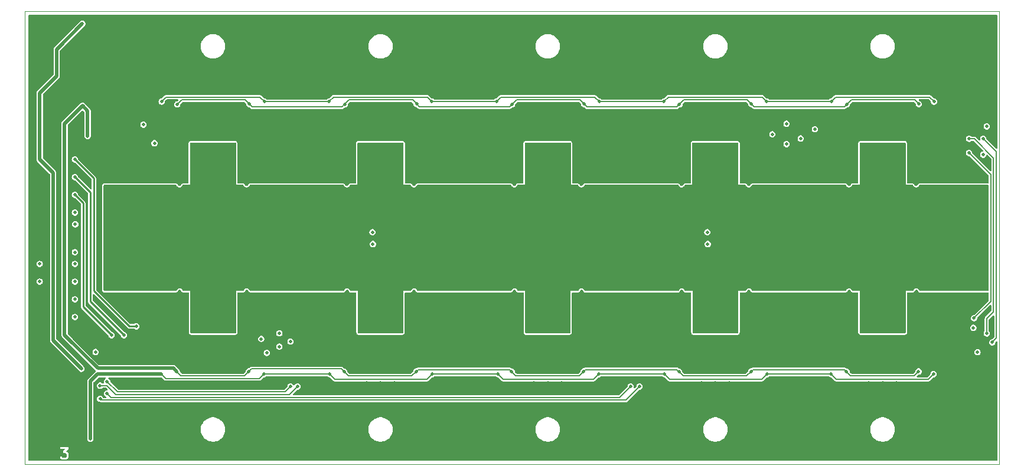
<source format=gbr>
%TF.GenerationSoftware,KiCad,Pcbnew,8.0.6*%
%TF.CreationDate,2024-12-06T19:08:14+01:00*%
%TF.ProjectId,AsicsBoard - 10xBM1370 - 01A,41736963-7342-46f6-9172-64202d203130,rev?*%
%TF.SameCoordinates,Original*%
%TF.FileFunction,Copper,L3,Inr*%
%TF.FilePolarity,Positive*%
%FSLAX46Y46*%
G04 Gerber Fmt 4.6, Leading zero omitted, Abs format (unit mm)*
G04 Created by KiCad (PCBNEW 8.0.6) date 2024-12-06 19:08:14*
%MOMM*%
%LPD*%
G01*
G04 APERTURE LIST*
%ADD10C,0.300000*%
%TA.AperFunction,ComponentPad*%
%ADD11C,0.800000*%
%TD*%
%TA.AperFunction,ComponentPad*%
%ADD12C,6.400000*%
%TD*%
%TA.AperFunction,ViaPad*%
%ADD13C,0.500000*%
%TD*%
%TA.AperFunction,ViaPad*%
%ADD14C,0.800000*%
%TD*%
%TA.AperFunction,Conductor*%
%ADD15C,0.200000*%
%TD*%
%TA.AperFunction,Conductor*%
%ADD16C,0.500000*%
%TD*%
%TA.AperFunction,Conductor*%
%ADD17C,0.250000*%
%TD*%
%TA.AperFunction,Profile*%
%ADD18C,0.100000*%
%TD*%
G04 APERTURE END LIST*
D10*
G36*
X71454330Y-119482495D02*
G01*
X69895306Y-119482495D01*
X69895306Y-117636564D01*
X70061973Y-117636564D01*
X70061973Y-117695092D01*
X70084371Y-117749164D01*
X70125755Y-117790548D01*
X70179827Y-117812946D01*
X70209091Y-117815828D01*
X70807098Y-117815828D01*
X70524776Y-118138481D01*
X70515732Y-118151131D01*
X70512943Y-118153921D01*
X70511846Y-118156566D01*
X70507675Y-118162403D01*
X70499868Y-118185484D01*
X70490545Y-118207993D01*
X70490545Y-118213052D01*
X70488924Y-118217845D01*
X70490545Y-118242154D01*
X70490545Y-118266521D01*
X70492481Y-118271196D01*
X70492818Y-118276241D01*
X70503616Y-118298076D01*
X70512943Y-118320593D01*
X70516519Y-118324169D01*
X70518762Y-118328704D01*
X70537097Y-118344747D01*
X70554327Y-118361977D01*
X70559001Y-118363913D01*
X70562809Y-118367245D01*
X70585890Y-118375051D01*
X70608399Y-118384375D01*
X70615536Y-118385077D01*
X70618251Y-118385996D01*
X70622190Y-118385733D01*
X70637663Y-118387257D01*
X70816539Y-118387257D01*
X70905952Y-118431963D01*
X70942955Y-118468967D01*
X70987663Y-118558381D01*
X70987663Y-118844703D01*
X70942955Y-118934117D01*
X70905952Y-118971121D01*
X70816539Y-119015828D01*
X70458787Y-119015828D01*
X70369373Y-118971121D01*
X70315157Y-118916905D01*
X70292426Y-118898250D01*
X70238354Y-118875853D01*
X70179828Y-118875853D01*
X70125756Y-118898250D01*
X70084370Y-118939636D01*
X70061973Y-118993708D01*
X70061973Y-119052234D01*
X70084370Y-119106306D01*
X70103025Y-119129037D01*
X70174454Y-119200466D01*
X70185958Y-119209907D01*
X70188553Y-119212899D01*
X70193062Y-119215737D01*
X70197185Y-119219121D01*
X70200846Y-119220637D01*
X70213438Y-119228564D01*
X70356296Y-119299992D01*
X70383759Y-119310502D01*
X70389134Y-119310883D01*
X70394113Y-119312946D01*
X70423377Y-119315828D01*
X70851948Y-119315828D01*
X70881212Y-119312946D01*
X70886190Y-119310883D01*
X70891566Y-119310502D01*
X70919029Y-119299992D01*
X71061888Y-119228564D01*
X71074482Y-119220635D01*
X71078142Y-119219120D01*
X71082262Y-119215738D01*
X71086773Y-119212899D01*
X71089367Y-119209907D01*
X71100873Y-119200465D01*
X71172301Y-119129036D01*
X71181739Y-119117535D01*
X71184733Y-119114939D01*
X71187573Y-119110426D01*
X71190955Y-119106306D01*
X71192470Y-119102646D01*
X71200398Y-119090053D01*
X71271827Y-118947197D01*
X71282336Y-118919733D01*
X71282717Y-118914358D01*
X71284781Y-118909378D01*
X71287663Y-118880114D01*
X71287663Y-118522971D01*
X71284781Y-118493707D01*
X71282717Y-118488726D01*
X71282336Y-118483352D01*
X71271827Y-118455888D01*
X71200398Y-118313032D01*
X71192470Y-118300438D01*
X71190955Y-118296779D01*
X71187573Y-118292658D01*
X71184733Y-118288146D01*
X71181739Y-118285549D01*
X71172301Y-118274049D01*
X71100873Y-118202620D01*
X71089367Y-118193177D01*
X71086773Y-118190186D01*
X71082262Y-118187346D01*
X71078142Y-118183965D01*
X71074482Y-118182449D01*
X71061888Y-118174521D01*
X70943615Y-118115386D01*
X71250549Y-117764604D01*
X71259592Y-117751954D01*
X71262383Y-117749164D01*
X71263478Y-117746519D01*
X71267651Y-117740683D01*
X71275456Y-117717603D01*
X71284781Y-117695092D01*
X71284781Y-117690030D01*
X71286401Y-117685240D01*
X71284781Y-117660939D01*
X71284781Y-117636564D01*
X71282844Y-117631888D01*
X71282508Y-117626844D01*
X71271709Y-117605008D01*
X71262383Y-117582492D01*
X71258806Y-117578915D01*
X71256564Y-117574381D01*
X71238228Y-117558337D01*
X71220999Y-117541108D01*
X71216324Y-117539171D01*
X71212517Y-117535840D01*
X71189441Y-117528036D01*
X71166927Y-117518710D01*
X71159785Y-117518006D01*
X71157075Y-117517090D01*
X71153140Y-117517352D01*
X71137663Y-117515828D01*
X70209091Y-117515828D01*
X70179827Y-117518710D01*
X70125755Y-117541108D01*
X70084371Y-117582492D01*
X70061973Y-117636564D01*
X69895306Y-117636564D01*
X69895306Y-117349161D01*
X71454330Y-117349161D01*
X71454330Y-119482495D01*
G37*
D11*
%TO.N,VPWR_ASIC*%
%TO.C,H33*%
X202600000Y-91000000D03*
X201900000Y-92900000D03*
X201900000Y-89100000D03*
X200000000Y-93600000D03*
D12*
X200000000Y-91000000D03*
D11*
X200000000Y-88400000D03*
X198100000Y-92900000D03*
X198100000Y-89100000D03*
X197400000Y-91000000D03*
%TD*%
%TO.N,VPWR_ASIC*%
%TO.C,H11*%
X82600000Y-84000000D03*
X81900000Y-85900000D03*
X81900000Y-82100000D03*
X80000000Y-86600000D03*
D12*
X80000000Y-84000000D03*
D11*
X80000000Y-81400000D03*
X78100000Y-85900000D03*
X78100000Y-82100000D03*
X77400000Y-84000000D03*
%TD*%
%TO.N,VPWR_ASIC*%
%TO.C,H27*%
X178600000Y-84000000D03*
X177900000Y-85900000D03*
X177900000Y-82100000D03*
X176000000Y-86600000D03*
D12*
X176000000Y-84000000D03*
D11*
X176000000Y-81400000D03*
X174100000Y-85900000D03*
X174100000Y-82100000D03*
X173400000Y-84000000D03*
%TD*%
%TO.N,GND*%
%TO.C,H14*%
X82600000Y-115000000D03*
X81900000Y-116900000D03*
X81900000Y-113100000D03*
X80000000Y-117600000D03*
D12*
X80000000Y-115000000D03*
D11*
X80000000Y-112400000D03*
X78100000Y-116900000D03*
X78100000Y-113100000D03*
X77400000Y-115000000D03*
%TD*%
%TO.N,GND*%
%TO.C,H34*%
X202600000Y-115000000D03*
X201900000Y-116900000D03*
X201900000Y-113100000D03*
X200000000Y-117600000D03*
D12*
X200000000Y-115000000D03*
D11*
X200000000Y-112400000D03*
X198100000Y-116900000D03*
X198100000Y-113100000D03*
X197400000Y-115000000D03*
%TD*%
%TO.N,VPWR_ASIC*%
%TO.C,H21*%
X130600000Y-91000000D03*
X129900000Y-92900000D03*
X129900000Y-89100000D03*
X128000000Y-93600000D03*
D12*
X128000000Y-91000000D03*
D11*
X128000000Y-88400000D03*
X126100000Y-92900000D03*
X126100000Y-89100000D03*
X125400000Y-91000000D03*
%TD*%
%TO.N,GND*%
%TO.C,H20*%
X130600000Y-60000000D03*
X129900000Y-61900000D03*
X129900000Y-58100000D03*
X128000000Y-62600000D03*
D12*
X128000000Y-60000000D03*
D11*
X128000000Y-57400000D03*
X126100000Y-61900000D03*
X126100000Y-58100000D03*
X125400000Y-60000000D03*
%TD*%
%TO.N,VPWR_ASIC*%
%TO.C,H19*%
X130600000Y-84000000D03*
X129900000Y-85900000D03*
X129900000Y-82100000D03*
X128000000Y-86600000D03*
D12*
X128000000Y-84000000D03*
D11*
X128000000Y-81400000D03*
X126100000Y-85900000D03*
X126100000Y-82100000D03*
X125400000Y-84000000D03*
%TD*%
%TO.N,GND*%
%TO.C,H32*%
X202600000Y-60000000D03*
X201900000Y-61900000D03*
X201900000Y-58100000D03*
X200000000Y-62600000D03*
D12*
X200000000Y-60000000D03*
D11*
X200000000Y-57400000D03*
X198100000Y-61900000D03*
X198100000Y-58100000D03*
X197400000Y-60000000D03*
%TD*%
%TO.N,VPWR_ASIC*%
%TO.C,H13*%
X82600000Y-91000000D03*
X81900000Y-92900000D03*
X81900000Y-89100000D03*
X80000000Y-93600000D03*
D12*
X80000000Y-91000000D03*
D11*
X80000000Y-88400000D03*
X78100000Y-92900000D03*
X78100000Y-89100000D03*
X77400000Y-91000000D03*
%TD*%
%TO.N,VPWR_ASIC*%
%TO.C,H31*%
X202600000Y-84000000D03*
X201900000Y-85900000D03*
X201900000Y-82100000D03*
X200000000Y-86600000D03*
D12*
X200000000Y-84000000D03*
D11*
X200000000Y-81400000D03*
X198100000Y-85900000D03*
X198100000Y-82100000D03*
X197400000Y-84000000D03*
%TD*%
%TO.N,GND*%
%TO.C,H30*%
X178600000Y-115000000D03*
X177900000Y-116900000D03*
X177900000Y-113100000D03*
X176000000Y-117600000D03*
D12*
X176000000Y-115000000D03*
D11*
X176000000Y-112400000D03*
X174100000Y-116900000D03*
X174100000Y-113100000D03*
X173400000Y-115000000D03*
%TD*%
%TO.N,VPWR_ASIC*%
%TO.C,H23*%
X154600000Y-84000000D03*
X153900000Y-85900000D03*
X153900000Y-82100000D03*
X152000000Y-86600000D03*
D12*
X152000000Y-84000000D03*
D11*
X152000000Y-81400000D03*
X150100000Y-85900000D03*
X150100000Y-82100000D03*
X149400000Y-84000000D03*
%TD*%
%TO.N,VPWR_ASIC*%
%TO.C,H17*%
X106600000Y-91000000D03*
X105900000Y-92900000D03*
X105900000Y-89100000D03*
X104000000Y-93600000D03*
D12*
X104000000Y-91000000D03*
D11*
X104000000Y-88400000D03*
X102100000Y-92900000D03*
X102100000Y-89100000D03*
X101400000Y-91000000D03*
%TD*%
%TO.N,VPWR_ASIC*%
%TO.C,H25*%
X154600000Y-91000000D03*
X153900000Y-92900000D03*
X153900000Y-89100000D03*
X152000000Y-93600000D03*
D12*
X152000000Y-91000000D03*
D11*
X152000000Y-88400000D03*
X150100000Y-92900000D03*
X150100000Y-89100000D03*
X149400000Y-91000000D03*
%TD*%
%TO.N,GND*%
%TO.C,H22*%
X130600000Y-115000000D03*
X129900000Y-116900000D03*
X129900000Y-113100000D03*
X128000000Y-117600000D03*
D12*
X128000000Y-115000000D03*
D11*
X128000000Y-112400000D03*
X126100000Y-116900000D03*
X126100000Y-113100000D03*
X125400000Y-115000000D03*
%TD*%
%TO.N,VPWR_ASIC*%
%TO.C,H15*%
X106600000Y-84000000D03*
X105900000Y-85900000D03*
X105900000Y-82100000D03*
X104000000Y-86600000D03*
D12*
X104000000Y-84000000D03*
D11*
X104000000Y-81400000D03*
X102100000Y-85900000D03*
X102100000Y-82100000D03*
X101400000Y-84000000D03*
%TD*%
%TO.N,GND*%
%TO.C,H12*%
X82600000Y-60000000D03*
X81900000Y-61900000D03*
X81900000Y-58100000D03*
X80000000Y-62600000D03*
D12*
X80000000Y-60000000D03*
D11*
X80000000Y-57400000D03*
X78100000Y-61900000D03*
X78100000Y-58100000D03*
X77400000Y-60000000D03*
%TD*%
%TO.N,VPWR_ASIC*%
%TO.C,H29*%
X178600000Y-91000000D03*
X177900000Y-92900000D03*
X177900000Y-89100000D03*
X176000000Y-93600000D03*
D12*
X176000000Y-91000000D03*
D11*
X176000000Y-88400000D03*
X174100000Y-92900000D03*
X174100000Y-89100000D03*
X173400000Y-91000000D03*
%TD*%
%TO.N,GND*%
%TO.C,H24*%
X154600000Y-60000000D03*
X153900000Y-61900000D03*
X153900000Y-58100000D03*
X152000000Y-62600000D03*
D12*
X152000000Y-60000000D03*
D11*
X152000000Y-57400000D03*
X150100000Y-61900000D03*
X150100000Y-58100000D03*
X149400000Y-60000000D03*
%TD*%
%TO.N,GND*%
%TO.C,H18*%
X106600000Y-115000000D03*
X105900000Y-116900000D03*
X105900000Y-113100000D03*
X104000000Y-117600000D03*
D12*
X104000000Y-115000000D03*
D11*
X104000000Y-112400000D03*
X102100000Y-116900000D03*
X102100000Y-113100000D03*
X101400000Y-115000000D03*
%TD*%
%TO.N,GND*%
%TO.C,H26*%
X154600000Y-115000000D03*
X153900000Y-116900000D03*
X153900000Y-113100000D03*
X152000000Y-117600000D03*
D12*
X152000000Y-115000000D03*
D11*
X152000000Y-112400000D03*
X150100000Y-116900000D03*
X150100000Y-113100000D03*
X149400000Y-115000000D03*
%TD*%
%TO.N,GND*%
%TO.C,H28*%
X178600000Y-60000000D03*
X177900000Y-61900000D03*
X177900000Y-58100000D03*
X176000000Y-62600000D03*
D12*
X176000000Y-60000000D03*
D11*
X176000000Y-57400000D03*
X174100000Y-61900000D03*
X174100000Y-58100000D03*
X173400000Y-60000000D03*
%TD*%
%TO.N,GND*%
%TO.C,H16*%
X106600000Y-60000000D03*
X105900000Y-61900000D03*
X105900000Y-58100000D03*
X104000000Y-62600000D03*
D12*
X104000000Y-60000000D03*
D11*
X104000000Y-57400000D03*
X102100000Y-61900000D03*
X102100000Y-58100000D03*
X101400000Y-60000000D03*
%TD*%
D13*
%TO.N,/CTN2*%
X72195000Y-91232000D03*
%TO.N,/CTN2_RTN*%
X72195000Y-93772000D03*
%TO.N,/CTN1*%
X72195000Y-96312000D03*
%TO.N,/CTN1_RTN*%
X72195000Y-98852000D03*
%TO.N,/VSP*%
X67145000Y-91232000D03*
%TO.N,/VSN*%
X67145000Y-93772000D03*
%TO.N,+1.2V*%
X70715000Y-83900000D03*
%TO.N,/ASICs/ASICs_BM1370_1/CO1*%
X98900000Y-102000000D03*
%TO.N,/ASICs/ASICs_BM1370_1/RSTO1*%
X101500000Y-101200000D03*
%TO.N,/ASICs/ASICs_BM1370_1/RI1*%
X103100000Y-102380000D03*
%TO.N,/ASICs/ASICs_BM1370_1/CLKO1*%
X101500000Y-103100000D03*
%TO.N,/ASICs/ASICs_BM1370_1/BO1*%
X99700000Y-104000000D03*
%TO.N,+1.2V*%
X74017000Y-72883000D03*
%TO.N,/CTN1*%
X114914000Y-88377000D03*
%TO.N,/CTN1_RTN*%
X114860000Y-86675000D03*
%TO.N,/CTN2*%
X162920000Y-88377000D03*
%TO.N,/CTN2_RTN*%
X162866000Y-86675000D03*
%TO.N,+0.8V*%
X84627000Y-67930000D03*
X99348000Y-67930000D03*
X108630000Y-67930000D03*
X123351000Y-67930000D03*
X132633000Y-67930000D03*
X147354000Y-67930000D03*
X171357000Y-67930000D03*
X180639000Y-67930000D03*
X195360000Y-67930000D03*
%TO.N,+5V_STDBY*%
X73128000Y-106284000D03*
X67145000Y-76185000D03*
X73255000Y-56754000D03*
D14*
%TO.N,GND*%
X94000000Y-103500000D03*
D13*
X99320000Y-108000000D03*
X122200000Y-74500000D03*
X67032000Y-64882000D03*
D14*
X114000000Y-103500000D03*
X138000000Y-108508000D03*
D13*
X159180000Y-96200000D03*
D14*
X162000000Y-73000000D03*
D13*
X180680000Y-104500000D03*
X157500000Y-105700000D03*
D14*
X166000000Y-71500000D03*
D13*
X134596000Y-66160000D03*
X96820000Y-96200000D03*
D14*
X190000000Y-103500000D03*
X90000000Y-68500000D03*
X166000000Y-66500000D03*
X186000000Y-106500000D03*
D13*
X194500000Y-69454010D03*
X168820000Y-95200000D03*
X192820000Y-95200000D03*
X193524000Y-108816000D03*
X135180000Y-79800000D03*
X67032000Y-60310000D03*
X168820000Y-78800000D03*
D14*
X118000000Y-66500000D03*
D13*
X123300000Y-78620000D03*
D14*
X138000000Y-71500000D03*
D13*
X144820000Y-95200000D03*
X183200000Y-95200000D03*
D14*
X162000000Y-108508000D03*
D13*
X158472000Y-69708000D03*
X108700000Y-78620000D03*
D14*
X186000000Y-68500000D03*
D13*
X108680000Y-67000000D03*
D14*
X114000000Y-73000000D03*
X116000000Y-66500000D03*
D13*
X183180000Y-78800000D03*
D14*
X114000000Y-106500000D03*
D13*
X144800000Y-79800000D03*
X99320000Y-70500000D03*
D14*
X162000000Y-66500000D03*
X142000000Y-106500000D03*
X92000000Y-66500000D03*
X90000000Y-102000000D03*
D13*
X98200000Y-100500000D03*
X159180000Y-78800000D03*
D14*
X94000000Y-68500000D03*
D13*
X87180000Y-79800000D03*
D14*
X138000000Y-105000000D03*
D13*
X195300000Y-78620000D03*
D14*
X186000000Y-70000000D03*
D13*
X86500000Y-108734000D03*
D14*
X92000000Y-108500000D03*
X190000000Y-68500000D03*
X162000000Y-106500000D03*
D13*
X180700000Y-96380000D03*
D14*
X186000000Y-105000000D03*
D13*
X66943500Y-114704500D03*
X183180000Y-96200000D03*
D14*
X90000000Y-70000000D03*
X94000000Y-70000000D03*
D13*
X99320000Y-67000000D03*
X135180000Y-78800000D03*
X109500000Y-105700000D03*
X97512000Y-108816000D03*
D14*
X190000000Y-105000000D03*
X138000000Y-66500000D03*
D13*
X144820000Y-78800000D03*
D14*
X188000000Y-66500000D03*
D13*
X110466000Y-69708000D03*
X84680000Y-108000000D03*
X110466000Y-108816000D03*
D14*
X114000000Y-108500000D03*
X114000000Y-70000000D03*
D13*
X156700000Y-78620000D03*
X97512000Y-66160000D03*
X123320000Y-108000000D03*
X108700000Y-96380000D03*
D14*
X186000000Y-108508000D03*
X94000000Y-71500000D03*
D13*
X84700000Y-96380000D03*
X181800000Y-74500000D03*
D14*
X162000000Y-70000000D03*
X94000000Y-102000000D03*
D13*
X120820000Y-95200000D03*
D14*
X166000000Y-108508000D03*
D13*
X86590000Y-69708000D03*
X84700000Y-78620000D03*
D14*
X114000000Y-105000000D03*
X114000000Y-71500000D03*
X142000000Y-66500000D03*
X90000000Y-73000000D03*
D13*
X182602000Y-66160000D03*
X145518000Y-108816000D03*
X180700000Y-78620000D03*
D14*
X94000000Y-66500000D03*
D13*
X171320000Y-108000000D03*
X146500000Y-105700000D03*
X157800000Y-100500000D03*
X168820000Y-96200000D03*
D14*
X189996441Y-66468000D03*
D13*
X147320000Y-70500000D03*
D14*
X190000000Y-102000000D03*
D13*
X170200000Y-100500000D03*
D14*
X186000000Y-71500000D03*
D13*
X85446994Y-105268000D03*
X171320000Y-67000000D03*
D14*
X138000000Y-68500000D03*
X166000000Y-106500000D03*
X166000000Y-68500000D03*
X90000000Y-103500000D03*
D13*
X171300000Y-78620000D03*
D14*
X142000000Y-70000000D03*
X114000000Y-66500000D03*
D13*
X181500000Y-105700000D03*
X122500000Y-105700000D03*
D14*
X90000000Y-71500000D03*
X186000000Y-66500000D03*
X138000000Y-106500000D03*
X118000000Y-73000000D03*
X142000000Y-103500000D03*
X94000000Y-108500000D03*
D13*
X111200000Y-95200000D03*
X67145000Y-83852000D03*
X183180000Y-79800000D03*
X109800000Y-74500000D03*
X109800000Y-100500000D03*
X182602000Y-108816000D03*
X71096000Y-106284000D03*
D14*
X94000000Y-73000000D03*
D13*
X146200000Y-100500000D03*
D14*
X162000000Y-68500000D03*
D13*
X84680000Y-67000000D03*
X156680000Y-67000000D03*
X99300000Y-96380000D03*
D14*
X142000000Y-68500000D03*
X94000000Y-105000000D03*
X138000000Y-73000000D03*
D13*
X133800000Y-100500000D03*
D14*
X162000000Y-103500000D03*
D13*
X194200000Y-100500000D03*
X156680000Y-108000000D03*
X133500000Y-105700000D03*
D14*
X142000000Y-71500000D03*
X90000000Y-105000000D03*
D13*
X133800000Y-74500000D03*
X111180000Y-79800000D03*
D14*
X140000000Y-66500000D03*
D13*
X96820000Y-95200000D03*
X120820000Y-78800000D03*
D14*
X118000000Y-108500000D03*
D13*
X156680000Y-104500000D03*
X98200000Y-74500000D03*
X70080000Y-58024000D03*
D14*
X118000000Y-71500000D03*
D13*
X157800000Y-74500000D03*
X108680000Y-108000000D03*
D14*
X166000000Y-70000000D03*
D13*
X134596000Y-69708000D03*
X132700000Y-78620000D03*
D14*
X118000000Y-103500000D03*
D13*
X159180000Y-79800000D03*
X147300000Y-78620000D03*
X71096000Y-115809000D03*
D14*
X164000000Y-66500000D03*
D13*
X182602000Y-69708000D03*
X170500000Y-69454000D03*
D14*
X166000000Y-103500000D03*
D13*
X87180000Y-96200000D03*
D14*
X118000000Y-106500000D03*
D13*
X144820000Y-96200000D03*
X193524000Y-66160000D03*
D14*
X164000000Y-108508000D03*
D13*
X86590000Y-66160000D03*
D14*
X118000000Y-102000000D03*
D13*
X156700000Y-96380000D03*
D14*
X142000000Y-108508000D03*
X118000000Y-70000000D03*
D13*
X180680000Y-108000000D03*
X98500000Y-69454002D03*
D14*
X142000000Y-105000000D03*
D13*
X111180000Y-78800000D03*
X158472000Y-108816000D03*
D14*
X190000000Y-108508000D03*
D13*
X169394000Y-108816000D03*
X85800000Y-74500000D03*
D14*
X138000000Y-102000000D03*
X118000000Y-68500000D03*
D13*
X195320000Y-70500000D03*
X121388000Y-66160000D03*
D14*
X186000000Y-102000000D03*
D13*
X195320000Y-108000000D03*
X96820000Y-78800000D03*
X146500000Y-69454000D03*
X98500000Y-105700000D03*
D14*
X190000000Y-73000000D03*
D13*
X68810000Y-105141000D03*
X123320000Y-70500000D03*
X71527000Y-112380000D03*
X134596000Y-108816000D03*
X192820000Y-96200000D03*
X110466000Y-66160000D03*
X170500000Y-105700000D03*
X135180000Y-96200000D03*
D14*
X118000000Y-105000000D03*
D13*
X120820000Y-96200000D03*
X132680000Y-108000000D03*
X146200000Y-74500000D03*
X121388000Y-108816000D03*
D14*
X166000000Y-105000000D03*
D13*
X87180000Y-78800000D03*
X147320000Y-67000000D03*
X123320000Y-67000000D03*
X159200000Y-95200000D03*
X122200000Y-100500000D03*
X145518000Y-66160000D03*
X171300000Y-96380000D03*
D14*
X166000000Y-102000000D03*
D13*
X87200000Y-95200000D03*
X181800000Y-100500000D03*
D14*
X188000000Y-108508000D03*
D13*
X168800000Y-79800000D03*
X132680000Y-67000000D03*
X71477000Y-62596000D03*
X192800000Y-79800000D03*
D14*
X90000000Y-66500000D03*
X90000000Y-106500000D03*
X190000000Y-106500000D03*
D13*
X192820000Y-78800000D03*
X99300000Y-78620000D03*
D14*
X186000000Y-73000000D03*
D13*
X66943500Y-110132500D03*
X195300000Y-96380000D03*
X85800000Y-100500000D03*
X84680000Y-104500000D03*
D14*
X162000000Y-102000000D03*
X142000000Y-102000000D03*
D13*
X169394000Y-66160000D03*
D14*
X114000000Y-68500000D03*
X142000000Y-73000000D03*
X190000000Y-71500000D03*
D13*
X132700000Y-96380000D03*
D14*
X140000000Y-108508000D03*
D13*
X75600000Y-88500000D03*
X120800000Y-79800000D03*
X158472000Y-66160000D03*
X194500000Y-105700000D03*
D14*
X162000000Y-71500000D03*
X94000000Y-106500000D03*
X190000000Y-70000000D03*
D13*
X96800000Y-79800000D03*
X147300000Y-96380000D03*
X111180000Y-96200000D03*
X132680000Y-104500000D03*
D14*
X114000000Y-102000000D03*
X138000000Y-70000000D03*
D13*
X123300000Y-96380000D03*
X170200000Y-74500000D03*
D14*
X166000000Y-73000000D03*
D13*
X195320000Y-67000000D03*
D14*
X138000000Y-103500000D03*
D13*
X180680000Y-67000000D03*
X194200000Y-74500000D03*
D14*
X162000000Y-105000000D03*
D13*
X122500000Y-69453982D03*
D14*
X186000000Y-103500000D03*
D13*
X70080000Y-67168000D03*
X171320000Y-70500000D03*
X147320000Y-108000000D03*
X73166500Y-101204000D03*
X108680000Y-104500000D03*
D14*
X90000000Y-108500000D03*
X116000000Y-108500000D03*
D13*
X135200000Y-95200000D03*
%TO.N,+0.8V*%
X123412000Y-107046000D03*
X156702000Y-107046000D03*
X147288000Y-107046000D03*
X84566000Y-107046000D03*
X180578000Y-107046000D03*
X99282000Y-107046000D03*
X108696000Y-107046000D03*
X171418000Y-107046000D03*
X132826000Y-107046000D03*
X74398000Y-116317000D03*
X195294000Y-107046000D03*
%TO.N,+1.2V*%
X86810000Y-106710000D03*
X97190000Y-68290000D03*
X72195000Y-83852000D03*
X86860000Y-68340000D03*
X97140000Y-106660000D03*
X158860000Y-68340000D03*
X193190000Y-68290000D03*
X70715000Y-100442000D03*
X134810000Y-106710000D03*
X169190000Y-68290000D03*
X121190000Y-68290000D03*
X110860000Y-68340000D03*
X110810000Y-106710000D03*
X182860000Y-68340000D03*
X158810000Y-106710000D03*
X73276500Y-68543500D03*
X134860000Y-68340000D03*
X182810000Y-106710000D03*
X121140000Y-106660000D03*
X193140000Y-106660000D03*
X145190000Y-68290000D03*
X145140000Y-106660000D03*
X169140000Y-106660000D03*
D14*
%TO.N,VPWR_ASIC*%
X162000000Y-78600000D03*
X116000000Y-96400000D03*
X118000000Y-94400000D03*
X166000000Y-98400000D03*
X186000000Y-76600000D03*
X118000000Y-96400000D03*
X164000000Y-96400000D03*
X118000000Y-78600000D03*
X118000000Y-100400000D03*
X186000000Y-80600000D03*
X92000000Y-80600000D03*
X116000000Y-98400000D03*
X118000000Y-74600000D03*
X162000000Y-80600000D03*
X188000000Y-78600000D03*
X190000000Y-98400000D03*
X114000000Y-98400000D03*
X186000000Y-94400000D03*
X138000000Y-94400000D03*
X116000000Y-76600000D03*
X116000000Y-78600000D03*
X190000000Y-96400000D03*
X162000000Y-100400000D03*
X114000000Y-74600000D03*
X116000000Y-94400000D03*
X166000000Y-100400000D03*
X140000000Y-78600000D03*
X140000000Y-98400000D03*
X138000000Y-74600000D03*
X142000000Y-94400000D03*
X114000000Y-100400000D03*
X164000000Y-80600000D03*
X90000000Y-98400000D03*
X92000000Y-78600000D03*
X138000000Y-100400000D03*
X186000000Y-74600000D03*
X94000000Y-74600000D03*
X94000000Y-100400000D03*
X142000000Y-78600000D03*
X190000000Y-94400000D03*
X94000000Y-98400000D03*
X142000000Y-80600000D03*
X186000000Y-96400000D03*
X90000000Y-94400000D03*
X118000000Y-80600000D03*
X140000000Y-80600000D03*
X140000000Y-76600000D03*
X190000000Y-76600000D03*
X114000000Y-94400000D03*
X190000000Y-80600000D03*
X140000000Y-96400000D03*
X164000000Y-78600000D03*
X166000000Y-78600000D03*
X92000000Y-94400000D03*
X116000000Y-80600000D03*
X114000000Y-96400000D03*
X164000000Y-76600000D03*
X164000000Y-94400000D03*
X186000000Y-100400000D03*
X166000000Y-74600000D03*
X186000000Y-98400000D03*
X94000000Y-94400000D03*
X114000000Y-76600000D03*
X90000000Y-74600000D03*
X166000000Y-96400000D03*
X94000000Y-96400000D03*
X142000000Y-100400000D03*
X162000000Y-76600000D03*
X190000000Y-78600000D03*
X142000000Y-74600000D03*
X138000000Y-80600000D03*
X166000000Y-94400000D03*
X94000000Y-78600000D03*
X90000000Y-76600000D03*
X114000000Y-78600000D03*
X186000000Y-78600000D03*
X94000000Y-76600000D03*
X118000000Y-98400000D03*
X188000000Y-98400000D03*
X166000000Y-76600000D03*
X162000000Y-74600000D03*
X166000000Y-80600000D03*
X188000000Y-96400000D03*
X90000000Y-78600000D03*
X138000000Y-96400000D03*
X138000000Y-76600000D03*
X162000000Y-96400000D03*
X90000000Y-96400000D03*
X190000000Y-74600000D03*
X190000000Y-100400000D03*
X140000000Y-94400000D03*
X92000000Y-98400000D03*
X90000000Y-80600000D03*
X114000000Y-80600000D03*
X188000000Y-80600000D03*
X138000000Y-98400000D03*
X92000000Y-96400000D03*
X162000000Y-94400000D03*
X142000000Y-96400000D03*
X92000000Y-76600000D03*
X138000000Y-78600000D03*
X94000000Y-80600000D03*
X142000000Y-76600000D03*
X188000000Y-76600000D03*
X142000000Y-98400000D03*
X162000000Y-98400000D03*
X90000000Y-100400000D03*
X188000000Y-94400000D03*
X164000000Y-98400000D03*
X118000000Y-76600000D03*
D13*
%TO.N,/VSP*%
X72239000Y-85555000D03*
%TO.N,/VSN*%
X72200000Y-89548000D03*
%TO.N,/CTN1_RTN*%
X103100000Y-108824000D03*
X76811000Y-108117591D03*
%TO.N,/CTN1*%
X104116000Y-108824000D03*
X75795000Y-108697000D03*
%TO.N,/CTN2*%
X75804668Y-110592332D03*
X153138000Y-108824000D03*
%TO.N,/CTN2_RTN*%
X151868000Y-108824000D03*
X76811000Y-109840000D03*
%TO.N,/RSTIn*%
X81002000Y-100188000D03*
X72195000Y-76232000D03*
%TO.N,/CLKI*%
X75160000Y-103871000D03*
%TO.N,/CI*%
X72195000Y-78772000D03*
X79224000Y-101458000D03*
%TO.N,/RO*%
X72195000Y-81312000D03*
X77446000Y-101458000D03*
%TO.N,/ASICs/ASICs_BM1370_2/RI1*%
X172188000Y-72620000D03*
%TO.N,/ASICs/ASICs_BM1370_2/CO1*%
X176252000Y-73220000D03*
%TO.N,/ASICs/ASICs_BM1370_1/BM1370-4/RI*%
X200382000Y-73264000D03*
X202922000Y-101204000D03*
%TO.N,/ASICs/ASICs_BM1370_2/CLKO1*%
X178284000Y-71900000D03*
%TO.N,/ASICs/ASICs_BM1370_2/BO1*%
X174220000Y-71100000D03*
%TO.N,/ASICs/ASICs_BM1370_1/BM1370-4/CO*%
X202414000Y-75550000D03*
X201000000Y-100400000D03*
%TO.N,/ASICs/ASICs_BM1370_1/BM1370-4/CLKO*%
X202414000Y-73264000D03*
X203699996Y-102500000D03*
%TO.N,/ASICs/ASICs_BM1370_1/BM1370-4/BO*%
X201600000Y-103900000D03*
X202922000Y-71486000D03*
%TO.N,/ASICs/ASICs_BM1370_2/BM1370-4/CLKO*%
X82018000Y-71232000D03*
%TO.N,/ASICs/ASICs_BM1370_1/BM1370-4/RSTO_n*%
X200382000Y-75296000D03*
X201094027Y-99029027D03*
%TO.N,/ASICs/ASICs_BM1370_2/BM1370-4/RSTO_n*%
X83600000Y-73900000D03*
%TO.N,/ASICs/ASICs_BM1370_2/RSTO1*%
X174220000Y-74026000D03*
%TO.N,+0.8V*%
X156636000Y-67930000D03*
%TD*%
D15*
%TO.N,/ASICs/ASICs_BM1370_1/BM1370-4/RI*%
X203900000Y-98100000D02*
X202922000Y-99078000D01*
X203900000Y-76020000D02*
X203900000Y-98100000D01*
X201144000Y-73264000D02*
X203900000Y-76020000D01*
X200382000Y-73264000D02*
X201144000Y-73264000D01*
X202922000Y-99078000D02*
X202922000Y-101204000D01*
%TO.N,/ASICs/ASICs_BM1370_1/BM1370-4/RSTO_n*%
X203500000Y-96623054D02*
X203500000Y-78414000D01*
X201094027Y-99029027D02*
X203500000Y-96623054D01*
X203500000Y-78414000D02*
X200382000Y-75296000D01*
%TO.N,/ASICs/ASICs_BM1370_1/BM1370-4/CLKO*%
X204300000Y-101899996D02*
X203699996Y-102500000D01*
X204300000Y-75150000D02*
X204300000Y-101899996D01*
X202414000Y-73264000D02*
X204300000Y-75150000D01*
D16*
%TO.N,+1.2V*%
X70715000Y-83900000D02*
X70715000Y-101458000D01*
X70715000Y-101458000D02*
X75467000Y-106210000D01*
X75467000Y-106210000D02*
X86310000Y-106210000D01*
X70715000Y-71105000D02*
X70715000Y-83900000D01*
X73276500Y-68543500D02*
X70715000Y-71105000D01*
X86310000Y-106210000D02*
X86810000Y-106710000D01*
%TO.N,+0.8V*%
X75414000Y-107046000D02*
X84566000Y-107046000D01*
X74398000Y-108062000D02*
X75414000Y-107046000D01*
X74398000Y-116317000D02*
X74398000Y-108062000D01*
%TO.N,+1.2V*%
X74017000Y-69284000D02*
X73276500Y-68543500D01*
X74017000Y-72883000D02*
X74017000Y-69284000D01*
D15*
%TO.N,+0.8V*%
X84696000Y-67861000D02*
X84696000Y-67930000D01*
X85262000Y-67295000D02*
X84696000Y-67861000D01*
X98713000Y-67295000D02*
X85262000Y-67295000D01*
X99348000Y-67930000D02*
X98713000Y-67295000D01*
%TO.N,+1.2V*%
X87505000Y-67695000D02*
X86917000Y-68283000D01*
X97190000Y-68290000D02*
X96595000Y-67695000D01*
X96595000Y-67695000D02*
X87505000Y-67695000D01*
X86917000Y-68283000D02*
X86917000Y-68340000D01*
%TO.N,+0.8V*%
X109265000Y-67295000D02*
X108699000Y-67861000D01*
X122716000Y-67295000D02*
X109265000Y-67295000D01*
X108699000Y-67861000D02*
X108699000Y-67930000D01*
X123351000Y-67930000D02*
X122716000Y-67295000D01*
%TO.N,+1.2V*%
X111505000Y-67695000D02*
X110920000Y-68280000D01*
X120595000Y-67695000D02*
X111505000Y-67695000D01*
X110920000Y-68280000D02*
X110920000Y-68340000D01*
X121190000Y-68290000D02*
X120595000Y-67695000D01*
%TO.N,+0.8V*%
X132702000Y-67861000D02*
X132702000Y-67930000D01*
X146719000Y-67295000D02*
X133268000Y-67295000D01*
X147354000Y-67930000D02*
X146719000Y-67295000D01*
X133268000Y-67295000D02*
X132702000Y-67861000D01*
%TO.N,+1.2V*%
X134923000Y-68277000D02*
X134923000Y-68340000D01*
X135505000Y-67695000D02*
X134923000Y-68277000D01*
X144595000Y-67695000D02*
X135505000Y-67695000D01*
X145190000Y-68290000D02*
X144595000Y-67695000D01*
%TO.N,+0.8V*%
X156705000Y-67861000D02*
X156705000Y-67930000D01*
X157271000Y-67295000D02*
X156705000Y-67861000D01*
X171357000Y-67930000D02*
X170722000Y-67295000D01*
X170722000Y-67295000D02*
X157271000Y-67295000D01*
%TO.N,+1.2V*%
X158926000Y-68274000D02*
X158926000Y-68340000D01*
X159505000Y-67695000D02*
X158926000Y-68274000D01*
X168595000Y-67695000D02*
X159505000Y-67695000D01*
X169190000Y-68290000D02*
X168595000Y-67695000D01*
%TO.N,+0.8V*%
X181274000Y-67295000D02*
X180639000Y-67930000D01*
X194725000Y-67295000D02*
X181274000Y-67295000D01*
X195360000Y-67930000D02*
X194725000Y-67295000D01*
%TO.N,+1.2V*%
X183505000Y-67695000D02*
X182860000Y-68340000D01*
X192595000Y-67695000D02*
X183505000Y-67695000D01*
X193190000Y-68290000D02*
X192595000Y-67695000D01*
%TO.N,+0.8V*%
X99348000Y-67930000D02*
X108630000Y-67930000D01*
X123351000Y-67930000D02*
X132633000Y-67930000D01*
X147354000Y-67930000D02*
X156636000Y-67930000D01*
%TO.N,+1.2V*%
X97592000Y-68692000D02*
X97190000Y-68290000D01*
X110508000Y-68692000D02*
X97592000Y-68692000D01*
X110860000Y-68340000D02*
X110508000Y-68692000D01*
X134508000Y-68692000D02*
X134860000Y-68340000D01*
X121190000Y-68290000D02*
X121592000Y-68692000D01*
X121592000Y-68692000D02*
X134508000Y-68692000D01*
X145592000Y-68692000D02*
X145190000Y-68290000D01*
X158508000Y-68692000D02*
X145592000Y-68692000D01*
X158860000Y-68340000D02*
X158508000Y-68692000D01*
X182508000Y-68692000D02*
X182860000Y-68340000D01*
X169592000Y-68692000D02*
X182508000Y-68692000D01*
X169190000Y-68290000D02*
X169592000Y-68692000D01*
D16*
%TO.N,+5V_STDBY*%
X67145000Y-76185000D02*
X67145000Y-66700050D01*
X67145000Y-76232000D02*
X67145000Y-76185000D01*
X67145000Y-66700050D02*
X69572000Y-64273050D01*
X69572000Y-64273050D02*
X69572000Y-60437000D01*
X69064000Y-78151000D02*
X69064000Y-102220000D01*
X67145000Y-76232000D02*
X69064000Y-78151000D01*
X69572000Y-60437000D02*
X73255000Y-56754000D01*
X69064000Y-102220000D02*
X73128000Y-106284000D01*
D15*
%TO.N,+0.8V*%
X181340000Y-107808000D02*
X194532000Y-107808000D01*
X123412000Y-107046000D02*
X132826000Y-107046000D01*
X122658000Y-107800000D02*
X123412000Y-107046000D01*
X84566000Y-107046000D02*
X85220000Y-107700000D01*
X180578000Y-107046000D02*
X181340000Y-107808000D01*
X99282000Y-107046000D02*
X108696000Y-107046000D01*
X85220000Y-107700000D02*
X98628000Y-107700000D01*
X147288000Y-107046000D02*
X156702000Y-107046000D01*
X109450000Y-107800000D02*
X122658000Y-107800000D01*
X146526000Y-107808000D02*
X147288000Y-107046000D01*
X194532000Y-107808000D02*
X195294000Y-107046000D01*
X108696000Y-107046000D02*
X109450000Y-107800000D01*
X171418000Y-107046000D02*
X180578000Y-107046000D01*
X132826000Y-107046000D02*
X133588000Y-107808000D01*
X133588000Y-107808000D02*
X146526000Y-107808000D01*
X98628000Y-107700000D02*
X99282000Y-107046000D01*
X156702000Y-107046000D02*
X157464000Y-107808000D01*
X157464000Y-107808000D02*
X170656000Y-107808000D01*
X170656000Y-107808000D02*
X171418000Y-107046000D01*
%TO.N,+1.2V*%
X145142000Y-106660000D02*
X145391000Y-106411000D01*
X97516000Y-106284000D02*
X110384000Y-106284000D01*
X182511000Y-106411000D02*
X182810000Y-106710000D01*
X111400000Y-107300000D02*
X120500000Y-107300000D01*
X182810000Y-106710000D02*
X183400000Y-107300000D01*
X134511000Y-106411000D02*
X134810000Y-106710000D01*
X86810000Y-106710000D02*
X87400000Y-107300000D01*
X144500000Y-107300000D02*
X135400000Y-107300000D01*
X97140000Y-106660000D02*
X97516000Y-106284000D01*
X145140000Y-106660000D02*
X144500000Y-107300000D01*
X96500000Y-107300000D02*
X97140000Y-106660000D01*
X110810000Y-106710000D02*
X111400000Y-107300000D01*
X169140000Y-106660000D02*
X168500000Y-107300000D01*
X159400000Y-107300000D02*
X158810000Y-106710000D01*
X169394000Y-106411000D02*
X182511000Y-106411000D01*
X120500000Y-107300000D02*
X121140000Y-106660000D01*
X183400000Y-107300000D02*
X192500000Y-107300000D01*
X168500000Y-107300000D02*
X159400000Y-107300000D01*
X135400000Y-107300000D02*
X134810000Y-106710000D01*
X121389000Y-106411000D02*
X134511000Y-106411000D01*
X121140000Y-106660000D02*
X121389000Y-106411000D01*
X169140000Y-106660000D02*
X169145000Y-106660000D01*
X145140000Y-106660000D02*
X145142000Y-106660000D01*
X110384000Y-106284000D02*
X110810000Y-106710000D01*
X169145000Y-106660000D02*
X169394000Y-106411000D01*
X87400000Y-107300000D02*
X96500000Y-107300000D01*
X158511000Y-106411000D02*
X158810000Y-106710000D01*
X145391000Y-106411000D02*
X158511000Y-106411000D01*
X192500000Y-107300000D02*
X193140000Y-106660000D01*
%TO.N,/CTN1_RTN*%
X102338000Y-109586000D02*
X103100000Y-108824000D01*
X76811000Y-108117591D02*
X78279409Y-109586000D01*
X78279409Y-109586000D02*
X102338000Y-109586000D01*
%TO.N,/CTN1*%
X78113723Y-109986000D02*
X78094724Y-109967000D01*
X102954000Y-109986000D02*
X78113723Y-109986000D01*
X104116000Y-108824000D02*
X102954000Y-109986000D01*
X78081000Y-109967000D02*
X76811000Y-108697000D01*
X78094724Y-109967000D02*
X78081000Y-109967000D01*
X76811000Y-108697000D02*
X75795000Y-108697000D01*
%TO.N,/CTN2*%
X153138000Y-108824000D02*
X151175996Y-110786004D01*
X75804668Y-110592332D02*
X75804667Y-110592332D01*
X75804668Y-110592333D02*
X75804668Y-110592332D01*
X75998339Y-110786004D02*
X75804668Y-110592333D01*
X151175996Y-110786004D02*
X75998339Y-110786004D01*
%TO.N,/CTN2_RTN*%
X151868000Y-108824000D02*
X150306000Y-110386000D01*
X150306000Y-110386000D02*
X77357000Y-110386000D01*
X77357000Y-110386000D02*
X76811000Y-109840000D01*
D17*
%TO.N,/RSTIn*%
X74906000Y-78943000D02*
X72195000Y-76232000D01*
X79986000Y-100188000D02*
X74906000Y-95108000D01*
X74906000Y-95108000D02*
X74906000Y-78943000D01*
X81002000Y-100188000D02*
X79986000Y-100188000D01*
%TO.N,/CI*%
X74398000Y-96632000D02*
X74398000Y-80975000D01*
X79224000Y-101458000D02*
X74398000Y-96632000D01*
X74398000Y-80975000D02*
X72195000Y-78772000D01*
%TO.N,/RO*%
X77446000Y-101458000D02*
X73382000Y-97394000D01*
X73382000Y-82499000D02*
X72195000Y-81312000D01*
X73382000Y-97394000D02*
X73382000Y-82499000D01*
D15*
%TO.N,+0.8V*%
X171357000Y-67930000D02*
X180639000Y-67930000D01*
%TD*%
%TA.AperFunction,Conductor*%
%TO.N,VPWR_ASIC*%
G36*
X86703148Y-79887685D02*
G01*
X86748902Y-79940487D01*
X86797118Y-80046063D01*
X86881951Y-80143967D01*
X86990931Y-80214004D01*
X87115225Y-80250499D01*
X87115227Y-80250500D01*
X87115228Y-80250500D01*
X87244773Y-80250500D01*
X87244773Y-80250499D01*
X87369069Y-80214004D01*
X87478049Y-80143967D01*
X87562882Y-80046063D01*
X87611097Y-79940487D01*
X87656852Y-79887684D01*
X87723891Y-79868000D01*
X88700000Y-79868000D01*
X95300000Y-79868000D01*
X96256109Y-79868000D01*
X96323148Y-79887685D01*
X96368902Y-79940487D01*
X96417118Y-80046063D01*
X96501951Y-80143967D01*
X96610931Y-80214004D01*
X96735225Y-80250499D01*
X96735227Y-80250500D01*
X96735228Y-80250500D01*
X96864773Y-80250500D01*
X96864773Y-80250499D01*
X96989069Y-80214004D01*
X97098049Y-80143967D01*
X97182882Y-80046063D01*
X97231097Y-79940487D01*
X97276852Y-79887684D01*
X97343891Y-79868000D01*
X110636109Y-79868000D01*
X110703148Y-79887685D01*
X110748902Y-79940487D01*
X110797118Y-80046063D01*
X110881951Y-80143967D01*
X110990931Y-80214004D01*
X111115225Y-80250499D01*
X111115227Y-80250500D01*
X111115228Y-80250500D01*
X111244773Y-80250500D01*
X111244773Y-80250499D01*
X111369069Y-80214004D01*
X111478049Y-80143967D01*
X111562882Y-80046063D01*
X111611097Y-79940487D01*
X111656852Y-79887684D01*
X111723891Y-79868000D01*
X112700000Y-79868000D01*
X119300000Y-79868000D01*
X120256109Y-79868000D01*
X120323148Y-79887685D01*
X120368902Y-79940487D01*
X120417118Y-80046063D01*
X120501951Y-80143967D01*
X120610931Y-80214004D01*
X120735225Y-80250499D01*
X120735227Y-80250500D01*
X120735228Y-80250500D01*
X120864773Y-80250500D01*
X120864773Y-80250499D01*
X120989069Y-80214004D01*
X121098049Y-80143967D01*
X121182882Y-80046063D01*
X121231097Y-79940487D01*
X121276852Y-79887684D01*
X121343891Y-79868000D01*
X134636109Y-79868000D01*
X134703148Y-79887685D01*
X134748902Y-79940487D01*
X134797118Y-80046063D01*
X134881951Y-80143967D01*
X134990931Y-80214004D01*
X135115225Y-80250499D01*
X135115227Y-80250500D01*
X135115228Y-80250500D01*
X135244773Y-80250500D01*
X135244773Y-80250499D01*
X135369069Y-80214004D01*
X135478049Y-80143967D01*
X135562882Y-80046063D01*
X135611097Y-79940487D01*
X135656852Y-79887684D01*
X135723891Y-79868000D01*
X136700000Y-79868000D01*
X143300000Y-79868000D01*
X144256109Y-79868000D01*
X144323148Y-79887685D01*
X144368902Y-79940487D01*
X144417118Y-80046063D01*
X144501951Y-80143967D01*
X144610931Y-80214004D01*
X144735225Y-80250499D01*
X144735227Y-80250500D01*
X144735228Y-80250500D01*
X144864773Y-80250500D01*
X144864773Y-80250499D01*
X144989069Y-80214004D01*
X145098049Y-80143967D01*
X145182882Y-80046063D01*
X145231097Y-79940487D01*
X145276852Y-79887684D01*
X145343891Y-79868000D01*
X158636109Y-79868000D01*
X158703148Y-79887685D01*
X158748902Y-79940487D01*
X158797118Y-80046063D01*
X158881951Y-80143967D01*
X158990931Y-80214004D01*
X159115225Y-80250499D01*
X159115227Y-80250500D01*
X159115228Y-80250500D01*
X159244773Y-80250500D01*
X159244773Y-80250499D01*
X159369069Y-80214004D01*
X159478049Y-80143967D01*
X159562882Y-80046063D01*
X159611097Y-79940487D01*
X159656852Y-79887684D01*
X159723891Y-79868000D01*
X160700000Y-79868000D01*
X167300000Y-79868000D01*
X168256109Y-79868000D01*
X168323148Y-79887685D01*
X168368902Y-79940487D01*
X168417118Y-80046063D01*
X168501951Y-80143967D01*
X168610931Y-80214004D01*
X168735225Y-80250499D01*
X168735227Y-80250500D01*
X168735228Y-80250500D01*
X168864773Y-80250500D01*
X168864773Y-80250499D01*
X168989069Y-80214004D01*
X169098049Y-80143967D01*
X169182882Y-80046063D01*
X169231097Y-79940487D01*
X169276852Y-79887684D01*
X169343891Y-79868000D01*
X182636109Y-79868000D01*
X182703148Y-79887685D01*
X182748902Y-79940487D01*
X182797118Y-80046063D01*
X182881951Y-80143967D01*
X182990931Y-80214004D01*
X183115225Y-80250499D01*
X183115227Y-80250500D01*
X183115228Y-80250500D01*
X183244773Y-80250500D01*
X183244773Y-80250499D01*
X183369069Y-80214004D01*
X183478049Y-80143967D01*
X183562882Y-80046063D01*
X183611097Y-79940487D01*
X183656852Y-79887684D01*
X183723891Y-79868000D01*
X184700000Y-79868000D01*
X191300000Y-79868000D01*
X192256109Y-79868000D01*
X192323148Y-79887685D01*
X192368902Y-79940487D01*
X192417118Y-80046063D01*
X192501951Y-80143967D01*
X192610931Y-80214004D01*
X192735225Y-80250499D01*
X192735227Y-80250500D01*
X192735228Y-80250500D01*
X192864773Y-80250500D01*
X192864773Y-80250499D01*
X192989069Y-80214004D01*
X193098049Y-80143967D01*
X193182882Y-80046063D01*
X193231097Y-79940487D01*
X193276852Y-79887684D01*
X193343891Y-79868000D01*
X203075500Y-79868000D01*
X203142539Y-79887685D01*
X203188294Y-79940489D01*
X203199500Y-79992000D01*
X203199500Y-94984000D01*
X203179815Y-95051039D01*
X203127011Y-95096794D01*
X203075500Y-95108000D01*
X193352931Y-95108000D01*
X193285892Y-95088315D01*
X193240137Y-95035512D01*
X193202882Y-94953938D01*
X193202882Y-94953937D01*
X193118049Y-94856033D01*
X193009069Y-94785996D01*
X193009065Y-94785994D01*
X193009064Y-94785994D01*
X192884774Y-94749500D01*
X192884772Y-94749500D01*
X192755228Y-94749500D01*
X192755226Y-94749500D01*
X192630935Y-94785994D01*
X192630932Y-94785995D01*
X192630931Y-94785996D01*
X192601855Y-94804682D01*
X192521950Y-94856033D01*
X192437118Y-94953937D01*
X192437117Y-94953938D01*
X192399863Y-95035512D01*
X192354108Y-95088316D01*
X192287069Y-95108000D01*
X183732931Y-95108000D01*
X183665892Y-95088315D01*
X183620137Y-95035512D01*
X183582882Y-94953938D01*
X183582882Y-94953937D01*
X183498049Y-94856033D01*
X183389069Y-94785996D01*
X183389065Y-94785994D01*
X183389064Y-94785994D01*
X183264774Y-94749500D01*
X183264772Y-94749500D01*
X183135228Y-94749500D01*
X183135226Y-94749500D01*
X183010935Y-94785994D01*
X183010932Y-94785995D01*
X183010931Y-94785996D01*
X182981855Y-94804682D01*
X182901950Y-94856033D01*
X182817118Y-94953937D01*
X182817117Y-94953938D01*
X182779863Y-95035512D01*
X182734108Y-95088316D01*
X182667069Y-95108000D01*
X169352931Y-95108000D01*
X169285892Y-95088315D01*
X169240137Y-95035512D01*
X169202882Y-94953938D01*
X169202882Y-94953937D01*
X169118049Y-94856033D01*
X169009069Y-94785996D01*
X169009065Y-94785994D01*
X169009064Y-94785994D01*
X168884774Y-94749500D01*
X168884772Y-94749500D01*
X168755228Y-94749500D01*
X168755226Y-94749500D01*
X168630935Y-94785994D01*
X168630932Y-94785995D01*
X168630931Y-94785996D01*
X168601855Y-94804682D01*
X168521950Y-94856033D01*
X168437118Y-94953937D01*
X168437117Y-94953938D01*
X168399863Y-95035512D01*
X168354108Y-95088316D01*
X168287069Y-95108000D01*
X159732931Y-95108000D01*
X159665892Y-95088315D01*
X159620137Y-95035512D01*
X159582882Y-94953938D01*
X159582882Y-94953937D01*
X159498049Y-94856033D01*
X159389069Y-94785996D01*
X159389065Y-94785994D01*
X159389064Y-94785994D01*
X159264774Y-94749500D01*
X159264772Y-94749500D01*
X159135228Y-94749500D01*
X159135226Y-94749500D01*
X159010935Y-94785994D01*
X159010932Y-94785995D01*
X159010931Y-94785996D01*
X158981855Y-94804682D01*
X158901950Y-94856033D01*
X158817118Y-94953937D01*
X158817117Y-94953938D01*
X158779863Y-95035512D01*
X158734108Y-95088316D01*
X158667069Y-95108000D01*
X145352931Y-95108000D01*
X145285892Y-95088315D01*
X145240137Y-95035512D01*
X145202882Y-94953938D01*
X145202882Y-94953937D01*
X145118049Y-94856033D01*
X145009069Y-94785996D01*
X145009065Y-94785994D01*
X145009064Y-94785994D01*
X144884774Y-94749500D01*
X144884772Y-94749500D01*
X144755228Y-94749500D01*
X144755226Y-94749500D01*
X144630935Y-94785994D01*
X144630932Y-94785995D01*
X144630931Y-94785996D01*
X144601855Y-94804682D01*
X144521950Y-94856033D01*
X144437118Y-94953937D01*
X144437117Y-94953938D01*
X144399863Y-95035512D01*
X144354108Y-95088316D01*
X144287069Y-95108000D01*
X135732931Y-95108000D01*
X135665892Y-95088315D01*
X135620137Y-95035512D01*
X135582882Y-94953938D01*
X135582882Y-94953937D01*
X135498049Y-94856033D01*
X135389069Y-94785996D01*
X135389065Y-94785994D01*
X135389064Y-94785994D01*
X135264774Y-94749500D01*
X135264772Y-94749500D01*
X135135228Y-94749500D01*
X135135226Y-94749500D01*
X135010935Y-94785994D01*
X135010932Y-94785995D01*
X135010931Y-94785996D01*
X134981855Y-94804682D01*
X134901950Y-94856033D01*
X134817118Y-94953937D01*
X134817117Y-94953938D01*
X134779863Y-95035512D01*
X134734108Y-95088316D01*
X134667069Y-95108000D01*
X121352931Y-95108000D01*
X121285892Y-95088315D01*
X121240137Y-95035512D01*
X121202882Y-94953938D01*
X121202882Y-94953937D01*
X121118049Y-94856033D01*
X121009069Y-94785996D01*
X121009065Y-94785994D01*
X121009064Y-94785994D01*
X120884774Y-94749500D01*
X120884772Y-94749500D01*
X120755228Y-94749500D01*
X120755226Y-94749500D01*
X120630935Y-94785994D01*
X120630932Y-94785995D01*
X120630931Y-94785996D01*
X120601855Y-94804682D01*
X120521950Y-94856033D01*
X120437118Y-94953937D01*
X120437117Y-94953938D01*
X120399863Y-95035512D01*
X120354108Y-95088316D01*
X120287069Y-95108000D01*
X111732931Y-95108000D01*
X111665892Y-95088315D01*
X111620137Y-95035512D01*
X111582882Y-94953938D01*
X111582882Y-94953937D01*
X111498049Y-94856033D01*
X111389069Y-94785996D01*
X111389065Y-94785994D01*
X111389064Y-94785994D01*
X111264774Y-94749500D01*
X111264772Y-94749500D01*
X111135228Y-94749500D01*
X111135226Y-94749500D01*
X111010935Y-94785994D01*
X111010932Y-94785995D01*
X111010931Y-94785996D01*
X110981855Y-94804682D01*
X110901950Y-94856033D01*
X110817118Y-94953937D01*
X110817117Y-94953938D01*
X110779863Y-95035512D01*
X110734108Y-95088316D01*
X110667069Y-95108000D01*
X97352931Y-95108000D01*
X97285892Y-95088315D01*
X97240137Y-95035512D01*
X97202882Y-94953938D01*
X97202882Y-94953937D01*
X97118049Y-94856033D01*
X97009069Y-94785996D01*
X97009065Y-94785994D01*
X97009064Y-94785994D01*
X96884774Y-94749500D01*
X96884772Y-94749500D01*
X96755228Y-94749500D01*
X96755226Y-94749500D01*
X96630935Y-94785994D01*
X96630932Y-94785995D01*
X96630931Y-94785996D01*
X96601855Y-94804682D01*
X96521950Y-94856033D01*
X96437118Y-94953937D01*
X96437117Y-94953938D01*
X96399863Y-95035512D01*
X96354108Y-95088316D01*
X96287069Y-95108000D01*
X87732931Y-95108000D01*
X87665892Y-95088315D01*
X87620137Y-95035512D01*
X87582882Y-94953938D01*
X87582882Y-94953937D01*
X87498049Y-94856033D01*
X87389069Y-94785996D01*
X87389065Y-94785994D01*
X87389064Y-94785994D01*
X87264774Y-94749500D01*
X87264772Y-94749500D01*
X87135228Y-94749500D01*
X87135226Y-94749500D01*
X87010935Y-94785994D01*
X87010932Y-94785995D01*
X87010931Y-94785996D01*
X86981855Y-94804682D01*
X86901950Y-94856033D01*
X86817118Y-94953937D01*
X86817117Y-94953938D01*
X86779863Y-95035512D01*
X86734108Y-95088316D01*
X86667069Y-95108000D01*
X76427000Y-95108000D01*
X76359961Y-95088315D01*
X76314206Y-95035511D01*
X76303000Y-94984000D01*
X76303000Y-88377000D01*
X114458867Y-88377000D01*
X114477302Y-88505225D01*
X114531117Y-88623061D01*
X114531118Y-88623063D01*
X114615951Y-88720967D01*
X114724931Y-88791004D01*
X114849225Y-88827499D01*
X114849227Y-88827500D01*
X114849228Y-88827500D01*
X114978773Y-88827500D01*
X114978773Y-88827499D01*
X115103069Y-88791004D01*
X115212049Y-88720967D01*
X115296882Y-88623063D01*
X115350697Y-88505226D01*
X115369133Y-88377000D01*
X162464867Y-88377000D01*
X162483302Y-88505225D01*
X162537117Y-88623061D01*
X162537118Y-88623063D01*
X162621951Y-88720967D01*
X162730931Y-88791004D01*
X162855225Y-88827499D01*
X162855227Y-88827500D01*
X162855228Y-88827500D01*
X162984773Y-88827500D01*
X162984773Y-88827499D01*
X163109069Y-88791004D01*
X163218049Y-88720967D01*
X163302882Y-88623063D01*
X163356697Y-88505226D01*
X163375133Y-88377000D01*
X163356697Y-88248774D01*
X163302882Y-88130937D01*
X163218049Y-88033033D01*
X163109069Y-87962996D01*
X163109065Y-87962994D01*
X163109064Y-87962994D01*
X162984774Y-87926500D01*
X162984772Y-87926500D01*
X162855228Y-87926500D01*
X162855226Y-87926500D01*
X162730935Y-87962994D01*
X162730932Y-87962995D01*
X162730931Y-87962996D01*
X162679677Y-87995934D01*
X162621950Y-88033033D01*
X162537118Y-88130937D01*
X162537117Y-88130938D01*
X162483302Y-88248774D01*
X162464867Y-88377000D01*
X115369133Y-88377000D01*
X115350697Y-88248774D01*
X115296882Y-88130937D01*
X115212049Y-88033033D01*
X115103069Y-87962996D01*
X115103065Y-87962994D01*
X115103064Y-87962994D01*
X114978774Y-87926500D01*
X114978772Y-87926500D01*
X114849228Y-87926500D01*
X114849226Y-87926500D01*
X114724935Y-87962994D01*
X114724932Y-87962995D01*
X114724931Y-87962996D01*
X114673677Y-87995934D01*
X114615950Y-88033033D01*
X114531118Y-88130937D01*
X114531117Y-88130938D01*
X114477302Y-88248774D01*
X114458867Y-88377000D01*
X76303000Y-88377000D01*
X76303000Y-86675000D01*
X114404867Y-86675000D01*
X114423302Y-86803225D01*
X114477117Y-86921061D01*
X114477118Y-86921063D01*
X114561951Y-87018967D01*
X114670931Y-87089004D01*
X114795225Y-87125499D01*
X114795227Y-87125500D01*
X114795228Y-87125500D01*
X114924773Y-87125500D01*
X114924773Y-87125499D01*
X115049069Y-87089004D01*
X115158049Y-87018967D01*
X115242882Y-86921063D01*
X115296697Y-86803226D01*
X115315133Y-86675000D01*
X162410867Y-86675000D01*
X162429302Y-86803225D01*
X162483117Y-86921061D01*
X162483118Y-86921063D01*
X162567951Y-87018967D01*
X162676931Y-87089004D01*
X162801225Y-87125499D01*
X162801227Y-87125500D01*
X162801228Y-87125500D01*
X162930773Y-87125500D01*
X162930773Y-87125499D01*
X163055069Y-87089004D01*
X163164049Y-87018967D01*
X163248882Y-86921063D01*
X163302697Y-86803226D01*
X163321133Y-86675000D01*
X163302697Y-86546774D01*
X163248882Y-86428937D01*
X163164049Y-86331033D01*
X163055069Y-86260996D01*
X163055065Y-86260994D01*
X163055064Y-86260994D01*
X162930774Y-86224500D01*
X162930772Y-86224500D01*
X162801228Y-86224500D01*
X162801226Y-86224500D01*
X162676935Y-86260994D01*
X162676932Y-86260995D01*
X162676931Y-86260996D01*
X162625677Y-86293934D01*
X162567950Y-86331033D01*
X162483118Y-86428937D01*
X162483117Y-86428938D01*
X162429302Y-86546774D01*
X162410867Y-86675000D01*
X115315133Y-86675000D01*
X115296697Y-86546774D01*
X115242882Y-86428937D01*
X115158049Y-86331033D01*
X115049069Y-86260996D01*
X115049065Y-86260994D01*
X115049064Y-86260994D01*
X114924774Y-86224500D01*
X114924772Y-86224500D01*
X114795228Y-86224500D01*
X114795226Y-86224500D01*
X114670935Y-86260994D01*
X114670932Y-86260995D01*
X114670931Y-86260996D01*
X114619677Y-86293934D01*
X114561950Y-86331033D01*
X114477118Y-86428937D01*
X114477117Y-86428938D01*
X114423302Y-86546774D01*
X114404867Y-86675000D01*
X76303000Y-86675000D01*
X76303000Y-79992000D01*
X76322685Y-79924961D01*
X76375489Y-79879206D01*
X76427000Y-79868000D01*
X86636109Y-79868000D01*
X86703148Y-79887685D01*
G37*
%TD.AperFunction*%
%TD*%
%TA.AperFunction,Conductor*%
%TO.N,GND*%
G36*
X204392539Y-55503685D02*
G01*
X204438294Y-55556489D01*
X204449500Y-55608000D01*
X204449500Y-74575167D01*
X204429815Y-74642206D01*
X204377011Y-74687961D01*
X204307853Y-74697905D01*
X204244297Y-74668880D01*
X204237819Y-74662848D01*
X202903381Y-73328410D01*
X202869896Y-73267087D01*
X202868324Y-73258375D01*
X202866183Y-73243487D01*
X202850697Y-73135774D01*
X202796882Y-73017937D01*
X202712049Y-72920033D01*
X202603069Y-72849996D01*
X202603065Y-72849994D01*
X202603064Y-72849994D01*
X202478774Y-72813500D01*
X202478772Y-72813500D01*
X202349228Y-72813500D01*
X202349226Y-72813500D01*
X202224935Y-72849994D01*
X202224932Y-72849995D01*
X202224931Y-72849996D01*
X202184417Y-72876033D01*
X202115950Y-72920033D01*
X202031118Y-73017937D01*
X202031117Y-73017938D01*
X201977302Y-73135774D01*
X201958867Y-73264000D01*
X201971318Y-73350600D01*
X201961374Y-73419759D01*
X201915619Y-73472563D01*
X201848580Y-73492247D01*
X201781540Y-73472562D01*
X201760899Y-73455928D01*
X201328512Y-73023541D01*
X201328511Y-73023540D01*
X201307182Y-73011226D01*
X201307182Y-73011224D01*
X201307179Y-73011224D01*
X201259994Y-72983981D01*
X201259991Y-72983979D01*
X201221516Y-72973670D01*
X201183562Y-72963500D01*
X201183560Y-72963500D01*
X200774343Y-72963500D01*
X200707304Y-72943815D01*
X200680631Y-72920704D01*
X200680050Y-72920034D01*
X200680049Y-72920033D01*
X200571069Y-72849996D01*
X200571065Y-72849994D01*
X200571064Y-72849994D01*
X200446774Y-72813500D01*
X200446772Y-72813500D01*
X200317228Y-72813500D01*
X200317226Y-72813500D01*
X200192935Y-72849994D01*
X200192932Y-72849995D01*
X200192931Y-72849996D01*
X200152417Y-72876033D01*
X200083950Y-72920033D01*
X199999118Y-73017937D01*
X199999117Y-73017938D01*
X199945302Y-73135774D01*
X199926867Y-73264000D01*
X199945302Y-73392225D01*
X199999117Y-73510061D01*
X199999118Y-73510063D01*
X200050640Y-73569523D01*
X200083369Y-73607296D01*
X200083951Y-73607967D01*
X200192931Y-73678004D01*
X200315508Y-73713995D01*
X200317225Y-73714499D01*
X200317227Y-73714500D01*
X200317228Y-73714500D01*
X200446773Y-73714500D01*
X200446773Y-73714499D01*
X200571069Y-73678004D01*
X200680049Y-73607967D01*
X200680374Y-73607591D01*
X200680631Y-73607296D01*
X200681379Y-73606815D01*
X200686754Y-73602158D01*
X200687423Y-73602930D01*
X200739409Y-73569523D01*
X200774343Y-73564500D01*
X200968167Y-73564500D01*
X201035206Y-73584185D01*
X201055848Y-73600819D01*
X202360150Y-74905121D01*
X202393635Y-74966444D01*
X202388651Y-75036136D01*
X202346779Y-75092069D01*
X202307404Y-75111779D01*
X202224934Y-75135994D01*
X202115950Y-75206033D01*
X202031118Y-75303937D01*
X202031117Y-75303938D01*
X201977302Y-75421774D01*
X201958867Y-75550000D01*
X201977302Y-75678225D01*
X202031117Y-75796061D01*
X202031118Y-75796063D01*
X202115951Y-75893967D01*
X202224931Y-75964004D01*
X202349225Y-76000499D01*
X202349227Y-76000500D01*
X202349228Y-76000500D01*
X202478773Y-76000500D01*
X202478773Y-76000499D01*
X202603069Y-75964004D01*
X202712049Y-75893967D01*
X202796882Y-75796063D01*
X202850697Y-75678226D01*
X202850960Y-75676392D01*
X202851730Y-75674705D01*
X202853197Y-75669713D01*
X202853914Y-75669923D01*
X202879980Y-75612836D01*
X202938756Y-75575057D01*
X203008625Y-75575052D01*
X203061380Y-75606351D01*
X203563181Y-76108152D01*
X203596666Y-76169475D01*
X203599500Y-76195833D01*
X203599500Y-77789167D01*
X203579815Y-77856206D01*
X203527011Y-77901961D01*
X203457853Y-77911905D01*
X203394297Y-77882880D01*
X203387819Y-77876848D01*
X200871381Y-75360410D01*
X200837896Y-75299087D01*
X200836324Y-75290375D01*
X200834037Y-75274471D01*
X200818697Y-75167774D01*
X200764882Y-75049937D01*
X200680049Y-74952033D01*
X200571069Y-74881996D01*
X200571065Y-74881994D01*
X200571064Y-74881994D01*
X200446774Y-74845500D01*
X200446772Y-74845500D01*
X200317228Y-74845500D01*
X200317226Y-74845500D01*
X200192935Y-74881994D01*
X200192932Y-74881995D01*
X200192931Y-74881996D01*
X200156948Y-74905121D01*
X200083950Y-74952033D01*
X199999118Y-75049937D01*
X199999117Y-75049938D01*
X199945302Y-75167774D01*
X199926867Y-75296000D01*
X199945302Y-75424225D01*
X199962648Y-75462206D01*
X199999118Y-75542063D01*
X200083951Y-75639967D01*
X200192931Y-75710004D01*
X200317225Y-75746499D01*
X200317227Y-75746500D01*
X200317228Y-75746500D01*
X200356167Y-75746500D01*
X200423206Y-75766185D01*
X200443848Y-75782819D01*
X203163181Y-78502152D01*
X203196666Y-78563475D01*
X203199500Y-78589833D01*
X203199500Y-79538500D01*
X203179815Y-79605539D01*
X203127011Y-79651294D01*
X203075500Y-79662500D01*
X193343890Y-79662500D01*
X193286003Y-79670822D01*
X193285987Y-79670826D01*
X193218986Y-79690498D01*
X193218959Y-79690507D01*
X193195313Y-79699052D01*
X193121548Y-79753107D01*
X193075795Y-79805908D01*
X193044167Y-79855120D01*
X193044164Y-79855126D01*
X193015632Y-79917600D01*
X192996553Y-79947287D01*
X192973763Y-79973589D01*
X192947090Y-79996702D01*
X192917822Y-80015512D01*
X192885715Y-80030175D01*
X192852332Y-80039977D01*
X192817399Y-80045000D01*
X192782601Y-80045000D01*
X192747672Y-80039978D01*
X192714279Y-80030173D01*
X192682176Y-80015512D01*
X192652908Y-79996702D01*
X192626236Y-79973591D01*
X192603446Y-79947290D01*
X192584365Y-79917598D01*
X192555836Y-79855128D01*
X192555831Y-79855119D01*
X192555831Y-79855118D01*
X192524207Y-79805912D01*
X192478453Y-79753110D01*
X192460863Y-79735157D01*
X192460861Y-79735156D01*
X192460859Y-79735154D01*
X192381049Y-79690511D01*
X192381044Y-79690509D01*
X192314012Y-79670826D01*
X192314008Y-79670825D01*
X192314007Y-79670825D01*
X192256109Y-79662500D01*
X192256105Y-79662500D01*
X191629500Y-79662500D01*
X191562461Y-79642815D01*
X191516706Y-79590011D01*
X191505500Y-79538500D01*
X191505500Y-73924008D01*
X191505499Y-73923992D01*
X191502680Y-73897774D01*
X191500803Y-73880316D01*
X191496304Y-73859634D01*
X191489602Y-73828825D01*
X191489348Y-73827789D01*
X191487110Y-73818627D01*
X191444100Y-73737915D01*
X191398345Y-73685111D01*
X191398339Y-73685104D01*
X191380757Y-73667160D01*
X191380756Y-73667159D01*
X191380754Y-73667157D01*
X191380752Y-73667156D01*
X191380750Y-73667154D01*
X191300940Y-73622511D01*
X191300935Y-73622509D01*
X191233903Y-73602826D01*
X191233899Y-73602825D01*
X191233898Y-73602825D01*
X191176000Y-73594500D01*
X184824000Y-73594500D01*
X184823992Y-73594500D01*
X184780313Y-73599197D01*
X184728825Y-73610397D01*
X184718627Y-73612890D01*
X184718624Y-73612891D01*
X184637916Y-73655899D01*
X184637913Y-73655901D01*
X184585104Y-73701660D01*
X184567160Y-73719242D01*
X184567154Y-73719249D01*
X184522511Y-73799059D01*
X184522509Y-73799064D01*
X184502826Y-73866096D01*
X184502825Y-73866101D01*
X184502825Y-73866102D01*
X184494502Y-73923992D01*
X184494500Y-73924003D01*
X184494500Y-79538500D01*
X184474815Y-79605539D01*
X184422011Y-79651294D01*
X184370500Y-79662500D01*
X183723890Y-79662500D01*
X183666003Y-79670822D01*
X183665987Y-79670826D01*
X183598986Y-79690498D01*
X183598959Y-79690507D01*
X183575313Y-79699052D01*
X183501548Y-79753107D01*
X183455795Y-79805908D01*
X183424167Y-79855120D01*
X183424164Y-79855126D01*
X183395632Y-79917600D01*
X183376553Y-79947287D01*
X183353763Y-79973589D01*
X183327090Y-79996702D01*
X183297822Y-80015512D01*
X183265715Y-80030175D01*
X183232332Y-80039977D01*
X183197399Y-80045000D01*
X183162601Y-80045000D01*
X183127672Y-80039978D01*
X183094279Y-80030173D01*
X183062176Y-80015512D01*
X183032908Y-79996702D01*
X183006236Y-79973591D01*
X182983446Y-79947290D01*
X182964365Y-79917598D01*
X182935836Y-79855128D01*
X182935831Y-79855119D01*
X182935831Y-79855118D01*
X182904207Y-79805912D01*
X182858453Y-79753110D01*
X182840863Y-79735157D01*
X182840861Y-79735156D01*
X182840859Y-79735154D01*
X182761049Y-79690511D01*
X182761044Y-79690509D01*
X182694012Y-79670826D01*
X182694008Y-79670825D01*
X182694007Y-79670825D01*
X182636109Y-79662500D01*
X169343891Y-79662500D01*
X169343890Y-79662500D01*
X169286003Y-79670822D01*
X169285987Y-79670826D01*
X169218986Y-79690498D01*
X169218959Y-79690507D01*
X169195313Y-79699052D01*
X169121548Y-79753107D01*
X169075795Y-79805908D01*
X169044167Y-79855120D01*
X169044164Y-79855126D01*
X169015632Y-79917600D01*
X168996553Y-79947287D01*
X168973763Y-79973589D01*
X168947090Y-79996702D01*
X168917822Y-80015512D01*
X168885715Y-80030175D01*
X168852332Y-80039977D01*
X168817399Y-80045000D01*
X168782601Y-80045000D01*
X168747672Y-80039978D01*
X168714279Y-80030173D01*
X168682176Y-80015512D01*
X168652908Y-79996702D01*
X168626236Y-79973591D01*
X168603446Y-79947290D01*
X168584365Y-79917598D01*
X168555836Y-79855128D01*
X168555831Y-79855119D01*
X168555831Y-79855118D01*
X168524207Y-79805912D01*
X168478453Y-79753110D01*
X168460863Y-79735157D01*
X168460861Y-79735156D01*
X168460859Y-79735154D01*
X168381049Y-79690511D01*
X168381044Y-79690509D01*
X168314012Y-79670826D01*
X168314008Y-79670825D01*
X168314007Y-79670825D01*
X168256109Y-79662500D01*
X168256105Y-79662500D01*
X167629500Y-79662500D01*
X167562461Y-79642815D01*
X167516706Y-79590011D01*
X167505500Y-79538500D01*
X167505500Y-74026000D01*
X173764867Y-74026000D01*
X173783302Y-74154225D01*
X173824286Y-74243966D01*
X173837118Y-74272063D01*
X173921951Y-74369967D01*
X174030931Y-74440004D01*
X174155225Y-74476499D01*
X174155227Y-74476500D01*
X174155228Y-74476500D01*
X174284773Y-74476500D01*
X174284773Y-74476499D01*
X174409069Y-74440004D01*
X174518049Y-74369967D01*
X174602882Y-74272063D01*
X174656697Y-74154226D01*
X174675133Y-74026000D01*
X174656697Y-73897774D01*
X174602882Y-73779937D01*
X174518049Y-73682033D01*
X174409069Y-73611996D01*
X174409065Y-73611994D01*
X174409064Y-73611994D01*
X174284774Y-73575500D01*
X174284772Y-73575500D01*
X174155228Y-73575500D01*
X174155226Y-73575500D01*
X174030935Y-73611994D01*
X174030932Y-73611995D01*
X174030931Y-73611996D01*
X173979677Y-73644934D01*
X173921950Y-73682033D01*
X173837118Y-73779937D01*
X173837117Y-73779938D01*
X173783302Y-73897774D01*
X173764867Y-74026000D01*
X167505500Y-74026000D01*
X167505500Y-73924008D01*
X167505499Y-73923992D01*
X167502680Y-73897774D01*
X167500803Y-73880316D01*
X167496304Y-73859634D01*
X167489602Y-73828825D01*
X167489348Y-73827789D01*
X167487110Y-73818627D01*
X167444100Y-73737915D01*
X167398345Y-73685111D01*
X167398339Y-73685104D01*
X167380757Y-73667160D01*
X167380756Y-73667159D01*
X167380754Y-73667157D01*
X167380752Y-73667156D01*
X167380750Y-73667154D01*
X167300940Y-73622511D01*
X167300935Y-73622509D01*
X167233903Y-73602826D01*
X167233899Y-73602825D01*
X167233898Y-73602825D01*
X167176000Y-73594500D01*
X160824000Y-73594500D01*
X160823992Y-73594500D01*
X160780313Y-73599197D01*
X160728825Y-73610397D01*
X160718627Y-73612890D01*
X160718624Y-73612891D01*
X160637916Y-73655899D01*
X160637913Y-73655901D01*
X160585104Y-73701660D01*
X160567160Y-73719242D01*
X160567154Y-73719249D01*
X160522511Y-73799059D01*
X160522509Y-73799064D01*
X160502826Y-73866096D01*
X160502825Y-73866101D01*
X160502825Y-73866102D01*
X160494502Y-73923992D01*
X160494500Y-73924003D01*
X160494500Y-79538500D01*
X160474815Y-79605539D01*
X160422011Y-79651294D01*
X160370500Y-79662500D01*
X159723890Y-79662500D01*
X159666003Y-79670822D01*
X159665987Y-79670826D01*
X159598986Y-79690498D01*
X159598959Y-79690507D01*
X159575313Y-79699052D01*
X159501548Y-79753107D01*
X159455795Y-79805908D01*
X159424167Y-79855120D01*
X159424164Y-79855126D01*
X159395632Y-79917600D01*
X159376553Y-79947287D01*
X159353763Y-79973589D01*
X159327090Y-79996702D01*
X159297822Y-80015512D01*
X159265715Y-80030175D01*
X159232332Y-80039977D01*
X159197399Y-80045000D01*
X159162601Y-80045000D01*
X159127672Y-80039978D01*
X159094279Y-80030173D01*
X159062176Y-80015512D01*
X159032908Y-79996702D01*
X159006236Y-79973591D01*
X158983446Y-79947290D01*
X158964365Y-79917598D01*
X158935836Y-79855128D01*
X158935831Y-79855119D01*
X158935831Y-79855118D01*
X158904207Y-79805912D01*
X158858453Y-79753110D01*
X158840863Y-79735157D01*
X158840861Y-79735156D01*
X158840859Y-79735154D01*
X158761049Y-79690511D01*
X158761044Y-79690509D01*
X158694012Y-79670826D01*
X158694008Y-79670825D01*
X158694007Y-79670825D01*
X158636109Y-79662500D01*
X145343891Y-79662500D01*
X145343890Y-79662500D01*
X145286003Y-79670822D01*
X145285987Y-79670826D01*
X145218986Y-79690498D01*
X145218959Y-79690507D01*
X145195313Y-79699052D01*
X145121548Y-79753107D01*
X145075795Y-79805908D01*
X145044167Y-79855120D01*
X145044164Y-79855126D01*
X145015632Y-79917600D01*
X144996553Y-79947287D01*
X144973763Y-79973589D01*
X144947090Y-79996702D01*
X144917822Y-80015512D01*
X144885715Y-80030175D01*
X144852332Y-80039977D01*
X144817399Y-80045000D01*
X144782601Y-80045000D01*
X144747672Y-80039978D01*
X144714279Y-80030173D01*
X144682176Y-80015512D01*
X144652908Y-79996702D01*
X144626236Y-79973591D01*
X144603446Y-79947290D01*
X144584365Y-79917598D01*
X144555836Y-79855128D01*
X144555831Y-79855119D01*
X144555831Y-79855118D01*
X144524207Y-79805912D01*
X144478453Y-79753110D01*
X144460863Y-79735157D01*
X144460861Y-79735156D01*
X144460859Y-79735154D01*
X144381049Y-79690511D01*
X144381044Y-79690509D01*
X144314012Y-79670826D01*
X144314008Y-79670825D01*
X144314007Y-79670825D01*
X144256109Y-79662500D01*
X144256105Y-79662500D01*
X143629500Y-79662500D01*
X143562461Y-79642815D01*
X143516706Y-79590011D01*
X143505500Y-79538500D01*
X143505500Y-73924008D01*
X143505499Y-73923992D01*
X143502680Y-73897774D01*
X143500803Y-73880316D01*
X143496304Y-73859634D01*
X143489602Y-73828825D01*
X143489348Y-73827789D01*
X143487110Y-73818627D01*
X143444100Y-73737915D01*
X143398345Y-73685111D01*
X143398339Y-73685104D01*
X143380757Y-73667160D01*
X143380756Y-73667159D01*
X143380754Y-73667157D01*
X143380752Y-73667156D01*
X143380750Y-73667154D01*
X143300940Y-73622511D01*
X143300935Y-73622509D01*
X143233903Y-73602826D01*
X143233899Y-73602825D01*
X143233898Y-73602825D01*
X143176000Y-73594500D01*
X136824000Y-73594500D01*
X136823992Y-73594500D01*
X136780313Y-73599197D01*
X136728825Y-73610397D01*
X136718627Y-73612890D01*
X136718624Y-73612891D01*
X136637916Y-73655899D01*
X136637913Y-73655901D01*
X136585104Y-73701660D01*
X136567160Y-73719242D01*
X136567154Y-73719249D01*
X136522511Y-73799059D01*
X136522509Y-73799064D01*
X136502826Y-73866096D01*
X136502825Y-73866101D01*
X136502825Y-73866102D01*
X136494502Y-73923992D01*
X136494500Y-73924003D01*
X136494500Y-79538500D01*
X136474815Y-79605539D01*
X136422011Y-79651294D01*
X136370500Y-79662500D01*
X135723890Y-79662500D01*
X135666003Y-79670822D01*
X135665987Y-79670826D01*
X135598986Y-79690498D01*
X135598959Y-79690507D01*
X135575313Y-79699052D01*
X135501548Y-79753107D01*
X135455795Y-79805908D01*
X135424167Y-79855120D01*
X135424164Y-79855126D01*
X135395632Y-79917600D01*
X135376553Y-79947287D01*
X135353763Y-79973589D01*
X135327090Y-79996702D01*
X135297822Y-80015512D01*
X135265715Y-80030175D01*
X135232332Y-80039977D01*
X135197399Y-80045000D01*
X135162601Y-80045000D01*
X135127672Y-80039978D01*
X135094279Y-80030173D01*
X135062176Y-80015512D01*
X135032908Y-79996702D01*
X135006236Y-79973591D01*
X134983446Y-79947290D01*
X134964365Y-79917598D01*
X134935836Y-79855128D01*
X134935831Y-79855119D01*
X134935831Y-79855118D01*
X134904207Y-79805912D01*
X134858453Y-79753110D01*
X134840863Y-79735157D01*
X134840861Y-79735156D01*
X134840859Y-79735154D01*
X134761049Y-79690511D01*
X134761044Y-79690509D01*
X134694012Y-79670826D01*
X134694008Y-79670825D01*
X134694007Y-79670825D01*
X134636109Y-79662500D01*
X121343891Y-79662500D01*
X121343890Y-79662500D01*
X121286003Y-79670822D01*
X121285987Y-79670826D01*
X121218986Y-79690498D01*
X121218959Y-79690507D01*
X121195313Y-79699052D01*
X121121548Y-79753107D01*
X121075795Y-79805908D01*
X121044167Y-79855120D01*
X121044164Y-79855126D01*
X121015632Y-79917600D01*
X120996553Y-79947287D01*
X120973763Y-79973589D01*
X120947090Y-79996702D01*
X120917822Y-80015512D01*
X120885715Y-80030175D01*
X120852332Y-80039977D01*
X120817399Y-80045000D01*
X120782601Y-80045000D01*
X120747672Y-80039978D01*
X120714279Y-80030173D01*
X120682176Y-80015512D01*
X120652908Y-79996702D01*
X120626236Y-79973591D01*
X120603446Y-79947290D01*
X120584365Y-79917598D01*
X120555836Y-79855128D01*
X120555831Y-79855119D01*
X120555831Y-79855118D01*
X120524207Y-79805912D01*
X120478453Y-79753110D01*
X120460863Y-79735157D01*
X120460861Y-79735156D01*
X120460859Y-79735154D01*
X120381049Y-79690511D01*
X120381044Y-79690509D01*
X120314012Y-79670826D01*
X120314008Y-79670825D01*
X120314007Y-79670825D01*
X120256109Y-79662500D01*
X120256105Y-79662500D01*
X119629500Y-79662500D01*
X119562461Y-79642815D01*
X119516706Y-79590011D01*
X119505500Y-79538500D01*
X119505500Y-73924008D01*
X119505499Y-73923992D01*
X119502680Y-73897774D01*
X119500803Y-73880316D01*
X119496304Y-73859634D01*
X119489602Y-73828825D01*
X119489348Y-73827789D01*
X119487110Y-73818627D01*
X119444100Y-73737915D01*
X119398345Y-73685111D01*
X119398339Y-73685104D01*
X119380757Y-73667160D01*
X119380756Y-73667159D01*
X119380754Y-73667157D01*
X119380752Y-73667156D01*
X119380750Y-73667154D01*
X119300940Y-73622511D01*
X119300935Y-73622509D01*
X119233903Y-73602826D01*
X119233899Y-73602825D01*
X119233898Y-73602825D01*
X119176000Y-73594500D01*
X112824000Y-73594500D01*
X112823992Y-73594500D01*
X112780313Y-73599197D01*
X112728825Y-73610397D01*
X112718627Y-73612890D01*
X112718624Y-73612891D01*
X112637916Y-73655899D01*
X112637913Y-73655901D01*
X112585104Y-73701660D01*
X112567160Y-73719242D01*
X112567154Y-73719249D01*
X112522511Y-73799059D01*
X112522509Y-73799064D01*
X112502826Y-73866096D01*
X112502825Y-73866101D01*
X112502825Y-73866102D01*
X112494502Y-73923992D01*
X112494500Y-73924003D01*
X112494500Y-79538500D01*
X112474815Y-79605539D01*
X112422011Y-79651294D01*
X112370500Y-79662500D01*
X111723890Y-79662500D01*
X111666003Y-79670822D01*
X111665987Y-79670826D01*
X111598986Y-79690498D01*
X111598959Y-79690507D01*
X111575313Y-79699052D01*
X111501548Y-79753107D01*
X111455795Y-79805908D01*
X111424167Y-79855120D01*
X111424164Y-79855126D01*
X111395632Y-79917600D01*
X111376553Y-79947287D01*
X111353763Y-79973589D01*
X111327090Y-79996702D01*
X111297822Y-80015512D01*
X111265715Y-80030175D01*
X111232332Y-80039977D01*
X111197399Y-80045000D01*
X111162601Y-80045000D01*
X111127672Y-80039978D01*
X111094279Y-80030173D01*
X111062176Y-80015512D01*
X111032908Y-79996702D01*
X111006236Y-79973591D01*
X110983446Y-79947290D01*
X110964365Y-79917598D01*
X110935836Y-79855128D01*
X110935831Y-79855119D01*
X110935831Y-79855118D01*
X110904207Y-79805912D01*
X110858453Y-79753110D01*
X110840863Y-79735157D01*
X110840861Y-79735156D01*
X110840859Y-79735154D01*
X110761049Y-79690511D01*
X110761044Y-79690509D01*
X110694012Y-79670826D01*
X110694008Y-79670825D01*
X110694007Y-79670825D01*
X110636109Y-79662500D01*
X97343891Y-79662500D01*
X97343890Y-79662500D01*
X97286003Y-79670822D01*
X97285987Y-79670826D01*
X97218986Y-79690498D01*
X97218959Y-79690507D01*
X97195313Y-79699052D01*
X97121548Y-79753107D01*
X97075795Y-79805908D01*
X97044167Y-79855120D01*
X97044164Y-79855126D01*
X97015632Y-79917600D01*
X96996553Y-79947287D01*
X96973763Y-79973589D01*
X96947090Y-79996702D01*
X96917822Y-80015512D01*
X96885715Y-80030175D01*
X96852332Y-80039977D01*
X96817399Y-80045000D01*
X96782601Y-80045000D01*
X96747672Y-80039978D01*
X96714279Y-80030173D01*
X96682176Y-80015512D01*
X96652908Y-79996702D01*
X96626236Y-79973591D01*
X96603446Y-79947290D01*
X96584365Y-79917598D01*
X96555836Y-79855128D01*
X96555831Y-79855119D01*
X96555831Y-79855118D01*
X96524207Y-79805912D01*
X96478453Y-79753110D01*
X96460863Y-79735157D01*
X96460861Y-79735156D01*
X96460859Y-79735154D01*
X96381049Y-79690511D01*
X96381044Y-79690509D01*
X96314012Y-79670826D01*
X96314008Y-79670825D01*
X96314007Y-79670825D01*
X96256109Y-79662500D01*
X96256105Y-79662500D01*
X95629500Y-79662500D01*
X95562461Y-79642815D01*
X95516706Y-79590011D01*
X95505500Y-79538500D01*
X95505500Y-73924008D01*
X95505499Y-73923992D01*
X95502680Y-73897774D01*
X95500803Y-73880316D01*
X95496304Y-73859634D01*
X95489602Y-73828825D01*
X95489348Y-73827789D01*
X95487110Y-73818627D01*
X95444100Y-73737915D01*
X95398345Y-73685111D01*
X95398339Y-73685104D01*
X95380757Y-73667160D01*
X95380756Y-73667159D01*
X95380754Y-73667157D01*
X95380752Y-73667156D01*
X95380750Y-73667154D01*
X95300940Y-73622511D01*
X95300935Y-73622509D01*
X95233903Y-73602826D01*
X95233899Y-73602825D01*
X95233898Y-73602825D01*
X95176000Y-73594500D01*
X88824000Y-73594500D01*
X88823992Y-73594500D01*
X88780313Y-73599197D01*
X88728825Y-73610397D01*
X88718627Y-73612890D01*
X88718624Y-73612891D01*
X88637916Y-73655899D01*
X88637913Y-73655901D01*
X88585104Y-73701660D01*
X88567160Y-73719242D01*
X88567154Y-73719249D01*
X88522511Y-73799059D01*
X88522509Y-73799064D01*
X88502826Y-73866096D01*
X88502825Y-73866101D01*
X88502825Y-73866102D01*
X88494502Y-73923992D01*
X88494500Y-73924003D01*
X88494500Y-79538500D01*
X88474815Y-79605539D01*
X88422011Y-79651294D01*
X88370500Y-79662500D01*
X87723890Y-79662500D01*
X87666003Y-79670822D01*
X87665987Y-79670826D01*
X87598986Y-79690498D01*
X87598959Y-79690507D01*
X87575313Y-79699052D01*
X87501548Y-79753107D01*
X87455795Y-79805908D01*
X87424167Y-79855120D01*
X87424164Y-79855126D01*
X87395632Y-79917600D01*
X87376553Y-79947287D01*
X87353763Y-79973589D01*
X87327090Y-79996702D01*
X87297822Y-80015512D01*
X87265715Y-80030175D01*
X87232332Y-80039977D01*
X87197399Y-80045000D01*
X87162601Y-80045000D01*
X87127672Y-80039978D01*
X87094279Y-80030173D01*
X87062176Y-80015512D01*
X87032908Y-79996702D01*
X87006236Y-79973591D01*
X86983446Y-79947290D01*
X86964365Y-79917598D01*
X86935836Y-79855128D01*
X86935831Y-79855119D01*
X86935831Y-79855118D01*
X86904207Y-79805912D01*
X86858453Y-79753110D01*
X86840863Y-79735157D01*
X86840861Y-79735156D01*
X86840859Y-79735154D01*
X86761049Y-79690511D01*
X86761044Y-79690509D01*
X86694012Y-79670826D01*
X86694008Y-79670825D01*
X86694007Y-79670825D01*
X86636109Y-79662500D01*
X76427000Y-79662500D01*
X76426992Y-79662500D01*
X76383313Y-79667197D01*
X76331825Y-79678397D01*
X76321627Y-79680890D01*
X76321624Y-79680891D01*
X76240916Y-79723899D01*
X76240913Y-79723901D01*
X76188104Y-79769660D01*
X76170160Y-79787242D01*
X76170154Y-79787249D01*
X76125511Y-79867059D01*
X76125509Y-79867064D01*
X76105826Y-79934096D01*
X76105825Y-79934101D01*
X76105825Y-79934102D01*
X76100148Y-79973589D01*
X76097500Y-79992003D01*
X76097500Y-94984007D01*
X76102197Y-95027686D01*
X76113397Y-95079174D01*
X76115890Y-95089372D01*
X76115891Y-95089375D01*
X76158899Y-95170083D01*
X76158901Y-95170086D01*
X76204660Y-95222895D01*
X76222242Y-95240839D01*
X76222246Y-95240843D01*
X76222247Y-95240844D01*
X76222249Y-95240845D01*
X76302059Y-95285488D01*
X76302063Y-95285490D01*
X76369102Y-95305175D01*
X76427000Y-95313500D01*
X76427004Y-95313500D01*
X86667066Y-95313500D01*
X86667069Y-95313500D01*
X86724964Y-95305176D01*
X86792003Y-95285492D01*
X86815645Y-95276948D01*
X86889414Y-95222890D01*
X86935169Y-95170086D01*
X86966792Y-95120881D01*
X86984367Y-95082394D01*
X87003447Y-95052707D01*
X87026235Y-95026408D01*
X87052906Y-95003297D01*
X87077963Y-94987194D01*
X87077973Y-94987190D01*
X87082168Y-94984494D01*
X87114292Y-94969821D01*
X87147667Y-94960022D01*
X87182599Y-94955000D01*
X87217400Y-94955000D01*
X87252332Y-94960022D01*
X87285714Y-94969823D01*
X87317823Y-94984487D01*
X87347091Y-95003297D01*
X87373763Y-95026409D01*
X87396551Y-95052708D01*
X87415630Y-95082394D01*
X87433208Y-95120882D01*
X87456507Y-95157134D01*
X87464832Y-95170087D01*
X87510587Y-95222890D01*
X87528177Y-95240843D01*
X87528178Y-95240844D01*
X87528180Y-95240845D01*
X87607990Y-95285488D01*
X87607994Y-95285490D01*
X87675033Y-95305175D01*
X87732931Y-95313500D01*
X88419500Y-95313500D01*
X88486539Y-95333185D01*
X88532294Y-95385989D01*
X88543500Y-95437500D01*
X88543500Y-101076007D01*
X88548197Y-101119686D01*
X88559397Y-101171174D01*
X88561890Y-101181372D01*
X88561891Y-101181375D01*
X88574446Y-101204935D01*
X88596537Y-101246392D01*
X88604899Y-101262083D01*
X88604901Y-101262086D01*
X88650660Y-101314895D01*
X88663721Y-101328225D01*
X88668246Y-101332843D01*
X88668247Y-101332844D01*
X88668249Y-101332845D01*
X88695521Y-101348100D01*
X88748063Y-101377490D01*
X88815102Y-101397175D01*
X88873000Y-101405500D01*
X88873004Y-101405500D01*
X95175991Y-101405500D01*
X95176000Y-101405500D01*
X95219684Y-101400803D01*
X95252808Y-101393597D01*
X95271174Y-101389602D01*
X95271190Y-101389598D01*
X95271195Y-101389597D01*
X95281373Y-101387110D01*
X95362085Y-101344100D01*
X95414889Y-101298345D01*
X95432843Y-101280754D01*
X95477490Y-101200937D01*
X95477765Y-101200000D01*
X101044867Y-101200000D01*
X101063302Y-101328225D01*
X101100420Y-101409500D01*
X101117118Y-101446063D01*
X101201951Y-101543967D01*
X101310931Y-101614004D01*
X101435225Y-101650499D01*
X101435227Y-101650500D01*
X101435228Y-101650500D01*
X101564773Y-101650500D01*
X101564773Y-101650499D01*
X101689069Y-101614004D01*
X101798049Y-101543967D01*
X101882882Y-101446063D01*
X101936697Y-101328226D01*
X101955133Y-101200000D01*
X101936697Y-101071774D01*
X101882882Y-100953937D01*
X101798049Y-100856033D01*
X101689069Y-100785996D01*
X101689065Y-100785994D01*
X101689064Y-100785994D01*
X101564774Y-100749500D01*
X101564772Y-100749500D01*
X101435228Y-100749500D01*
X101435226Y-100749500D01*
X101310935Y-100785994D01*
X101310932Y-100785995D01*
X101310931Y-100785996D01*
X101267350Y-100814004D01*
X101201950Y-100856033D01*
X101117118Y-100953937D01*
X101117117Y-100953938D01*
X101063302Y-101071774D01*
X101044867Y-101200000D01*
X95477765Y-101200000D01*
X95497175Y-101133898D01*
X95505500Y-101076000D01*
X95505500Y-95437500D01*
X95525185Y-95370461D01*
X95577989Y-95324706D01*
X95629500Y-95313500D01*
X96287066Y-95313500D01*
X96287069Y-95313500D01*
X96344964Y-95305176D01*
X96412003Y-95285492D01*
X96435645Y-95276948D01*
X96509414Y-95222890D01*
X96555169Y-95170086D01*
X96586792Y-95120881D01*
X96604367Y-95082394D01*
X96623447Y-95052707D01*
X96646235Y-95026408D01*
X96672906Y-95003297D01*
X96697963Y-94987194D01*
X96697973Y-94987190D01*
X96702168Y-94984494D01*
X96734292Y-94969821D01*
X96767667Y-94960022D01*
X96802599Y-94955000D01*
X96837400Y-94955000D01*
X96872332Y-94960022D01*
X96905714Y-94969823D01*
X96937823Y-94984487D01*
X96967091Y-95003297D01*
X96993763Y-95026409D01*
X97016551Y-95052708D01*
X97035630Y-95082394D01*
X97053208Y-95120882D01*
X97076507Y-95157134D01*
X97084832Y-95170087D01*
X97130587Y-95222890D01*
X97148177Y-95240843D01*
X97148178Y-95240844D01*
X97148180Y-95240845D01*
X97227990Y-95285488D01*
X97227994Y-95285490D01*
X97295033Y-95305175D01*
X97352931Y-95313500D01*
X97352935Y-95313500D01*
X110667066Y-95313500D01*
X110667069Y-95313500D01*
X110724964Y-95305176D01*
X110792003Y-95285492D01*
X110815645Y-95276948D01*
X110889414Y-95222890D01*
X110935169Y-95170086D01*
X110966792Y-95120881D01*
X110984367Y-95082394D01*
X111003447Y-95052707D01*
X111026235Y-95026408D01*
X111052906Y-95003297D01*
X111077963Y-94987194D01*
X111077973Y-94987190D01*
X111082168Y-94984494D01*
X111114292Y-94969821D01*
X111147667Y-94960022D01*
X111182599Y-94955000D01*
X111217400Y-94955000D01*
X111252332Y-94960022D01*
X111285714Y-94969823D01*
X111317823Y-94984487D01*
X111347091Y-95003297D01*
X111373763Y-95026409D01*
X111396551Y-95052708D01*
X111415630Y-95082394D01*
X111433208Y-95120882D01*
X111456507Y-95157134D01*
X111464832Y-95170087D01*
X111510587Y-95222890D01*
X111528177Y-95240843D01*
X111528178Y-95240844D01*
X111528180Y-95240845D01*
X111607990Y-95285488D01*
X111607994Y-95285490D01*
X111675033Y-95305175D01*
X111732931Y-95313500D01*
X112422500Y-95313500D01*
X112489539Y-95333185D01*
X112535294Y-95385989D01*
X112546500Y-95437500D01*
X112546500Y-101080007D01*
X112551197Y-101123686D01*
X112562397Y-101175174D01*
X112563913Y-101181375D01*
X112564890Y-101185373D01*
X112605768Y-101262085D01*
X112607899Y-101266083D01*
X112607901Y-101266086D01*
X112653660Y-101318895D01*
X112662802Y-101328225D01*
X112671246Y-101336843D01*
X112671247Y-101336844D01*
X112671249Y-101336845D01*
X112743908Y-101377488D01*
X112751063Y-101381490D01*
X112818102Y-101401175D01*
X112876000Y-101409500D01*
X112876004Y-101409500D01*
X119154991Y-101409500D01*
X119155000Y-101409500D01*
X119198684Y-101404803D01*
X119233748Y-101397175D01*
X119250174Y-101393602D01*
X119250190Y-101393598D01*
X119250195Y-101393597D01*
X119260373Y-101391110D01*
X119341085Y-101348100D01*
X119393889Y-101302345D01*
X119411843Y-101284754D01*
X119456490Y-101204937D01*
X119476175Y-101137898D01*
X119484500Y-101080000D01*
X119484500Y-95437500D01*
X119504185Y-95370461D01*
X119556989Y-95324706D01*
X119608500Y-95313500D01*
X120287066Y-95313500D01*
X120287069Y-95313500D01*
X120344964Y-95305176D01*
X120412003Y-95285492D01*
X120435645Y-95276948D01*
X120509414Y-95222890D01*
X120555169Y-95170086D01*
X120586792Y-95120881D01*
X120604367Y-95082394D01*
X120623447Y-95052707D01*
X120646235Y-95026408D01*
X120672906Y-95003297D01*
X120697963Y-94987194D01*
X120697973Y-94987190D01*
X120702168Y-94984494D01*
X120734292Y-94969821D01*
X120767667Y-94960022D01*
X120802599Y-94955000D01*
X120837400Y-94955000D01*
X120872332Y-94960022D01*
X120905714Y-94969823D01*
X120937823Y-94984487D01*
X120967091Y-95003297D01*
X120993763Y-95026409D01*
X121016551Y-95052708D01*
X121035630Y-95082394D01*
X121053208Y-95120882D01*
X121076507Y-95157134D01*
X121084832Y-95170087D01*
X121130587Y-95222890D01*
X121148177Y-95240843D01*
X121148178Y-95240844D01*
X121148180Y-95240845D01*
X121227990Y-95285488D01*
X121227994Y-95285490D01*
X121295033Y-95305175D01*
X121352931Y-95313500D01*
X121352935Y-95313500D01*
X134667066Y-95313500D01*
X134667069Y-95313500D01*
X134724964Y-95305176D01*
X134792003Y-95285492D01*
X134815645Y-95276948D01*
X134889414Y-95222890D01*
X134935169Y-95170086D01*
X134966792Y-95120881D01*
X134984367Y-95082394D01*
X135003447Y-95052707D01*
X135026235Y-95026408D01*
X135052906Y-95003297D01*
X135077963Y-94987194D01*
X135077973Y-94987190D01*
X135082168Y-94984494D01*
X135114292Y-94969821D01*
X135147667Y-94960022D01*
X135182599Y-94955000D01*
X135217400Y-94955000D01*
X135252332Y-94960022D01*
X135285714Y-94969823D01*
X135317823Y-94984487D01*
X135347091Y-95003297D01*
X135373763Y-95026409D01*
X135396551Y-95052708D01*
X135415630Y-95082394D01*
X135433208Y-95120882D01*
X135456507Y-95157134D01*
X135464832Y-95170087D01*
X135510587Y-95222890D01*
X135528177Y-95240843D01*
X135528178Y-95240844D01*
X135528180Y-95240845D01*
X135607990Y-95285488D01*
X135607994Y-95285490D01*
X135675033Y-95305175D01*
X135732931Y-95313500D01*
X136425500Y-95313500D01*
X136492539Y-95333185D01*
X136538294Y-95385989D01*
X136549500Y-95437500D01*
X136549500Y-101080007D01*
X136554197Y-101123686D01*
X136565397Y-101175174D01*
X136566913Y-101181375D01*
X136567890Y-101185373D01*
X136608768Y-101262085D01*
X136610899Y-101266083D01*
X136610901Y-101266086D01*
X136656660Y-101318895D01*
X136665802Y-101328225D01*
X136674246Y-101336843D01*
X136674247Y-101336844D01*
X136674249Y-101336845D01*
X136746908Y-101377488D01*
X136754063Y-101381490D01*
X136821102Y-101401175D01*
X136879000Y-101409500D01*
X136879004Y-101409500D01*
X143107991Y-101409500D01*
X143108000Y-101409500D01*
X143151684Y-101404803D01*
X143186748Y-101397175D01*
X143203174Y-101393602D01*
X143203190Y-101393598D01*
X143203195Y-101393597D01*
X143213373Y-101391110D01*
X143294085Y-101348100D01*
X143346889Y-101302345D01*
X143364843Y-101284754D01*
X143409490Y-101204937D01*
X143429175Y-101137898D01*
X143437500Y-101080000D01*
X143437500Y-95437500D01*
X143457185Y-95370461D01*
X143509989Y-95324706D01*
X143561500Y-95313500D01*
X144287066Y-95313500D01*
X144287069Y-95313500D01*
X144344964Y-95305176D01*
X144412003Y-95285492D01*
X144435645Y-95276948D01*
X144509414Y-95222890D01*
X144555169Y-95170086D01*
X144586792Y-95120881D01*
X144604367Y-95082394D01*
X144623447Y-95052707D01*
X144646235Y-95026408D01*
X144672906Y-95003297D01*
X144697963Y-94987194D01*
X144697973Y-94987190D01*
X144702168Y-94984494D01*
X144734292Y-94969821D01*
X144767667Y-94960022D01*
X144802599Y-94955000D01*
X144837400Y-94955000D01*
X144872332Y-94960022D01*
X144905714Y-94969823D01*
X144937823Y-94984487D01*
X144967091Y-95003297D01*
X144993763Y-95026409D01*
X145016551Y-95052708D01*
X145035630Y-95082394D01*
X145053208Y-95120882D01*
X145076507Y-95157134D01*
X145084832Y-95170087D01*
X145130587Y-95222890D01*
X145148177Y-95240843D01*
X145148178Y-95240844D01*
X145148180Y-95240845D01*
X145227990Y-95285488D01*
X145227994Y-95285490D01*
X145295033Y-95305175D01*
X145352931Y-95313500D01*
X145352935Y-95313500D01*
X158667066Y-95313500D01*
X158667069Y-95313500D01*
X158724964Y-95305176D01*
X158792003Y-95285492D01*
X158815645Y-95276948D01*
X158889414Y-95222890D01*
X158935169Y-95170086D01*
X158966792Y-95120881D01*
X158984367Y-95082394D01*
X159003447Y-95052707D01*
X159026235Y-95026408D01*
X159052906Y-95003297D01*
X159077963Y-94987194D01*
X159077973Y-94987190D01*
X159082168Y-94984494D01*
X159114292Y-94969821D01*
X159147667Y-94960022D01*
X159182599Y-94955000D01*
X159217400Y-94955000D01*
X159252332Y-94960022D01*
X159285714Y-94969823D01*
X159317823Y-94984487D01*
X159347091Y-95003297D01*
X159373763Y-95026409D01*
X159396551Y-95052708D01*
X159415630Y-95082394D01*
X159433208Y-95120882D01*
X159456507Y-95157134D01*
X159464832Y-95170087D01*
X159510587Y-95222890D01*
X159528177Y-95240843D01*
X159528178Y-95240844D01*
X159528180Y-95240845D01*
X159607990Y-95285488D01*
X159607994Y-95285490D01*
X159675033Y-95305175D01*
X159732931Y-95313500D01*
X160428500Y-95313500D01*
X160495539Y-95333185D01*
X160541294Y-95385989D01*
X160552500Y-95437500D01*
X160552500Y-101080007D01*
X160557197Y-101123686D01*
X160568397Y-101175174D01*
X160569913Y-101181375D01*
X160570890Y-101185373D01*
X160611768Y-101262085D01*
X160613899Y-101266083D01*
X160613901Y-101266086D01*
X160659660Y-101318895D01*
X160668802Y-101328225D01*
X160677246Y-101336843D01*
X160677247Y-101336844D01*
X160677249Y-101336845D01*
X160749908Y-101377488D01*
X160757063Y-101381490D01*
X160824102Y-101401175D01*
X160882000Y-101409500D01*
X160882004Y-101409500D01*
X167175991Y-101409500D01*
X167176000Y-101409500D01*
X167219684Y-101404803D01*
X167254748Y-101397175D01*
X167271174Y-101393602D01*
X167271190Y-101393598D01*
X167271195Y-101393597D01*
X167281373Y-101391110D01*
X167362085Y-101348100D01*
X167414889Y-101302345D01*
X167432843Y-101284754D01*
X167477490Y-101204937D01*
X167497175Y-101137898D01*
X167505500Y-101080000D01*
X167505500Y-95437500D01*
X167525185Y-95370461D01*
X167577989Y-95324706D01*
X167629500Y-95313500D01*
X168287066Y-95313500D01*
X168287069Y-95313500D01*
X168344964Y-95305176D01*
X168412003Y-95285492D01*
X168435645Y-95276948D01*
X168509414Y-95222890D01*
X168555169Y-95170086D01*
X168586792Y-95120881D01*
X168604367Y-95082394D01*
X168623447Y-95052707D01*
X168646235Y-95026408D01*
X168672906Y-95003297D01*
X168697963Y-94987194D01*
X168697973Y-94987190D01*
X168702168Y-94984494D01*
X168734292Y-94969821D01*
X168767667Y-94960022D01*
X168802599Y-94955000D01*
X168837400Y-94955000D01*
X168872332Y-94960022D01*
X168905714Y-94969823D01*
X168937823Y-94984487D01*
X168967091Y-95003297D01*
X168993763Y-95026409D01*
X169016551Y-95052708D01*
X169035630Y-95082394D01*
X169053208Y-95120882D01*
X169076507Y-95157134D01*
X169084832Y-95170087D01*
X169130587Y-95222890D01*
X169148177Y-95240843D01*
X169148178Y-95240844D01*
X169148180Y-95240845D01*
X169227990Y-95285488D01*
X169227994Y-95285490D01*
X169295033Y-95305175D01*
X169352931Y-95313500D01*
X169352935Y-95313500D01*
X182667066Y-95313500D01*
X182667069Y-95313500D01*
X182724964Y-95305176D01*
X182792003Y-95285492D01*
X182815645Y-95276948D01*
X182889414Y-95222890D01*
X182935169Y-95170086D01*
X182966792Y-95120881D01*
X182984367Y-95082394D01*
X183003447Y-95052707D01*
X183026235Y-95026408D01*
X183052906Y-95003297D01*
X183077963Y-94987194D01*
X183077973Y-94987190D01*
X183082168Y-94984494D01*
X183114292Y-94969821D01*
X183147667Y-94960022D01*
X183182599Y-94955000D01*
X183217400Y-94955000D01*
X183252332Y-94960022D01*
X183285714Y-94969823D01*
X183317823Y-94984487D01*
X183347091Y-95003297D01*
X183373763Y-95026409D01*
X183396551Y-95052708D01*
X183415630Y-95082394D01*
X183433208Y-95120882D01*
X183456507Y-95157134D01*
X183464832Y-95170087D01*
X183510587Y-95222890D01*
X183528177Y-95240843D01*
X183528178Y-95240844D01*
X183528180Y-95240845D01*
X183607990Y-95285488D01*
X183607994Y-95285490D01*
X183675033Y-95305175D01*
X183732931Y-95313500D01*
X184370500Y-95313500D01*
X184437539Y-95333185D01*
X184483294Y-95385989D01*
X184494500Y-95437500D01*
X184494500Y-101076007D01*
X184499197Y-101119686D01*
X184510397Y-101171174D01*
X184512890Y-101181372D01*
X184512891Y-101181375D01*
X184525446Y-101204935D01*
X184547537Y-101246392D01*
X184555899Y-101262083D01*
X184555901Y-101262086D01*
X184601660Y-101314895D01*
X184614721Y-101328225D01*
X184619246Y-101332843D01*
X184619247Y-101332844D01*
X184619249Y-101332845D01*
X184646521Y-101348100D01*
X184699063Y-101377490D01*
X184766102Y-101397175D01*
X184824000Y-101405500D01*
X184824004Y-101405500D01*
X191175991Y-101405500D01*
X191176000Y-101405500D01*
X191219684Y-101400803D01*
X191252808Y-101393597D01*
X191271174Y-101389602D01*
X191271190Y-101389598D01*
X191271195Y-101389597D01*
X191281373Y-101387110D01*
X191362085Y-101344100D01*
X191414889Y-101298345D01*
X191432843Y-101280754D01*
X191477490Y-101200937D01*
X191497175Y-101133898D01*
X191505500Y-101076000D01*
X191505500Y-100400000D01*
X200544867Y-100400000D01*
X200563302Y-100528225D01*
X200613664Y-100638500D01*
X200617118Y-100646063D01*
X200701951Y-100743967D01*
X200810931Y-100814004D01*
X200819810Y-100816611D01*
X200935225Y-100850499D01*
X200935227Y-100850500D01*
X200935228Y-100850500D01*
X201064773Y-100850500D01*
X201064773Y-100850499D01*
X201189069Y-100814004D01*
X201298049Y-100743967D01*
X201382882Y-100646063D01*
X201436697Y-100528226D01*
X201455133Y-100400000D01*
X201436697Y-100271774D01*
X201382882Y-100153937D01*
X201298049Y-100056033D01*
X201189069Y-99985996D01*
X201189065Y-99985994D01*
X201189064Y-99985994D01*
X201064774Y-99949500D01*
X201064772Y-99949500D01*
X200935228Y-99949500D01*
X200935226Y-99949500D01*
X200810935Y-99985994D01*
X200810932Y-99985995D01*
X200810931Y-99985996D01*
X200759677Y-100018934D01*
X200701950Y-100056033D01*
X200617118Y-100153937D01*
X200617117Y-100153938D01*
X200563302Y-100271774D01*
X200544867Y-100400000D01*
X191505500Y-100400000D01*
X191505500Y-95437500D01*
X191525185Y-95370461D01*
X191577989Y-95324706D01*
X191629500Y-95313500D01*
X192287066Y-95313500D01*
X192287069Y-95313500D01*
X192344964Y-95305176D01*
X192412003Y-95285492D01*
X192435645Y-95276948D01*
X192509414Y-95222890D01*
X192555169Y-95170086D01*
X192586792Y-95120881D01*
X192604367Y-95082394D01*
X192623447Y-95052707D01*
X192646235Y-95026408D01*
X192672906Y-95003297D01*
X192697963Y-94987194D01*
X192697973Y-94987190D01*
X192702168Y-94984494D01*
X192734292Y-94969821D01*
X192767667Y-94960022D01*
X192802599Y-94955000D01*
X192837400Y-94955000D01*
X192872332Y-94960022D01*
X192905714Y-94969823D01*
X192937823Y-94984487D01*
X192967091Y-95003297D01*
X192993763Y-95026409D01*
X193016551Y-95052708D01*
X193035630Y-95082394D01*
X193053208Y-95120882D01*
X193076507Y-95157134D01*
X193084832Y-95170087D01*
X193130587Y-95222890D01*
X193148177Y-95240843D01*
X193148178Y-95240844D01*
X193148180Y-95240845D01*
X193227990Y-95285488D01*
X193227994Y-95285490D01*
X193295033Y-95305175D01*
X193352931Y-95313500D01*
X193352935Y-95313500D01*
X203075500Y-95313500D01*
X203142539Y-95333185D01*
X203188294Y-95385989D01*
X203199500Y-95437500D01*
X203199500Y-96447221D01*
X203179815Y-96514260D01*
X203163181Y-96534902D01*
X201155875Y-98542208D01*
X201094552Y-98575693D01*
X201068194Y-98578527D01*
X201029253Y-98578527D01*
X200904962Y-98615021D01*
X200904959Y-98615022D01*
X200904958Y-98615023D01*
X200870525Y-98637152D01*
X200795977Y-98685060D01*
X200711145Y-98782964D01*
X200711144Y-98782965D01*
X200657329Y-98900801D01*
X200638894Y-99029027D01*
X200657329Y-99157252D01*
X200706996Y-99266005D01*
X200711145Y-99275090D01*
X200795978Y-99372994D01*
X200904958Y-99443031D01*
X201029252Y-99479526D01*
X201029254Y-99479527D01*
X201029255Y-99479527D01*
X201158800Y-99479527D01*
X201158800Y-99479526D01*
X201283096Y-99443031D01*
X201392076Y-99372994D01*
X201476909Y-99275090D01*
X201530724Y-99157253D01*
X201548351Y-99034648D01*
X201577376Y-98971094D01*
X201583394Y-98964629D01*
X203387820Y-97160203D01*
X203449142Y-97126720D01*
X203518834Y-97131704D01*
X203574767Y-97173576D01*
X203599184Y-97239040D01*
X203599500Y-97247886D01*
X203599500Y-97924167D01*
X203579815Y-97991206D01*
X203563181Y-98011848D01*
X202681541Y-98893487D01*
X202681535Y-98893495D01*
X202641982Y-98962004D01*
X202641979Y-98962009D01*
X202621500Y-99038439D01*
X202621500Y-100816611D01*
X202601815Y-100883650D01*
X202591214Y-100897812D01*
X202539120Y-100957932D01*
X202539117Y-100957938D01*
X202485302Y-101075774D01*
X202466867Y-101204000D01*
X202485302Y-101332225D01*
X202532185Y-101434882D01*
X202539118Y-101450063D01*
X202623951Y-101547967D01*
X202732931Y-101618004D01*
X202843602Y-101650499D01*
X202857225Y-101654499D01*
X202857227Y-101654500D01*
X202857228Y-101654500D01*
X202986773Y-101654500D01*
X202986773Y-101654499D01*
X203111069Y-101618004D01*
X203220049Y-101547967D01*
X203304882Y-101450063D01*
X203358697Y-101332226D01*
X203377133Y-101204000D01*
X203358697Y-101075774D01*
X203304882Y-100957937D01*
X203304880Y-100957935D01*
X203304879Y-100957932D01*
X203252786Y-100897812D01*
X203223762Y-100834256D01*
X203222500Y-100816611D01*
X203222500Y-99253833D01*
X203242185Y-99186794D01*
X203258819Y-99166152D01*
X203787819Y-98637152D01*
X203849142Y-98603667D01*
X203918834Y-98608651D01*
X203974767Y-98650523D01*
X203999184Y-98715987D01*
X203999500Y-98724833D01*
X203999500Y-101724163D01*
X203979815Y-101791202D01*
X203963181Y-101811844D01*
X203761844Y-102013181D01*
X203700521Y-102046666D01*
X203674163Y-102049500D01*
X203635222Y-102049500D01*
X203510931Y-102085994D01*
X203510928Y-102085995D01*
X203510927Y-102085996D01*
X203459673Y-102118934D01*
X203401946Y-102156033D01*
X203317114Y-102253937D01*
X203317113Y-102253938D01*
X203263298Y-102371774D01*
X203244863Y-102500000D01*
X203263298Y-102628225D01*
X203307023Y-102723967D01*
X203317114Y-102746063D01*
X203401947Y-102843967D01*
X203510927Y-102914004D01*
X203635221Y-102950499D01*
X203635223Y-102950500D01*
X203635224Y-102950500D01*
X203764769Y-102950500D01*
X203764769Y-102950499D01*
X203889065Y-102914004D01*
X203998045Y-102843967D01*
X204082878Y-102746063D01*
X204136693Y-102628226D01*
X204154320Y-102505621D01*
X204183345Y-102442067D01*
X204189362Y-102435603D01*
X204237820Y-102387145D01*
X204299143Y-102353662D01*
X204368835Y-102358647D01*
X204424768Y-102400519D01*
X204449184Y-102465983D01*
X204449500Y-102474828D01*
X204449500Y-119368000D01*
X204429815Y-119435039D01*
X204377011Y-119480794D01*
X204325500Y-119492000D01*
X71418388Y-119492000D01*
X71351349Y-119472315D01*
X71305594Y-119419511D01*
X71294388Y-119368000D01*
X71294388Y-117509187D01*
X70054091Y-117509187D01*
X70054091Y-119368000D01*
X70034406Y-119435039D01*
X69981602Y-119480794D01*
X69930091Y-119492000D01*
X65632000Y-119492000D01*
X65564961Y-119472315D01*
X65519206Y-119419511D01*
X65508000Y-119368000D01*
X65508000Y-93772000D01*
X66689867Y-93772000D01*
X66708302Y-93900225D01*
X66762117Y-94018061D01*
X66762118Y-94018063D01*
X66846951Y-94115967D01*
X66955931Y-94186004D01*
X67080225Y-94222499D01*
X67080227Y-94222500D01*
X67080228Y-94222500D01*
X67209773Y-94222500D01*
X67209773Y-94222499D01*
X67334069Y-94186004D01*
X67443049Y-94115967D01*
X67527882Y-94018063D01*
X67581697Y-93900226D01*
X67600133Y-93772000D01*
X67581697Y-93643774D01*
X67527882Y-93525937D01*
X67443049Y-93428033D01*
X67334069Y-93357996D01*
X67334065Y-93357994D01*
X67334064Y-93357994D01*
X67209774Y-93321500D01*
X67209772Y-93321500D01*
X67080228Y-93321500D01*
X67080226Y-93321500D01*
X66955935Y-93357994D01*
X66955932Y-93357995D01*
X66955931Y-93357996D01*
X66904677Y-93390934D01*
X66846950Y-93428033D01*
X66762118Y-93525937D01*
X66762117Y-93525938D01*
X66708302Y-93643774D01*
X66689867Y-93772000D01*
X65508000Y-93772000D01*
X65508000Y-91232000D01*
X66689867Y-91232000D01*
X66708302Y-91360225D01*
X66762117Y-91478061D01*
X66762118Y-91478063D01*
X66846951Y-91575967D01*
X66955931Y-91646004D01*
X67080225Y-91682499D01*
X67080227Y-91682500D01*
X67080228Y-91682500D01*
X67209773Y-91682500D01*
X67209773Y-91682499D01*
X67334069Y-91646004D01*
X67443049Y-91575967D01*
X67527882Y-91478063D01*
X67581697Y-91360226D01*
X67600133Y-91232000D01*
X67581697Y-91103774D01*
X67527882Y-90985937D01*
X67443049Y-90888033D01*
X67334069Y-90817996D01*
X67334065Y-90817994D01*
X67334064Y-90817994D01*
X67209774Y-90781500D01*
X67209772Y-90781500D01*
X67080228Y-90781500D01*
X67080226Y-90781500D01*
X66955935Y-90817994D01*
X66955932Y-90817995D01*
X66955931Y-90817996D01*
X66904677Y-90850934D01*
X66846950Y-90888033D01*
X66762118Y-90985937D01*
X66762117Y-90985938D01*
X66708302Y-91103774D01*
X66689867Y-91232000D01*
X65508000Y-91232000D01*
X65508000Y-76184999D01*
X66689867Y-76184999D01*
X66693238Y-76208445D01*
X66694500Y-76226092D01*
X66694500Y-76291308D01*
X66718712Y-76381672D01*
X66725200Y-76405885D01*
X66725200Y-76405886D01*
X66725201Y-76405887D01*
X66784511Y-76508614D01*
X66784513Y-76508616D01*
X68577181Y-78301284D01*
X68610666Y-78362607D01*
X68613500Y-78388965D01*
X68613500Y-102279308D01*
X68637712Y-102369672D01*
X68644200Y-102393885D01*
X68644200Y-102393886D01*
X68655816Y-102414005D01*
X68703511Y-102496614D01*
X68703513Y-102496616D01*
X72794933Y-106588036D01*
X72800951Y-106594499D01*
X72829951Y-106627967D01*
X72832488Y-106629597D01*
X72844898Y-106639598D01*
X72844941Y-106639543D01*
X72851389Y-106644491D01*
X72853291Y-106645589D01*
X72890896Y-106667300D01*
X72895886Y-106670340D01*
X72938931Y-106698004D01*
X72938936Y-106698005D01*
X72938937Y-106698006D01*
X72940235Y-106698599D01*
X72949170Y-106701751D01*
X72954111Y-106703798D01*
X72954113Y-106703799D01*
X72954114Y-106703799D01*
X72954116Y-106703800D01*
X73004777Y-106717374D01*
X73007584Y-106718161D01*
X73063228Y-106734500D01*
X73192772Y-106734500D01*
X73248423Y-106718159D01*
X73251218Y-106717374D01*
X73301887Y-106703799D01*
X73301899Y-106703791D01*
X73306823Y-106701753D01*
X73315764Y-106698599D01*
X73317065Y-106698005D01*
X73317069Y-106698004D01*
X73360081Y-106670360D01*
X73365085Y-106667310D01*
X73404614Y-106644489D01*
X73404616Y-106644487D01*
X73411069Y-106639536D01*
X73411112Y-106639592D01*
X73423519Y-106629592D01*
X73426049Y-106627967D01*
X73455049Y-106594497D01*
X73461054Y-106588047D01*
X73488489Y-106560614D01*
X73490711Y-106556763D01*
X73504389Y-106537554D01*
X73510882Y-106530063D01*
X73526423Y-106496031D01*
X73531824Y-106485554D01*
X73547799Y-106457887D01*
X73550734Y-106446932D01*
X73557717Y-106427509D01*
X73563915Y-106413938D01*
X73564697Y-106412226D01*
X73569045Y-106381977D01*
X73572009Y-106367528D01*
X73572410Y-106366033D01*
X73578499Y-106343309D01*
X73578499Y-106325099D01*
X73579761Y-106307452D01*
X73581408Y-106295996D01*
X73583133Y-106284000D01*
X73579761Y-106260545D01*
X73578499Y-106242899D01*
X73578499Y-106224693D01*
X73578498Y-106224689D01*
X73574428Y-106209500D01*
X73572007Y-106200465D01*
X73569045Y-106186019D01*
X73567199Y-106173181D01*
X73564697Y-106155774D01*
X73557713Y-106140481D01*
X73550734Y-106121067D01*
X73547799Y-106110113D01*
X73531821Y-106082439D01*
X73526426Y-106071975D01*
X73510882Y-106037937D01*
X73504386Y-106030440D01*
X73490714Y-106011241D01*
X73488489Y-106007386D01*
X73461073Y-105979970D01*
X73455040Y-105973491D01*
X73426050Y-105940034D01*
X73426048Y-105940032D01*
X73423511Y-105938402D01*
X73402872Y-105921769D01*
X69550819Y-102069716D01*
X69517334Y-102008393D01*
X69514500Y-101982035D01*
X69514500Y-83899999D01*
X70259867Y-83899999D01*
X70263238Y-83923445D01*
X70264500Y-83941092D01*
X70264500Y-100400906D01*
X70263238Y-100418552D01*
X70259867Y-100442000D01*
X70260797Y-100448465D01*
X70263238Y-100465445D01*
X70264500Y-100483092D01*
X70264500Y-101517308D01*
X70286521Y-101599495D01*
X70295200Y-101631885D01*
X70295200Y-101631886D01*
X70305947Y-101650500D01*
X70354511Y-101734614D01*
X70354513Y-101734616D01*
X75133715Y-106513819D01*
X75167200Y-106575142D01*
X75162216Y-106644834D01*
X75133715Y-106689181D01*
X74037513Y-107785383D01*
X74037511Y-107785386D01*
X73978200Y-107888113D01*
X73978199Y-107888116D01*
X73971712Y-107912324D01*
X73971713Y-107912325D01*
X73947500Y-108002691D01*
X73947500Y-116275906D01*
X73946238Y-116293552D01*
X73942867Y-116316999D01*
X73946238Y-116340445D01*
X73947500Y-116358092D01*
X73947500Y-116376310D01*
X73953991Y-116400537D01*
X73956952Y-116414976D01*
X73961301Y-116445222D01*
X73961302Y-116445225D01*
X73968286Y-116460518D01*
X73975264Y-116479927D01*
X73975267Y-116479940D01*
X73978201Y-116490886D01*
X73994170Y-116518545D01*
X73999574Y-116529027D01*
X74015118Y-116563063D01*
X74021612Y-116570558D01*
X74035291Y-116589767D01*
X74037510Y-116593612D01*
X74064920Y-116621022D01*
X74070952Y-116627500D01*
X74099951Y-116660967D01*
X74102485Y-116662595D01*
X74114897Y-116672598D01*
X74114941Y-116672542D01*
X74121381Y-116677483D01*
X74121387Y-116677489D01*
X74160871Y-116700285D01*
X74160878Y-116700289D01*
X74165918Y-116703361D01*
X74208930Y-116731004D01*
X74210226Y-116731595D01*
X74219171Y-116734751D01*
X74224107Y-116736795D01*
X74224114Y-116736799D01*
X74272940Y-116749881D01*
X74274778Y-116750374D01*
X74277580Y-116751160D01*
X74333228Y-116767500D01*
X74462772Y-116767500D01*
X74518426Y-116751157D01*
X74521243Y-116750368D01*
X74571886Y-116736799D01*
X74571892Y-116736795D01*
X74576821Y-116734754D01*
X74585768Y-116731597D01*
X74587062Y-116731005D01*
X74587069Y-116731004D01*
X74630114Y-116703339D01*
X74635086Y-116700309D01*
X74674613Y-116677489D01*
X74674618Y-116677483D01*
X74681068Y-116672536D01*
X74681111Y-116672593D01*
X74693525Y-116662588D01*
X74696049Y-116660967D01*
X74725054Y-116627491D01*
X74731060Y-116621040D01*
X74758489Y-116593613D01*
X74760708Y-116589767D01*
X74774391Y-116570553D01*
X74780882Y-116563063D01*
X74796428Y-116529018D01*
X74801822Y-116518555D01*
X74817799Y-116490886D01*
X74820734Y-116479931D01*
X74827715Y-116460513D01*
X74834697Y-116445226D01*
X74839046Y-116414976D01*
X74842007Y-116400537D01*
X74848500Y-116376309D01*
X74848500Y-116358092D01*
X74849762Y-116340445D01*
X74853133Y-116316999D01*
X74849762Y-116293552D01*
X74848500Y-116275906D01*
X74848500Y-114885258D01*
X90249500Y-114885258D01*
X90249500Y-115114741D01*
X90274446Y-115304215D01*
X90279452Y-115342238D01*
X90279453Y-115342240D01*
X90338842Y-115563887D01*
X90426650Y-115775876D01*
X90426657Y-115775890D01*
X90541392Y-115974617D01*
X90681081Y-116156661D01*
X90681089Y-116156670D01*
X90843330Y-116318911D01*
X90843338Y-116318918D01*
X91025382Y-116458607D01*
X91025385Y-116458608D01*
X91025388Y-116458611D01*
X91224112Y-116573344D01*
X91224117Y-116573346D01*
X91224123Y-116573349D01*
X91315480Y-116611190D01*
X91436113Y-116661158D01*
X91657762Y-116720548D01*
X91885266Y-116750500D01*
X91885273Y-116750500D01*
X92114727Y-116750500D01*
X92114734Y-116750500D01*
X92342238Y-116720548D01*
X92563887Y-116661158D01*
X92775888Y-116573344D01*
X92974612Y-116458611D01*
X93156661Y-116318919D01*
X93156665Y-116318914D01*
X93156670Y-116318911D01*
X93318911Y-116156670D01*
X93318914Y-116156665D01*
X93318919Y-116156661D01*
X93458611Y-115974612D01*
X93573344Y-115775888D01*
X93661158Y-115563887D01*
X93720548Y-115342238D01*
X93750500Y-115114734D01*
X93750500Y-114885266D01*
X93750499Y-114885258D01*
X114249500Y-114885258D01*
X114249500Y-115114741D01*
X114274446Y-115304215D01*
X114279452Y-115342238D01*
X114279453Y-115342240D01*
X114338842Y-115563887D01*
X114426650Y-115775876D01*
X114426657Y-115775890D01*
X114541392Y-115974617D01*
X114681081Y-116156661D01*
X114681089Y-116156670D01*
X114843330Y-116318911D01*
X114843338Y-116318918D01*
X115025382Y-116458607D01*
X115025385Y-116458608D01*
X115025388Y-116458611D01*
X115224112Y-116573344D01*
X115224117Y-116573346D01*
X115224123Y-116573349D01*
X115315480Y-116611190D01*
X115436113Y-116661158D01*
X115657762Y-116720548D01*
X115885266Y-116750500D01*
X115885273Y-116750500D01*
X116114727Y-116750500D01*
X116114734Y-116750500D01*
X116342238Y-116720548D01*
X116563887Y-116661158D01*
X116775888Y-116573344D01*
X116974612Y-116458611D01*
X117156661Y-116318919D01*
X117156665Y-116318914D01*
X117156670Y-116318911D01*
X117318911Y-116156670D01*
X117318914Y-116156665D01*
X117318919Y-116156661D01*
X117458611Y-115974612D01*
X117573344Y-115775888D01*
X117661158Y-115563887D01*
X117720548Y-115342238D01*
X117750500Y-115114734D01*
X117750500Y-114885266D01*
X117750499Y-114885258D01*
X138249500Y-114885258D01*
X138249500Y-115114741D01*
X138274446Y-115304215D01*
X138279452Y-115342238D01*
X138279453Y-115342240D01*
X138338842Y-115563887D01*
X138426650Y-115775876D01*
X138426657Y-115775890D01*
X138541392Y-115974617D01*
X138681081Y-116156661D01*
X138681089Y-116156670D01*
X138843330Y-116318911D01*
X138843338Y-116318918D01*
X139025382Y-116458607D01*
X139025385Y-116458608D01*
X139025388Y-116458611D01*
X139224112Y-116573344D01*
X139224117Y-116573346D01*
X139224123Y-116573349D01*
X139315480Y-116611190D01*
X139436113Y-116661158D01*
X139657762Y-116720548D01*
X139885266Y-116750500D01*
X139885273Y-116750500D01*
X140114727Y-116750500D01*
X140114734Y-116750500D01*
X140342238Y-116720548D01*
X140563887Y-116661158D01*
X140775888Y-116573344D01*
X140974612Y-116458611D01*
X141156661Y-116318919D01*
X141156665Y-116318914D01*
X141156670Y-116318911D01*
X141318911Y-116156670D01*
X141318914Y-116156665D01*
X141318919Y-116156661D01*
X141458611Y-115974612D01*
X141573344Y-115775888D01*
X141661158Y-115563887D01*
X141720548Y-115342238D01*
X141750500Y-115114734D01*
X141750500Y-114885266D01*
X141750499Y-114885258D01*
X162249500Y-114885258D01*
X162249500Y-115114741D01*
X162274446Y-115304215D01*
X162279452Y-115342238D01*
X162279453Y-115342240D01*
X162338842Y-115563887D01*
X162426650Y-115775876D01*
X162426657Y-115775890D01*
X162541392Y-115974617D01*
X162681081Y-116156661D01*
X162681089Y-116156670D01*
X162843330Y-116318911D01*
X162843338Y-116318918D01*
X163025382Y-116458607D01*
X163025385Y-116458608D01*
X163025388Y-116458611D01*
X163224112Y-116573344D01*
X163224117Y-116573346D01*
X163224123Y-116573349D01*
X163315480Y-116611190D01*
X163436113Y-116661158D01*
X163657762Y-116720548D01*
X163885266Y-116750500D01*
X163885273Y-116750500D01*
X164114727Y-116750500D01*
X164114734Y-116750500D01*
X164342238Y-116720548D01*
X164563887Y-116661158D01*
X164775888Y-116573344D01*
X164974612Y-116458611D01*
X165156661Y-116318919D01*
X165156665Y-116318914D01*
X165156670Y-116318911D01*
X165318911Y-116156670D01*
X165318914Y-116156665D01*
X165318919Y-116156661D01*
X165458611Y-115974612D01*
X165573344Y-115775888D01*
X165661158Y-115563887D01*
X165720548Y-115342238D01*
X165750500Y-115114734D01*
X165750500Y-114885266D01*
X165750499Y-114885258D01*
X186249500Y-114885258D01*
X186249500Y-115114741D01*
X186274446Y-115304215D01*
X186279452Y-115342238D01*
X186279453Y-115342240D01*
X186338842Y-115563887D01*
X186426650Y-115775876D01*
X186426657Y-115775890D01*
X186541392Y-115974617D01*
X186681081Y-116156661D01*
X186681089Y-116156670D01*
X186843330Y-116318911D01*
X186843338Y-116318918D01*
X187025382Y-116458607D01*
X187025385Y-116458608D01*
X187025388Y-116458611D01*
X187224112Y-116573344D01*
X187224117Y-116573346D01*
X187224123Y-116573349D01*
X187315480Y-116611190D01*
X187436113Y-116661158D01*
X187657762Y-116720548D01*
X187885266Y-116750500D01*
X187885273Y-116750500D01*
X188114727Y-116750500D01*
X188114734Y-116750500D01*
X188342238Y-116720548D01*
X188563887Y-116661158D01*
X188775888Y-116573344D01*
X188974612Y-116458611D01*
X189156661Y-116318919D01*
X189156665Y-116318914D01*
X189156670Y-116318911D01*
X189318911Y-116156670D01*
X189318914Y-116156665D01*
X189318919Y-116156661D01*
X189458611Y-115974612D01*
X189573344Y-115775888D01*
X189661158Y-115563887D01*
X189720548Y-115342238D01*
X189750500Y-115114734D01*
X189750500Y-114885266D01*
X189720548Y-114657762D01*
X189661158Y-114436113D01*
X189573344Y-114224112D01*
X189458611Y-114025388D01*
X189458608Y-114025385D01*
X189458607Y-114025382D01*
X189318918Y-113843338D01*
X189318911Y-113843330D01*
X189156670Y-113681089D01*
X189156661Y-113681081D01*
X188974617Y-113541392D01*
X188775890Y-113426657D01*
X188775876Y-113426650D01*
X188563887Y-113338842D01*
X188342238Y-113279452D01*
X188304215Y-113274446D01*
X188114741Y-113249500D01*
X188114734Y-113249500D01*
X187885266Y-113249500D01*
X187885258Y-113249500D01*
X187668715Y-113278009D01*
X187657762Y-113279452D01*
X187564076Y-113304554D01*
X187436112Y-113338842D01*
X187224123Y-113426650D01*
X187224109Y-113426657D01*
X187025382Y-113541392D01*
X186843338Y-113681081D01*
X186681081Y-113843338D01*
X186541392Y-114025382D01*
X186426657Y-114224109D01*
X186426650Y-114224123D01*
X186338842Y-114436112D01*
X186279453Y-114657759D01*
X186279451Y-114657770D01*
X186249500Y-114885258D01*
X165750499Y-114885258D01*
X165720548Y-114657762D01*
X165661158Y-114436113D01*
X165573344Y-114224112D01*
X165458611Y-114025388D01*
X165458608Y-114025385D01*
X165458607Y-114025382D01*
X165318918Y-113843338D01*
X165318911Y-113843330D01*
X165156670Y-113681089D01*
X165156661Y-113681081D01*
X164974617Y-113541392D01*
X164775890Y-113426657D01*
X164775876Y-113426650D01*
X164563887Y-113338842D01*
X164342238Y-113279452D01*
X164304215Y-113274446D01*
X164114741Y-113249500D01*
X164114734Y-113249500D01*
X163885266Y-113249500D01*
X163885258Y-113249500D01*
X163668715Y-113278009D01*
X163657762Y-113279452D01*
X163564076Y-113304554D01*
X163436112Y-113338842D01*
X163224123Y-113426650D01*
X163224109Y-113426657D01*
X163025382Y-113541392D01*
X162843338Y-113681081D01*
X162681081Y-113843338D01*
X162541392Y-114025382D01*
X162426657Y-114224109D01*
X162426650Y-114224123D01*
X162338842Y-114436112D01*
X162279453Y-114657759D01*
X162279451Y-114657770D01*
X162249500Y-114885258D01*
X141750499Y-114885258D01*
X141720548Y-114657762D01*
X141661158Y-114436113D01*
X141573344Y-114224112D01*
X141458611Y-114025388D01*
X141458608Y-114025385D01*
X141458607Y-114025382D01*
X141318918Y-113843338D01*
X141318911Y-113843330D01*
X141156670Y-113681089D01*
X141156661Y-113681081D01*
X140974617Y-113541392D01*
X140775890Y-113426657D01*
X140775876Y-113426650D01*
X140563887Y-113338842D01*
X140342238Y-113279452D01*
X140304215Y-113274446D01*
X140114741Y-113249500D01*
X140114734Y-113249500D01*
X139885266Y-113249500D01*
X139885258Y-113249500D01*
X139668715Y-113278009D01*
X139657762Y-113279452D01*
X139564076Y-113304554D01*
X139436112Y-113338842D01*
X139224123Y-113426650D01*
X139224109Y-113426657D01*
X139025382Y-113541392D01*
X138843338Y-113681081D01*
X138681081Y-113843338D01*
X138541392Y-114025382D01*
X138426657Y-114224109D01*
X138426650Y-114224123D01*
X138338842Y-114436112D01*
X138279453Y-114657759D01*
X138279451Y-114657770D01*
X138249500Y-114885258D01*
X117750499Y-114885258D01*
X117720548Y-114657762D01*
X117661158Y-114436113D01*
X117573344Y-114224112D01*
X117458611Y-114025388D01*
X117458608Y-114025385D01*
X117458607Y-114025382D01*
X117318918Y-113843338D01*
X117318911Y-113843330D01*
X117156670Y-113681089D01*
X117156661Y-113681081D01*
X116974617Y-113541392D01*
X116775890Y-113426657D01*
X116775876Y-113426650D01*
X116563887Y-113338842D01*
X116342238Y-113279452D01*
X116304215Y-113274446D01*
X116114741Y-113249500D01*
X116114734Y-113249500D01*
X115885266Y-113249500D01*
X115885258Y-113249500D01*
X115668715Y-113278009D01*
X115657762Y-113279452D01*
X115564076Y-113304554D01*
X115436112Y-113338842D01*
X115224123Y-113426650D01*
X115224109Y-113426657D01*
X115025382Y-113541392D01*
X114843338Y-113681081D01*
X114681081Y-113843338D01*
X114541392Y-114025382D01*
X114426657Y-114224109D01*
X114426650Y-114224123D01*
X114338842Y-114436112D01*
X114279453Y-114657759D01*
X114279451Y-114657770D01*
X114249500Y-114885258D01*
X93750499Y-114885258D01*
X93720548Y-114657762D01*
X93661158Y-114436113D01*
X93573344Y-114224112D01*
X93458611Y-114025388D01*
X93458608Y-114025385D01*
X93458607Y-114025382D01*
X93318918Y-113843338D01*
X93318911Y-113843330D01*
X93156670Y-113681089D01*
X93156661Y-113681081D01*
X92974617Y-113541392D01*
X92775890Y-113426657D01*
X92775876Y-113426650D01*
X92563887Y-113338842D01*
X92342238Y-113279452D01*
X92304215Y-113274446D01*
X92114741Y-113249500D01*
X92114734Y-113249500D01*
X91885266Y-113249500D01*
X91885258Y-113249500D01*
X91668715Y-113278009D01*
X91657762Y-113279452D01*
X91564076Y-113304554D01*
X91436112Y-113338842D01*
X91224123Y-113426650D01*
X91224109Y-113426657D01*
X91025382Y-113541392D01*
X90843338Y-113681081D01*
X90681081Y-113843338D01*
X90541392Y-114025382D01*
X90426657Y-114224109D01*
X90426650Y-114224123D01*
X90338842Y-114436112D01*
X90279453Y-114657759D01*
X90279451Y-114657770D01*
X90249500Y-114885258D01*
X74848500Y-114885258D01*
X74848500Y-108299965D01*
X74868185Y-108232926D01*
X74884819Y-108212284D01*
X75564284Y-107532819D01*
X75625607Y-107499334D01*
X75651965Y-107496500D01*
X76521860Y-107496500D01*
X76588899Y-107516185D01*
X76634654Y-107568989D01*
X76644598Y-107638147D01*
X76615573Y-107701703D01*
X76588902Y-107724813D01*
X76549819Y-107749930D01*
X76512950Y-107773624D01*
X76428118Y-107871528D01*
X76428117Y-107871529D01*
X76374302Y-107989365D01*
X76355867Y-108117591D01*
X76375565Y-108254595D01*
X76371865Y-108255126D01*
X76371911Y-108307331D01*
X76334187Y-108366142D01*
X76270657Y-108395222D01*
X76252903Y-108396500D01*
X76187343Y-108396500D01*
X76120304Y-108376815D01*
X76093631Y-108353704D01*
X76093050Y-108353034D01*
X76093049Y-108353033D01*
X75984069Y-108282996D01*
X75984065Y-108282994D01*
X75984064Y-108282994D01*
X75859774Y-108246500D01*
X75859772Y-108246500D01*
X75730228Y-108246500D01*
X75730226Y-108246500D01*
X75605935Y-108282994D01*
X75605932Y-108282995D01*
X75605931Y-108282996D01*
X75579527Y-108299965D01*
X75496950Y-108353033D01*
X75412118Y-108450937D01*
X75412117Y-108450938D01*
X75358302Y-108568774D01*
X75339867Y-108697000D01*
X75358302Y-108825225D01*
X75412117Y-108943061D01*
X75412118Y-108943063D01*
X75461692Y-109000275D01*
X75496369Y-109040296D01*
X75496951Y-109040967D01*
X75605931Y-109111004D01*
X75730225Y-109147499D01*
X75730227Y-109147500D01*
X75730228Y-109147500D01*
X75859773Y-109147500D01*
X75859773Y-109147499D01*
X75984069Y-109111004D01*
X76093049Y-109040967D01*
X76093374Y-109040591D01*
X76093631Y-109040296D01*
X76094379Y-109039815D01*
X76099754Y-109035158D01*
X76100423Y-109035930D01*
X76152409Y-109002523D01*
X76187343Y-108997500D01*
X76635167Y-108997500D01*
X76702206Y-109017185D01*
X76722848Y-109033819D01*
X76866848Y-109177819D01*
X76900333Y-109239142D01*
X76895349Y-109308834D01*
X76853477Y-109364767D01*
X76788013Y-109389184D01*
X76779167Y-109389500D01*
X76746226Y-109389500D01*
X76621935Y-109425994D01*
X76621932Y-109425995D01*
X76621931Y-109425996D01*
X76592709Y-109444776D01*
X76512950Y-109496033D01*
X76428118Y-109593937D01*
X76428117Y-109593938D01*
X76374302Y-109711774D01*
X76355867Y-109840000D01*
X76374302Y-109968225D01*
X76411274Y-110049181D01*
X76428118Y-110086063D01*
X76512951Y-110183967D01*
X76621931Y-110254004D01*
X76621933Y-110254004D01*
X76626887Y-110257188D01*
X76672642Y-110309992D01*
X76682586Y-110379150D01*
X76653561Y-110442706D01*
X76594784Y-110480481D01*
X76559848Y-110485504D01*
X76330827Y-110485504D01*
X76263788Y-110465819D01*
X76218033Y-110413016D01*
X76187550Y-110346270D01*
X76187550Y-110346269D01*
X76102717Y-110248365D01*
X75993737Y-110178328D01*
X75993733Y-110178326D01*
X75993732Y-110178326D01*
X75869442Y-110141832D01*
X75869440Y-110141832D01*
X75739896Y-110141832D01*
X75739894Y-110141832D01*
X75615603Y-110178326D01*
X75615600Y-110178327D01*
X75615599Y-110178328D01*
X75606825Y-110183967D01*
X75506618Y-110248365D01*
X75421786Y-110346269D01*
X75421785Y-110346270D01*
X75367970Y-110464106D01*
X75349535Y-110592332D01*
X75367970Y-110720557D01*
X75421785Y-110838393D01*
X75421786Y-110838395D01*
X75506619Y-110936299D01*
X75615599Y-111006336D01*
X75684164Y-111026468D01*
X75739893Y-111042831D01*
X75739895Y-111042832D01*
X75739896Y-111042832D01*
X75808953Y-111042832D01*
X75870952Y-111059444D01*
X75882350Y-111066025D01*
X75958777Y-111086504D01*
X75958779Y-111086504D01*
X151215556Y-111086504D01*
X151215558Y-111086504D01*
X151291985Y-111066025D01*
X151360507Y-111026464D01*
X151416456Y-110970515D01*
X153076152Y-109310819D01*
X153137475Y-109277334D01*
X153163833Y-109274500D01*
X153202773Y-109274500D01*
X153202773Y-109274499D01*
X153327069Y-109238004D01*
X153436049Y-109167967D01*
X153520882Y-109070063D01*
X153574697Y-108952226D01*
X153593133Y-108824000D01*
X153574697Y-108695774D01*
X153520882Y-108577937D01*
X153436049Y-108480033D01*
X153327069Y-108409996D01*
X153327065Y-108409994D01*
X153327064Y-108409994D01*
X153202774Y-108373500D01*
X153202772Y-108373500D01*
X153073228Y-108373500D01*
X153073226Y-108373500D01*
X152948935Y-108409994D01*
X152948932Y-108409995D01*
X152948931Y-108409996D01*
X152897677Y-108442934D01*
X152839950Y-108480033D01*
X152755118Y-108577937D01*
X152755117Y-108577938D01*
X152701302Y-108695774D01*
X152683675Y-108818376D01*
X152654650Y-108881931D01*
X152648618Y-108888409D01*
X152521100Y-109015928D01*
X152459779Y-109049412D01*
X152390087Y-109044428D01*
X152334153Y-109002557D01*
X152309736Y-108937093D01*
X152310682Y-108910599D01*
X152313872Y-108888409D01*
X152323133Y-108824000D01*
X152304697Y-108695774D01*
X152250882Y-108577937D01*
X152166049Y-108480033D01*
X152057069Y-108409996D01*
X152057065Y-108409994D01*
X152057064Y-108409994D01*
X151932774Y-108373500D01*
X151932772Y-108373500D01*
X151803228Y-108373500D01*
X151803226Y-108373500D01*
X151678935Y-108409994D01*
X151678932Y-108409995D01*
X151678931Y-108409996D01*
X151627677Y-108442934D01*
X151569950Y-108480033D01*
X151485118Y-108577937D01*
X151485117Y-108577938D01*
X151431302Y-108695774D01*
X151413675Y-108818376D01*
X151384650Y-108881931D01*
X151378618Y-108888409D01*
X150217848Y-110049181D01*
X150156525Y-110082666D01*
X150130167Y-110085500D01*
X103578833Y-110085500D01*
X103511794Y-110065815D01*
X103466039Y-110013011D01*
X103456095Y-109943853D01*
X103485120Y-109880297D01*
X103491152Y-109873819D01*
X104054152Y-109310819D01*
X104115475Y-109277334D01*
X104141833Y-109274500D01*
X104180773Y-109274500D01*
X104180773Y-109274499D01*
X104305069Y-109238004D01*
X104414049Y-109167967D01*
X104498882Y-109070063D01*
X104552697Y-108952226D01*
X104571133Y-108824000D01*
X104552697Y-108695774D01*
X104498882Y-108577937D01*
X104414049Y-108480033D01*
X104305069Y-108409996D01*
X104305065Y-108409994D01*
X104305064Y-108409994D01*
X104180774Y-108373500D01*
X104180772Y-108373500D01*
X104051228Y-108373500D01*
X104051226Y-108373500D01*
X103926935Y-108409994D01*
X103926932Y-108409995D01*
X103926931Y-108409996D01*
X103875677Y-108442934D01*
X103817950Y-108480033D01*
X103733118Y-108577937D01*
X103733117Y-108577938D01*
X103720794Y-108604922D01*
X103675039Y-108657726D01*
X103607999Y-108677410D01*
X103540960Y-108657725D01*
X103495206Y-108604922D01*
X103482882Y-108577938D01*
X103482882Y-108577937D01*
X103398049Y-108480033D01*
X103289069Y-108409996D01*
X103289065Y-108409994D01*
X103289064Y-108409994D01*
X103164774Y-108373500D01*
X103164772Y-108373500D01*
X103035228Y-108373500D01*
X103035226Y-108373500D01*
X102910935Y-108409994D01*
X102910932Y-108409995D01*
X102910931Y-108409996D01*
X102859677Y-108442934D01*
X102801950Y-108480033D01*
X102717118Y-108577937D01*
X102717117Y-108577938D01*
X102663302Y-108695774D01*
X102645675Y-108818376D01*
X102616650Y-108881931D01*
X102610618Y-108888409D01*
X102249848Y-109249181D01*
X102188525Y-109282666D01*
X102162167Y-109285500D01*
X78455242Y-109285500D01*
X78388203Y-109265815D01*
X78367561Y-109249181D01*
X77300381Y-108182001D01*
X77266896Y-108120678D01*
X77265324Y-108111966D01*
X77263675Y-108100500D01*
X77247697Y-107989365D01*
X77193882Y-107871528D01*
X77109049Y-107773624D01*
X77033099Y-107724814D01*
X76987346Y-107672012D01*
X76977402Y-107602854D01*
X77006427Y-107539298D01*
X77065204Y-107501523D01*
X77100140Y-107496500D01*
X84501228Y-107496500D01*
X84540167Y-107496500D01*
X84607206Y-107516185D01*
X84627848Y-107532819D01*
X85035489Y-107940460D01*
X85094829Y-107974720D01*
X85104008Y-107980020D01*
X85104012Y-107980022D01*
X85180438Y-108000500D01*
X85180440Y-108000500D01*
X98667560Y-108000500D01*
X98667562Y-108000500D01*
X98743989Y-107980021D01*
X98812511Y-107940460D01*
X98868460Y-107884511D01*
X99220152Y-107532819D01*
X99281475Y-107499334D01*
X99307833Y-107496500D01*
X99346773Y-107496500D01*
X99346773Y-107496499D01*
X99471069Y-107460004D01*
X99580049Y-107389967D01*
X99580374Y-107389591D01*
X99580631Y-107389296D01*
X99581379Y-107388815D01*
X99586754Y-107384158D01*
X99587423Y-107384930D01*
X99639409Y-107351523D01*
X99674343Y-107346500D01*
X108303657Y-107346500D01*
X108370696Y-107366185D01*
X108397369Y-107389296D01*
X108397949Y-107389965D01*
X108397951Y-107389967D01*
X108506931Y-107460004D01*
X108601649Y-107487815D01*
X108631225Y-107496499D01*
X108631227Y-107496500D01*
X108631228Y-107496500D01*
X108670167Y-107496500D01*
X108737206Y-107516185D01*
X108757848Y-107532819D01*
X109209540Y-107984511D01*
X109265489Y-108040460D01*
X109265491Y-108040461D01*
X109265495Y-108040464D01*
X109279345Y-108048460D01*
X109334011Y-108080021D01*
X109410438Y-108100500D01*
X109410440Y-108100500D01*
X122697560Y-108100500D01*
X122697562Y-108100500D01*
X122773989Y-108080021D01*
X122842511Y-108040460D01*
X122898460Y-107984511D01*
X123350152Y-107532819D01*
X123411475Y-107499334D01*
X123437833Y-107496500D01*
X123476773Y-107496500D01*
X123476773Y-107496499D01*
X123601069Y-107460004D01*
X123710049Y-107389967D01*
X123710374Y-107389591D01*
X123710631Y-107389296D01*
X123711379Y-107388815D01*
X123716754Y-107384158D01*
X123717423Y-107384930D01*
X123769409Y-107351523D01*
X123804343Y-107346500D01*
X132433657Y-107346500D01*
X132500696Y-107366185D01*
X132527369Y-107389296D01*
X132527949Y-107389965D01*
X132527951Y-107389967D01*
X132636931Y-107460004D01*
X132731649Y-107487815D01*
X132761225Y-107496499D01*
X132761227Y-107496500D01*
X132761228Y-107496500D01*
X132800167Y-107496500D01*
X132867206Y-107516185D01*
X132887848Y-107532819D01*
X133403489Y-108048460D01*
X133458147Y-108080017D01*
X133472008Y-108088020D01*
X133472012Y-108088022D01*
X133548438Y-108108500D01*
X133548440Y-108108500D01*
X146565560Y-108108500D01*
X146565562Y-108108500D01*
X146641989Y-108088021D01*
X146710511Y-108048460D01*
X146766460Y-107992511D01*
X147226152Y-107532819D01*
X147287475Y-107499334D01*
X147313833Y-107496500D01*
X147352773Y-107496500D01*
X147352773Y-107496499D01*
X147477069Y-107460004D01*
X147586049Y-107389967D01*
X147586374Y-107389591D01*
X147586631Y-107389296D01*
X147587379Y-107388815D01*
X147592754Y-107384158D01*
X147593423Y-107384930D01*
X147645409Y-107351523D01*
X147680343Y-107346500D01*
X156309657Y-107346500D01*
X156376696Y-107366185D01*
X156403369Y-107389296D01*
X156403949Y-107389965D01*
X156403951Y-107389967D01*
X156512931Y-107460004D01*
X156607649Y-107487815D01*
X156637225Y-107496499D01*
X156637227Y-107496500D01*
X156637228Y-107496500D01*
X156676167Y-107496500D01*
X156743206Y-107516185D01*
X156763848Y-107532819D01*
X157279489Y-108048460D01*
X157334147Y-108080017D01*
X157348008Y-108088020D01*
X157348012Y-108088022D01*
X157424438Y-108108500D01*
X157424440Y-108108500D01*
X170695560Y-108108500D01*
X170695562Y-108108500D01*
X170771989Y-108088021D01*
X170840511Y-108048460D01*
X170896460Y-107992511D01*
X171356152Y-107532819D01*
X171417475Y-107499334D01*
X171443833Y-107496500D01*
X171482773Y-107496500D01*
X171482773Y-107496499D01*
X171607069Y-107460004D01*
X171716049Y-107389967D01*
X171716374Y-107389591D01*
X171716631Y-107389296D01*
X171717379Y-107388815D01*
X171722754Y-107384158D01*
X171723423Y-107384930D01*
X171775409Y-107351523D01*
X171810343Y-107346500D01*
X180185657Y-107346500D01*
X180252696Y-107366185D01*
X180279369Y-107389296D01*
X180279949Y-107389965D01*
X180279951Y-107389967D01*
X180388931Y-107460004D01*
X180483649Y-107487815D01*
X180513225Y-107496499D01*
X180513227Y-107496500D01*
X180513228Y-107496500D01*
X180552167Y-107496500D01*
X180619206Y-107516185D01*
X180639848Y-107532819D01*
X181155489Y-108048460D01*
X181210147Y-108080017D01*
X181224008Y-108088020D01*
X181224012Y-108088022D01*
X181300438Y-108108500D01*
X181300440Y-108108500D01*
X194571560Y-108108500D01*
X194571562Y-108108500D01*
X194647989Y-108088021D01*
X194716511Y-108048460D01*
X194772460Y-107992511D01*
X195232152Y-107532819D01*
X195293475Y-107499334D01*
X195319833Y-107496500D01*
X195358773Y-107496500D01*
X195358773Y-107496499D01*
X195483069Y-107460004D01*
X195592049Y-107389967D01*
X195676882Y-107292063D01*
X195730697Y-107174226D01*
X195749133Y-107046000D01*
X195730697Y-106917774D01*
X195676882Y-106799937D01*
X195592049Y-106702033D01*
X195483069Y-106631996D01*
X195483065Y-106631994D01*
X195483064Y-106631994D01*
X195358774Y-106595500D01*
X195358772Y-106595500D01*
X195229228Y-106595500D01*
X195229226Y-106595500D01*
X195104935Y-106631994D01*
X195104932Y-106631995D01*
X195104931Y-106631996D01*
X195084955Y-106644834D01*
X194995950Y-106702033D01*
X194911118Y-106799937D01*
X194911117Y-106799938D01*
X194857302Y-106917774D01*
X194839675Y-107040376D01*
X194810650Y-107103931D01*
X194804618Y-107110409D01*
X194443848Y-107471181D01*
X194382525Y-107504666D01*
X194356167Y-107507500D01*
X193016833Y-107507500D01*
X192949794Y-107487815D01*
X192904039Y-107435011D01*
X192894095Y-107365853D01*
X192923120Y-107302297D01*
X192929152Y-107295819D01*
X193078152Y-107146819D01*
X193139475Y-107113334D01*
X193165833Y-107110500D01*
X193204773Y-107110500D01*
X193204773Y-107110499D01*
X193329069Y-107074004D01*
X193438049Y-107003967D01*
X193522882Y-106906063D01*
X193576697Y-106788226D01*
X193595133Y-106660000D01*
X193576697Y-106531774D01*
X193522882Y-106413937D01*
X193438049Y-106316033D01*
X193329069Y-106245996D01*
X193329065Y-106245994D01*
X193329064Y-106245994D01*
X193204774Y-106209500D01*
X193204772Y-106209500D01*
X193075228Y-106209500D01*
X193075226Y-106209500D01*
X192950935Y-106245994D01*
X192950932Y-106245995D01*
X192950931Y-106245996D01*
X192899677Y-106278934D01*
X192841950Y-106316033D01*
X192757118Y-106413937D01*
X192757117Y-106413938D01*
X192703302Y-106531774D01*
X192685675Y-106654376D01*
X192656650Y-106717931D01*
X192650619Y-106724409D01*
X192411846Y-106963182D01*
X192350526Y-106996666D01*
X192324167Y-106999500D01*
X183575833Y-106999500D01*
X183508794Y-106979815D01*
X183488152Y-106963181D01*
X183299381Y-106774410D01*
X183265896Y-106713087D01*
X183264324Y-106704375D01*
X183264241Y-106703800D01*
X183246697Y-106581774D01*
X183192882Y-106463937D01*
X183108049Y-106366033D01*
X182999069Y-106295996D01*
X182999065Y-106295994D01*
X182999064Y-106295994D01*
X182874774Y-106259500D01*
X182874772Y-106259500D01*
X182835833Y-106259500D01*
X182768794Y-106239815D01*
X182748152Y-106223181D01*
X182695512Y-106170541D01*
X182695504Y-106170535D01*
X182661131Y-106150690D01*
X182661127Y-106150689D01*
X182649215Y-106143811D01*
X182626990Y-106130979D01*
X182626991Y-106130979D01*
X182588775Y-106120739D01*
X182550562Y-106110500D01*
X169354438Y-106110500D01*
X169303486Y-106124152D01*
X169278010Y-106130979D01*
X169251085Y-106146524D01*
X169243873Y-106150689D01*
X169243871Y-106150690D01*
X169243869Y-106150690D01*
X169209495Y-106170535D01*
X169209487Y-106170541D01*
X169206848Y-106173181D01*
X169204073Y-106174696D01*
X169203044Y-106175486D01*
X169202920Y-106175325D01*
X169145525Y-106206666D01*
X169119167Y-106209500D01*
X169075226Y-106209500D01*
X168950935Y-106245994D01*
X168950932Y-106245995D01*
X168950931Y-106245996D01*
X168899677Y-106278934D01*
X168841950Y-106316033D01*
X168757118Y-106413937D01*
X168757117Y-106413938D01*
X168703302Y-106531774D01*
X168685675Y-106654376D01*
X168656650Y-106717931D01*
X168650619Y-106724409D01*
X168411846Y-106963182D01*
X168350526Y-106996666D01*
X168324167Y-106999500D01*
X159575833Y-106999500D01*
X159508794Y-106979815D01*
X159488152Y-106963181D01*
X159299381Y-106774410D01*
X159265896Y-106713087D01*
X159264324Y-106704375D01*
X159264241Y-106703800D01*
X159246697Y-106581774D01*
X159192882Y-106463937D01*
X159108049Y-106366033D01*
X158999069Y-106295996D01*
X158999065Y-106295994D01*
X158999064Y-106295994D01*
X158874774Y-106259500D01*
X158874772Y-106259500D01*
X158835833Y-106259500D01*
X158768794Y-106239815D01*
X158748152Y-106223181D01*
X158695512Y-106170541D01*
X158695504Y-106170535D01*
X158661131Y-106150690D01*
X158661127Y-106150689D01*
X158649215Y-106143811D01*
X158626990Y-106130979D01*
X158626991Y-106130979D01*
X158588775Y-106120739D01*
X158550562Y-106110500D01*
X145351438Y-106110500D01*
X145300486Y-106124152D01*
X145275010Y-106130979D01*
X145248085Y-106146524D01*
X145240873Y-106150689D01*
X145240871Y-106150690D01*
X145240869Y-106150690D01*
X145206495Y-106170535D01*
X145206487Y-106170541D01*
X145203848Y-106173181D01*
X145201073Y-106174696D01*
X145200044Y-106175486D01*
X145199920Y-106175325D01*
X145142525Y-106206666D01*
X145116167Y-106209500D01*
X145075226Y-106209500D01*
X144950935Y-106245994D01*
X144950932Y-106245995D01*
X144950931Y-106245996D01*
X144899677Y-106278934D01*
X144841950Y-106316033D01*
X144757118Y-106413937D01*
X144757117Y-106413938D01*
X144703302Y-106531774D01*
X144685675Y-106654376D01*
X144656650Y-106717931D01*
X144650619Y-106724409D01*
X144411846Y-106963182D01*
X144350526Y-106996666D01*
X144324167Y-106999500D01*
X135575833Y-106999500D01*
X135508794Y-106979815D01*
X135488152Y-106963181D01*
X135299381Y-106774410D01*
X135265896Y-106713087D01*
X135264324Y-106704375D01*
X135264241Y-106703800D01*
X135246697Y-106581774D01*
X135192882Y-106463937D01*
X135108049Y-106366033D01*
X134999069Y-106295996D01*
X134999065Y-106295994D01*
X134999064Y-106295994D01*
X134874774Y-106259500D01*
X134874772Y-106259500D01*
X134835833Y-106259500D01*
X134768794Y-106239815D01*
X134748152Y-106223181D01*
X134695512Y-106170541D01*
X134695504Y-106170535D01*
X134661131Y-106150690D01*
X134661127Y-106150689D01*
X134649215Y-106143811D01*
X134626990Y-106130979D01*
X134626991Y-106130979D01*
X134588775Y-106120739D01*
X134550562Y-106110500D01*
X121349438Y-106110500D01*
X121298486Y-106124152D01*
X121273010Y-106130979D01*
X121246085Y-106146524D01*
X121238873Y-106150689D01*
X121238871Y-106150690D01*
X121238869Y-106150690D01*
X121204495Y-106170535D01*
X121204487Y-106170541D01*
X121201848Y-106173181D01*
X121199073Y-106174696D01*
X121198044Y-106175486D01*
X121197920Y-106175325D01*
X121140525Y-106206666D01*
X121114167Y-106209500D01*
X121075226Y-106209500D01*
X120950935Y-106245994D01*
X120950932Y-106245995D01*
X120950931Y-106245996D01*
X120899677Y-106278934D01*
X120841950Y-106316033D01*
X120757118Y-106413937D01*
X120757117Y-106413938D01*
X120703302Y-106531774D01*
X120685675Y-106654376D01*
X120656650Y-106717931D01*
X120650619Y-106724409D01*
X120411846Y-106963182D01*
X120350526Y-106996666D01*
X120324167Y-106999500D01*
X111575833Y-106999500D01*
X111508794Y-106979815D01*
X111488152Y-106963181D01*
X111299381Y-106774410D01*
X111265896Y-106713087D01*
X111264324Y-106704375D01*
X111264241Y-106703800D01*
X111246697Y-106581774D01*
X111192882Y-106463937D01*
X111108049Y-106366033D01*
X110999069Y-106295996D01*
X110999065Y-106295994D01*
X110999064Y-106295994D01*
X110874774Y-106259500D01*
X110874772Y-106259500D01*
X110835833Y-106259500D01*
X110768794Y-106239815D01*
X110748152Y-106223181D01*
X110568512Y-106043541D01*
X110568507Y-106043537D01*
X110555649Y-106036114D01*
X110555647Y-106036113D01*
X110499991Y-106003980D01*
X110499990Y-106003979D01*
X110474513Y-105997152D01*
X110423562Y-105983500D01*
X97476438Y-105983500D01*
X97438224Y-105993739D01*
X97400009Y-106003979D01*
X97400008Y-106003980D01*
X97344353Y-106036113D01*
X97344351Y-106036114D01*
X97331492Y-106043537D01*
X97331487Y-106043541D01*
X97201848Y-106173181D01*
X97140525Y-106206666D01*
X97114167Y-106209500D01*
X97075226Y-106209500D01*
X96950935Y-106245994D01*
X96950932Y-106245995D01*
X96950931Y-106245996D01*
X96899677Y-106278934D01*
X96841950Y-106316033D01*
X96757118Y-106413937D01*
X96757117Y-106413938D01*
X96703302Y-106531774D01*
X96685675Y-106654376D01*
X96656650Y-106717931D01*
X96650619Y-106724409D01*
X96411846Y-106963182D01*
X96350526Y-106996666D01*
X96324167Y-106999500D01*
X87575833Y-106999500D01*
X87508794Y-106979815D01*
X87488152Y-106963181D01*
X87299381Y-106774410D01*
X87265896Y-106713087D01*
X87264324Y-106704372D01*
X87261761Y-106686542D01*
X87260499Y-106668899D01*
X87260499Y-106650693D01*
X87260498Y-106650689D01*
X87259131Y-106645589D01*
X87254007Y-106626465D01*
X87251045Y-106612019D01*
X87246697Y-106581775D01*
X87243668Y-106575142D01*
X87239713Y-106566481D01*
X87232734Y-106547067D01*
X87229799Y-106536113D01*
X87213825Y-106508445D01*
X87208418Y-106497956D01*
X87192884Y-106463941D01*
X87192882Y-106463938D01*
X87192882Y-106463937D01*
X87186387Y-106456441D01*
X87172715Y-106437240D01*
X87172538Y-106436933D01*
X87170490Y-106433386D01*
X87143066Y-106405962D01*
X87137034Y-106399484D01*
X87121868Y-106381981D01*
X87108049Y-106366033D01*
X87108048Y-106366032D01*
X87108047Y-106366031D01*
X87105516Y-106364405D01*
X87084874Y-106347770D01*
X86586616Y-105849513D01*
X86586614Y-105849511D01*
X86535250Y-105819856D01*
X86483888Y-105790201D01*
X86471780Y-105786957D01*
X86459673Y-105783713D01*
X86459670Y-105783712D01*
X86421478Y-105773478D01*
X86369309Y-105759500D01*
X86369308Y-105759500D01*
X75704966Y-105759500D01*
X75637927Y-105739815D01*
X75617285Y-105723181D01*
X73765104Y-103871000D01*
X74704867Y-103871000D01*
X74723302Y-103999225D01*
X74736547Y-104028226D01*
X74777118Y-104117063D01*
X74861951Y-104214967D01*
X74970931Y-104285004D01*
X75069702Y-104314005D01*
X75095225Y-104321499D01*
X75095227Y-104321500D01*
X75095228Y-104321500D01*
X75224773Y-104321500D01*
X75224773Y-104321499D01*
X75349069Y-104285004D01*
X75458049Y-104214967D01*
X75542882Y-104117063D01*
X75596344Y-104000000D01*
X99244867Y-104000000D01*
X99263302Y-104128225D01*
X99271449Y-104146063D01*
X99317118Y-104246063D01*
X99401951Y-104343967D01*
X99510931Y-104414004D01*
X99635225Y-104450499D01*
X99635227Y-104450500D01*
X99635228Y-104450500D01*
X99764773Y-104450500D01*
X99764773Y-104450499D01*
X99889069Y-104414004D01*
X99998049Y-104343967D01*
X100082882Y-104246063D01*
X100136697Y-104128226D01*
X100155133Y-104000000D01*
X100140755Y-103900000D01*
X201144867Y-103900000D01*
X201163302Y-104028225D01*
X201208972Y-104128226D01*
X201217118Y-104146063D01*
X201301951Y-104243967D01*
X201410931Y-104314004D01*
X201535225Y-104350499D01*
X201535227Y-104350500D01*
X201535228Y-104350500D01*
X201664773Y-104350500D01*
X201664773Y-104350499D01*
X201789069Y-104314004D01*
X201898049Y-104243967D01*
X201982882Y-104146063D01*
X202036697Y-104028226D01*
X202055133Y-103900000D01*
X202036697Y-103771774D01*
X201982882Y-103653937D01*
X201898049Y-103556033D01*
X201789069Y-103485996D01*
X201789065Y-103485994D01*
X201789064Y-103485994D01*
X201664774Y-103449500D01*
X201664772Y-103449500D01*
X201535228Y-103449500D01*
X201535226Y-103449500D01*
X201410935Y-103485994D01*
X201410932Y-103485995D01*
X201410931Y-103485996D01*
X201367350Y-103514004D01*
X201301950Y-103556033D01*
X201217118Y-103653937D01*
X201217117Y-103653938D01*
X201163302Y-103771774D01*
X201144867Y-103900000D01*
X100140755Y-103900000D01*
X100136697Y-103871774D01*
X100082882Y-103753937D01*
X99998049Y-103656033D01*
X99889069Y-103585996D01*
X99889065Y-103585994D01*
X99889064Y-103585994D01*
X99764774Y-103549500D01*
X99764772Y-103549500D01*
X99635228Y-103549500D01*
X99635226Y-103549500D01*
X99510935Y-103585994D01*
X99510932Y-103585995D01*
X99510931Y-103585996D01*
X99459677Y-103618934D01*
X99401950Y-103656033D01*
X99317118Y-103753937D01*
X99317117Y-103753938D01*
X99263302Y-103871774D01*
X99244867Y-104000000D01*
X75596344Y-104000000D01*
X75596697Y-103999226D01*
X75615133Y-103871000D01*
X75596697Y-103742774D01*
X75542882Y-103624937D01*
X75458049Y-103527033D01*
X75349069Y-103456996D01*
X75349065Y-103456994D01*
X75349064Y-103456994D01*
X75224774Y-103420500D01*
X75224772Y-103420500D01*
X75095228Y-103420500D01*
X75095226Y-103420500D01*
X74970935Y-103456994D01*
X74970932Y-103456995D01*
X74970931Y-103456996D01*
X74925809Y-103485994D01*
X74861950Y-103527033D01*
X74777118Y-103624937D01*
X74777117Y-103624938D01*
X74723302Y-103742774D01*
X74704867Y-103871000D01*
X73765104Y-103871000D01*
X72994104Y-103100000D01*
X101044867Y-103100000D01*
X101063302Y-103228225D01*
X101117117Y-103346061D01*
X101117118Y-103346063D01*
X101201951Y-103443967D01*
X101310931Y-103514004D01*
X101435225Y-103550499D01*
X101435227Y-103550500D01*
X101435228Y-103550500D01*
X101564773Y-103550500D01*
X101564773Y-103550499D01*
X101689069Y-103514004D01*
X101798049Y-103443967D01*
X101882882Y-103346063D01*
X101936697Y-103228226D01*
X101955133Y-103100000D01*
X101936697Y-102971774D01*
X101882882Y-102853937D01*
X101798049Y-102756033D01*
X101689069Y-102685996D01*
X101689065Y-102685994D01*
X101689064Y-102685994D01*
X101564774Y-102649500D01*
X101564772Y-102649500D01*
X101435228Y-102649500D01*
X101435226Y-102649500D01*
X101310935Y-102685994D01*
X101310932Y-102685995D01*
X101310931Y-102685996D01*
X101259677Y-102718934D01*
X101201950Y-102756033D01*
X101117118Y-102853937D01*
X101117117Y-102853938D01*
X101063302Y-102971774D01*
X101044867Y-103100000D01*
X72994104Y-103100000D01*
X71894104Y-102000000D01*
X98444867Y-102000000D01*
X98463302Y-102128225D01*
X98517117Y-102246061D01*
X98517118Y-102246063D01*
X98601951Y-102343967D01*
X98710931Y-102414004D01*
X98835225Y-102450499D01*
X98835227Y-102450500D01*
X98835228Y-102450500D01*
X98964773Y-102450500D01*
X98964773Y-102450499D01*
X99089069Y-102414004D01*
X99141980Y-102380000D01*
X102644867Y-102380000D01*
X102663302Y-102508225D01*
X102717117Y-102626061D01*
X102717118Y-102626063D01*
X102801951Y-102723967D01*
X102910931Y-102794004D01*
X103035225Y-102830499D01*
X103035227Y-102830500D01*
X103035228Y-102830500D01*
X103164773Y-102830500D01*
X103164773Y-102830499D01*
X103289069Y-102794004D01*
X103398049Y-102723967D01*
X103482882Y-102626063D01*
X103536697Y-102508226D01*
X103555133Y-102380000D01*
X103536697Y-102251774D01*
X103482882Y-102133937D01*
X103398049Y-102036033D01*
X103289069Y-101965996D01*
X103289065Y-101965994D01*
X103289064Y-101965994D01*
X103164774Y-101929500D01*
X103164772Y-101929500D01*
X103035228Y-101929500D01*
X103035226Y-101929500D01*
X102910935Y-101965994D01*
X102910932Y-101965995D01*
X102910931Y-101965996D01*
X102885974Y-101982035D01*
X102801950Y-102036033D01*
X102717118Y-102133937D01*
X102717117Y-102133938D01*
X102663302Y-102251774D01*
X102644867Y-102380000D01*
X99141980Y-102380000D01*
X99198049Y-102343967D01*
X99282882Y-102246063D01*
X99336697Y-102128226D01*
X99355133Y-102000000D01*
X99336697Y-101871774D01*
X99282882Y-101753937D01*
X99198049Y-101656033D01*
X99089069Y-101585996D01*
X99089065Y-101585994D01*
X99089064Y-101585994D01*
X98964774Y-101549500D01*
X98964772Y-101549500D01*
X98835228Y-101549500D01*
X98835226Y-101549500D01*
X98710935Y-101585994D01*
X98710932Y-101585995D01*
X98710931Y-101585996D01*
X98689925Y-101599496D01*
X98601950Y-101656033D01*
X98517118Y-101753937D01*
X98517117Y-101753938D01*
X98463302Y-101871774D01*
X98444867Y-102000000D01*
X71894104Y-102000000D01*
X71201819Y-101307715D01*
X71168334Y-101246392D01*
X71165500Y-101220034D01*
X71165500Y-100483092D01*
X71166762Y-100465445D01*
X71169203Y-100448465D01*
X71170133Y-100442000D01*
X71166762Y-100418552D01*
X71165500Y-100400906D01*
X71165500Y-98852000D01*
X71739867Y-98852000D01*
X71758302Y-98980225D01*
X71780590Y-99029027D01*
X71812118Y-99098063D01*
X71896951Y-99195967D01*
X72005931Y-99266004D01*
X72036876Y-99275090D01*
X72130225Y-99302499D01*
X72130227Y-99302500D01*
X72130228Y-99302500D01*
X72259773Y-99302500D01*
X72259773Y-99302499D01*
X72384069Y-99266004D01*
X72493049Y-99195967D01*
X72577882Y-99098063D01*
X72631697Y-98980226D01*
X72650133Y-98852000D01*
X72631697Y-98723774D01*
X72577882Y-98605937D01*
X72493049Y-98508033D01*
X72384069Y-98437996D01*
X72384065Y-98437994D01*
X72384064Y-98437994D01*
X72259774Y-98401500D01*
X72259772Y-98401500D01*
X72130228Y-98401500D01*
X72130226Y-98401500D01*
X72005935Y-98437994D01*
X72005932Y-98437995D01*
X72005931Y-98437996D01*
X71954677Y-98470934D01*
X71896950Y-98508033D01*
X71812118Y-98605937D01*
X71812117Y-98605938D01*
X71758302Y-98723774D01*
X71739867Y-98852000D01*
X71165500Y-98852000D01*
X71165500Y-96312000D01*
X71739867Y-96312000D01*
X71758302Y-96440225D01*
X71812117Y-96558061D01*
X71812118Y-96558063D01*
X71896951Y-96655967D01*
X72005931Y-96726004D01*
X72113673Y-96757639D01*
X72130225Y-96762499D01*
X72130227Y-96762500D01*
X72130228Y-96762500D01*
X72259773Y-96762500D01*
X72259773Y-96762499D01*
X72384069Y-96726004D01*
X72493049Y-96655967D01*
X72577882Y-96558063D01*
X72631697Y-96440226D01*
X72650133Y-96312000D01*
X72631697Y-96183774D01*
X72577882Y-96065937D01*
X72493049Y-95968033D01*
X72384069Y-95897996D01*
X72384065Y-95897994D01*
X72384064Y-95897994D01*
X72259774Y-95861500D01*
X72259772Y-95861500D01*
X72130228Y-95861500D01*
X72130226Y-95861500D01*
X72005935Y-95897994D01*
X72005932Y-95897995D01*
X72005931Y-95897996D01*
X71954677Y-95930934D01*
X71896950Y-95968033D01*
X71812118Y-96065937D01*
X71812117Y-96065938D01*
X71758302Y-96183774D01*
X71739867Y-96312000D01*
X71165500Y-96312000D01*
X71165500Y-93772000D01*
X71739867Y-93772000D01*
X71758302Y-93900225D01*
X71812117Y-94018061D01*
X71812118Y-94018063D01*
X71896951Y-94115967D01*
X72005931Y-94186004D01*
X72130225Y-94222499D01*
X72130227Y-94222500D01*
X72130228Y-94222500D01*
X72259773Y-94222500D01*
X72259773Y-94222499D01*
X72384069Y-94186004D01*
X72493049Y-94115967D01*
X72577882Y-94018063D01*
X72631697Y-93900226D01*
X72650133Y-93772000D01*
X72631697Y-93643774D01*
X72577882Y-93525937D01*
X72493049Y-93428033D01*
X72384069Y-93357996D01*
X72384065Y-93357994D01*
X72384064Y-93357994D01*
X72259774Y-93321500D01*
X72259772Y-93321500D01*
X72130228Y-93321500D01*
X72130226Y-93321500D01*
X72005935Y-93357994D01*
X72005932Y-93357995D01*
X72005931Y-93357996D01*
X71954677Y-93390934D01*
X71896950Y-93428033D01*
X71812118Y-93525937D01*
X71812117Y-93525938D01*
X71758302Y-93643774D01*
X71739867Y-93772000D01*
X71165500Y-93772000D01*
X71165500Y-91232000D01*
X71739867Y-91232000D01*
X71758302Y-91360225D01*
X71812117Y-91478061D01*
X71812118Y-91478063D01*
X71896951Y-91575967D01*
X72005931Y-91646004D01*
X72130225Y-91682499D01*
X72130227Y-91682500D01*
X72130228Y-91682500D01*
X72259773Y-91682500D01*
X72259773Y-91682499D01*
X72384069Y-91646004D01*
X72493049Y-91575967D01*
X72577882Y-91478063D01*
X72631697Y-91360226D01*
X72650133Y-91232000D01*
X72631697Y-91103774D01*
X72577882Y-90985937D01*
X72493049Y-90888033D01*
X72384069Y-90817996D01*
X72384065Y-90817994D01*
X72384064Y-90817994D01*
X72259774Y-90781500D01*
X72259772Y-90781500D01*
X72130228Y-90781500D01*
X72130226Y-90781500D01*
X72005935Y-90817994D01*
X72005932Y-90817995D01*
X72005931Y-90817996D01*
X71954677Y-90850934D01*
X71896950Y-90888033D01*
X71812118Y-90985937D01*
X71812117Y-90985938D01*
X71758302Y-91103774D01*
X71739867Y-91232000D01*
X71165500Y-91232000D01*
X71165500Y-89548000D01*
X71744867Y-89548000D01*
X71763302Y-89676225D01*
X71817117Y-89794061D01*
X71817118Y-89794063D01*
X71901951Y-89891967D01*
X72010931Y-89962004D01*
X72135225Y-89998499D01*
X72135227Y-89998500D01*
X72135228Y-89998500D01*
X72264773Y-89998500D01*
X72264773Y-89998499D01*
X72389069Y-89962004D01*
X72498049Y-89891967D01*
X72582882Y-89794063D01*
X72636697Y-89676226D01*
X72655133Y-89548000D01*
X72636697Y-89419774D01*
X72582882Y-89301937D01*
X72498049Y-89204033D01*
X72389069Y-89133996D01*
X72389065Y-89133994D01*
X72389064Y-89133994D01*
X72264774Y-89097500D01*
X72264772Y-89097500D01*
X72135228Y-89097500D01*
X72135226Y-89097500D01*
X72010935Y-89133994D01*
X72010932Y-89133995D01*
X72010931Y-89133996D01*
X71959677Y-89166934D01*
X71901950Y-89204033D01*
X71817118Y-89301937D01*
X71817117Y-89301938D01*
X71763302Y-89419774D01*
X71744867Y-89548000D01*
X71165500Y-89548000D01*
X71165500Y-85555000D01*
X71783867Y-85555000D01*
X71802302Y-85683225D01*
X71856117Y-85801061D01*
X71856118Y-85801063D01*
X71940951Y-85898967D01*
X72049931Y-85969004D01*
X72174225Y-86005499D01*
X72174227Y-86005500D01*
X72174228Y-86005500D01*
X72303773Y-86005500D01*
X72303773Y-86005499D01*
X72428069Y-85969004D01*
X72537049Y-85898967D01*
X72621882Y-85801063D01*
X72675697Y-85683226D01*
X72694133Y-85555000D01*
X72675697Y-85426774D01*
X72621882Y-85308937D01*
X72537049Y-85211033D01*
X72428069Y-85140996D01*
X72428065Y-85140994D01*
X72428064Y-85140994D01*
X72303774Y-85104500D01*
X72303772Y-85104500D01*
X72174228Y-85104500D01*
X72174226Y-85104500D01*
X72049935Y-85140994D01*
X72049932Y-85140995D01*
X72049931Y-85140996D01*
X71998677Y-85173934D01*
X71940950Y-85211033D01*
X71856118Y-85308937D01*
X71856117Y-85308938D01*
X71802302Y-85426774D01*
X71783867Y-85555000D01*
X71165500Y-85555000D01*
X71165500Y-83941092D01*
X71166762Y-83923445D01*
X71170133Y-83899999D01*
X71166762Y-83876552D01*
X71165500Y-83858906D01*
X71165500Y-83852000D01*
X71739867Y-83852000D01*
X71758302Y-83980225D01*
X71812117Y-84098061D01*
X71812118Y-84098063D01*
X71896951Y-84195967D01*
X72005931Y-84266004D01*
X72130225Y-84302499D01*
X72130227Y-84302500D01*
X72130228Y-84302500D01*
X72259773Y-84302500D01*
X72259773Y-84302499D01*
X72384069Y-84266004D01*
X72493049Y-84195967D01*
X72577882Y-84098063D01*
X72631697Y-83980226D01*
X72650133Y-83852000D01*
X72631697Y-83723774D01*
X72577882Y-83605937D01*
X72493049Y-83508033D01*
X72384069Y-83437996D01*
X72384065Y-83437994D01*
X72384064Y-83437994D01*
X72259774Y-83401500D01*
X72259772Y-83401500D01*
X72130228Y-83401500D01*
X72130226Y-83401500D01*
X72005935Y-83437994D01*
X72005932Y-83437995D01*
X72005931Y-83437996D01*
X71954677Y-83470934D01*
X71896950Y-83508033D01*
X71812118Y-83605937D01*
X71812117Y-83605938D01*
X71758302Y-83723774D01*
X71739867Y-83852000D01*
X71165500Y-83852000D01*
X71165500Y-81312000D01*
X71739867Y-81312000D01*
X71758302Y-81440225D01*
X71812117Y-81558061D01*
X71812118Y-81558063D01*
X71896951Y-81655967D01*
X72005931Y-81726004D01*
X72130225Y-81762499D01*
X72130227Y-81762500D01*
X72130228Y-81762500D01*
X72133811Y-81762500D01*
X72137249Y-81763509D01*
X72139005Y-81763762D01*
X72138968Y-81764014D01*
X72200850Y-81782185D01*
X72221492Y-81798819D01*
X73020181Y-82597508D01*
X73053666Y-82658831D01*
X73056500Y-82685189D01*
X73056500Y-97436852D01*
X73078682Y-97519640D01*
X73100108Y-97556750D01*
X73121535Y-97593862D01*
X73121537Y-97593864D01*
X76962555Y-101434882D01*
X76996040Y-101496205D01*
X76997612Y-101504916D01*
X77009302Y-101586222D01*
X77009303Y-101586227D01*
X77040483Y-101654500D01*
X77063118Y-101704063D01*
X77147951Y-101801967D01*
X77256931Y-101872004D01*
X77381225Y-101908499D01*
X77381227Y-101908500D01*
X77381228Y-101908500D01*
X77510773Y-101908500D01*
X77510773Y-101908499D01*
X77635069Y-101872004D01*
X77744049Y-101801967D01*
X77828882Y-101704063D01*
X77882697Y-101586226D01*
X77901133Y-101458000D01*
X77882697Y-101329774D01*
X77828882Y-101211937D01*
X77744049Y-101114033D01*
X77635069Y-101043996D01*
X77635065Y-101043994D01*
X77635064Y-101043994D01*
X77510774Y-101007500D01*
X77510772Y-101007500D01*
X77507189Y-101007500D01*
X77503750Y-101006490D01*
X77501995Y-101006238D01*
X77502031Y-101005985D01*
X77440150Y-100987815D01*
X77419508Y-100971181D01*
X73743819Y-97295492D01*
X73710334Y-97234169D01*
X73707500Y-97207811D01*
X73707500Y-82456149D01*
X73707500Y-82456147D01*
X73685318Y-82373362D01*
X73685314Y-82373355D01*
X73642469Y-82299144D01*
X73642463Y-82299136D01*
X72678443Y-81335116D01*
X72644958Y-81273793D01*
X72643386Y-81265080D01*
X72631698Y-81183779D01*
X72631697Y-81183777D01*
X72631697Y-81183774D01*
X72581340Y-81073508D01*
X72577884Y-81065940D01*
X72577882Y-81065938D01*
X72577882Y-81065937D01*
X72493049Y-80968033D01*
X72384069Y-80897996D01*
X72384065Y-80897994D01*
X72384064Y-80897994D01*
X72259774Y-80861500D01*
X72259772Y-80861500D01*
X72130228Y-80861500D01*
X72130226Y-80861500D01*
X72005935Y-80897994D01*
X72005932Y-80897995D01*
X72005931Y-80897996D01*
X71954677Y-80930934D01*
X71896950Y-80968033D01*
X71812118Y-81065937D01*
X71812117Y-81065938D01*
X71758302Y-81183774D01*
X71739867Y-81312000D01*
X71165500Y-81312000D01*
X71165500Y-76232000D01*
X71739867Y-76232000D01*
X71758302Y-76360225D01*
X71779155Y-76405885D01*
X71812118Y-76478063D01*
X71896951Y-76575967D01*
X72005931Y-76646004D01*
X72130225Y-76682499D01*
X72130227Y-76682500D01*
X72130228Y-76682500D01*
X72133811Y-76682500D01*
X72137249Y-76683509D01*
X72139005Y-76683762D01*
X72138968Y-76684014D01*
X72200850Y-76702185D01*
X72221492Y-76718819D01*
X74544181Y-79041508D01*
X74577666Y-79102831D01*
X74580500Y-79129189D01*
X74580500Y-80397811D01*
X74560815Y-80464850D01*
X74508011Y-80510605D01*
X74438853Y-80520549D01*
X74375297Y-80491524D01*
X74368819Y-80485492D01*
X72678443Y-78795116D01*
X72644958Y-78733793D01*
X72643386Y-78725080D01*
X72631698Y-78643779D01*
X72631697Y-78643777D01*
X72631697Y-78643774D01*
X72607063Y-78589833D01*
X72577884Y-78525940D01*
X72577882Y-78525938D01*
X72577882Y-78525937D01*
X72493049Y-78428033D01*
X72384069Y-78357996D01*
X72384065Y-78357994D01*
X72384064Y-78357994D01*
X72259774Y-78321500D01*
X72259772Y-78321500D01*
X72130228Y-78321500D01*
X72130226Y-78321500D01*
X72005935Y-78357994D01*
X72005932Y-78357995D01*
X72005931Y-78357996D01*
X71957742Y-78388965D01*
X71896950Y-78428033D01*
X71812118Y-78525937D01*
X71812117Y-78525938D01*
X71758302Y-78643774D01*
X71739867Y-78772000D01*
X71758302Y-78900225D01*
X71812117Y-79018061D01*
X71812118Y-79018063D01*
X71896951Y-79115967D01*
X72005931Y-79186004D01*
X72130225Y-79222499D01*
X72130227Y-79222500D01*
X72130228Y-79222500D01*
X72133811Y-79222500D01*
X72137249Y-79223509D01*
X72139005Y-79223762D01*
X72138968Y-79224014D01*
X72200850Y-79242185D01*
X72221492Y-79258819D01*
X74036181Y-81073508D01*
X74069666Y-81134831D01*
X74072500Y-81161189D01*
X74072500Y-96674852D01*
X74094682Y-96757640D01*
X74116108Y-96794750D01*
X74137535Y-96831862D01*
X74137536Y-96831863D01*
X74137537Y-96831864D01*
X78740555Y-101434881D01*
X78774040Y-101496204D01*
X78775612Y-101504915D01*
X78787302Y-101586225D01*
X78818483Y-101654500D01*
X78841118Y-101704063D01*
X78925951Y-101801967D01*
X79034931Y-101872004D01*
X79159225Y-101908499D01*
X79159227Y-101908500D01*
X79159228Y-101908500D01*
X79288773Y-101908500D01*
X79288773Y-101908499D01*
X79413069Y-101872004D01*
X79522049Y-101801967D01*
X79606882Y-101704063D01*
X79660697Y-101586226D01*
X79679133Y-101458000D01*
X79660697Y-101329774D01*
X79606882Y-101211937D01*
X79522049Y-101114033D01*
X79413069Y-101043996D01*
X79413065Y-101043994D01*
X79413064Y-101043994D01*
X79288774Y-101007500D01*
X79288772Y-101007500D01*
X79285188Y-101007500D01*
X79281748Y-101006490D01*
X79279995Y-101006238D01*
X79280031Y-101005985D01*
X79218149Y-100987815D01*
X79197507Y-100971181D01*
X74759819Y-96533492D01*
X74726334Y-96472169D01*
X74723500Y-96445811D01*
X74723500Y-95685189D01*
X74743185Y-95618150D01*
X74795989Y-95572395D01*
X74865147Y-95562451D01*
X74928703Y-95591476D01*
X74935181Y-95597508D01*
X79786138Y-100448465D01*
X79860361Y-100491318D01*
X79943147Y-100513500D01*
X80638806Y-100513500D01*
X80705844Y-100533183D01*
X80812931Y-100602004D01*
X80937225Y-100638499D01*
X80937227Y-100638500D01*
X80937228Y-100638500D01*
X81066773Y-100638500D01*
X81066773Y-100638499D01*
X81191069Y-100602004D01*
X81300049Y-100531967D01*
X81384882Y-100434063D01*
X81438697Y-100316226D01*
X81457133Y-100188000D01*
X81438697Y-100059774D01*
X81384882Y-99941937D01*
X81300049Y-99844033D01*
X81191069Y-99773996D01*
X81191065Y-99773994D01*
X81191064Y-99773994D01*
X81066774Y-99737500D01*
X81066772Y-99737500D01*
X80937228Y-99737500D01*
X80937226Y-99737500D01*
X80812935Y-99773994D01*
X80812932Y-99773995D01*
X80812931Y-99773996D01*
X80705845Y-99842816D01*
X80638806Y-99862500D01*
X80172189Y-99862500D01*
X80105150Y-99842815D01*
X80084508Y-99826181D01*
X75267819Y-95009492D01*
X75234334Y-94948169D01*
X75231500Y-94921811D01*
X75231500Y-78900149D01*
X75231500Y-78900147D01*
X75209318Y-78817362D01*
X75209318Y-78817361D01*
X75166465Y-78743138D01*
X72678443Y-76255116D01*
X72644958Y-76193793D01*
X72643386Y-76185080D01*
X72643374Y-76185000D01*
X72634848Y-76125691D01*
X72631698Y-76103779D01*
X72631697Y-76103777D01*
X72631697Y-76103774D01*
X72620088Y-76078354D01*
X72577884Y-75985940D01*
X72577882Y-75985938D01*
X72577882Y-75985937D01*
X72493049Y-75888033D01*
X72384069Y-75817996D01*
X72384065Y-75817994D01*
X72384064Y-75817994D01*
X72259774Y-75781500D01*
X72259772Y-75781500D01*
X72130228Y-75781500D01*
X72130226Y-75781500D01*
X72005935Y-75817994D01*
X72005932Y-75817995D01*
X72005931Y-75817996D01*
X71954677Y-75850934D01*
X71896950Y-75888033D01*
X71812118Y-75985937D01*
X71812117Y-75985938D01*
X71758302Y-76103774D01*
X71739867Y-76232000D01*
X71165500Y-76232000D01*
X71165500Y-73900000D01*
X83144867Y-73900000D01*
X83163302Y-74028225D01*
X83217117Y-74146061D01*
X83217118Y-74146063D01*
X83301951Y-74243967D01*
X83410931Y-74314004D01*
X83535225Y-74350499D01*
X83535227Y-74350500D01*
X83535228Y-74350500D01*
X83664773Y-74350500D01*
X83664773Y-74350499D01*
X83789069Y-74314004D01*
X83898049Y-74243967D01*
X83982882Y-74146063D01*
X84036697Y-74028226D01*
X84055133Y-73900000D01*
X84036697Y-73771774D01*
X83982882Y-73653937D01*
X83898049Y-73556033D01*
X83789069Y-73485996D01*
X83789065Y-73485994D01*
X83789064Y-73485994D01*
X83664774Y-73449500D01*
X83664772Y-73449500D01*
X83535228Y-73449500D01*
X83535226Y-73449500D01*
X83410935Y-73485994D01*
X83410932Y-73485995D01*
X83410931Y-73485996D01*
X83373482Y-73510063D01*
X83301950Y-73556033D01*
X83217118Y-73653937D01*
X83217117Y-73653938D01*
X83163302Y-73771774D01*
X83144867Y-73900000D01*
X71165500Y-73900000D01*
X71165500Y-71342965D01*
X71185185Y-71275926D01*
X71201819Y-71255284D01*
X73188819Y-69268284D01*
X73250142Y-69234799D01*
X73319834Y-69239783D01*
X73364181Y-69268284D01*
X73530181Y-69434284D01*
X73563666Y-69495607D01*
X73566500Y-69521965D01*
X73566500Y-72841906D01*
X73565238Y-72859552D01*
X73561867Y-72882999D01*
X73565238Y-72906445D01*
X73566500Y-72924092D01*
X73566500Y-72942310D01*
X73572991Y-72966537D01*
X73575952Y-72980976D01*
X73580301Y-73011222D01*
X73580302Y-73011224D01*
X73587286Y-73026518D01*
X73594264Y-73045927D01*
X73594267Y-73045940D01*
X73597201Y-73056886D01*
X73613170Y-73084545D01*
X73618574Y-73095027D01*
X73634118Y-73129063D01*
X73640612Y-73136558D01*
X73654291Y-73155767D01*
X73656510Y-73159612D01*
X73683920Y-73187022D01*
X73689952Y-73193500D01*
X73718951Y-73226967D01*
X73721485Y-73228595D01*
X73733897Y-73238598D01*
X73733941Y-73238542D01*
X73740381Y-73243483D01*
X73740387Y-73243489D01*
X73775913Y-73264000D01*
X73779878Y-73266289D01*
X73784918Y-73269361D01*
X73827930Y-73297004D01*
X73829226Y-73297595D01*
X73838171Y-73300751D01*
X73843107Y-73302795D01*
X73843114Y-73302799D01*
X73891940Y-73315881D01*
X73893778Y-73316374D01*
X73896580Y-73317160D01*
X73952228Y-73333500D01*
X74081772Y-73333500D01*
X74137426Y-73317157D01*
X74140243Y-73316368D01*
X74190886Y-73302799D01*
X74190892Y-73302795D01*
X74195821Y-73300754D01*
X74204768Y-73297597D01*
X74206062Y-73297005D01*
X74206069Y-73297004D01*
X74249114Y-73269339D01*
X74254086Y-73266309D01*
X74293613Y-73243489D01*
X74293618Y-73243483D01*
X74300068Y-73238536D01*
X74300111Y-73238593D01*
X74312525Y-73228588D01*
X74315049Y-73226967D01*
X74321085Y-73220000D01*
X175796867Y-73220000D01*
X175815302Y-73348225D01*
X175816387Y-73350600D01*
X175869118Y-73466063D01*
X175953951Y-73563967D01*
X176062931Y-73634004D01*
X176175843Y-73667157D01*
X176187225Y-73670499D01*
X176187227Y-73670500D01*
X176187228Y-73670500D01*
X176316773Y-73670500D01*
X176316773Y-73670499D01*
X176441069Y-73634004D01*
X176550049Y-73563967D01*
X176634882Y-73466063D01*
X176688697Y-73348226D01*
X176707133Y-73220000D01*
X176688697Y-73091774D01*
X176634882Y-72973937D01*
X176550049Y-72876033D01*
X176441069Y-72805996D01*
X176441065Y-72805994D01*
X176441064Y-72805994D01*
X176316774Y-72769500D01*
X176316772Y-72769500D01*
X176187228Y-72769500D01*
X176187226Y-72769500D01*
X176062935Y-72805994D01*
X176062932Y-72805995D01*
X176062931Y-72805996D01*
X176051255Y-72813500D01*
X175953950Y-72876033D01*
X175869118Y-72973937D01*
X175869117Y-72973938D01*
X175815302Y-73091774D01*
X175796867Y-73220000D01*
X74321085Y-73220000D01*
X74344054Y-73193491D01*
X74350060Y-73187040D01*
X74377489Y-73159613D01*
X74379708Y-73155767D01*
X74393391Y-73136553D01*
X74399882Y-73129063D01*
X74415428Y-73095018D01*
X74420822Y-73084555D01*
X74436799Y-73056886D01*
X74439734Y-73045931D01*
X74446715Y-73026513D01*
X74453697Y-73011226D01*
X74453697Y-73011224D01*
X74453698Y-73011224D01*
X74458044Y-72980987D01*
X74461007Y-72966537D01*
X74467500Y-72942309D01*
X74467500Y-72924092D01*
X74468762Y-72906445D01*
X74472133Y-72882999D01*
X74468762Y-72859552D01*
X74467500Y-72841906D01*
X74467500Y-72620000D01*
X171732867Y-72620000D01*
X171751302Y-72748225D01*
X171802144Y-72859552D01*
X171805118Y-72866063D01*
X171889951Y-72963967D01*
X171998931Y-73034004D01*
X172076862Y-73056886D01*
X172123225Y-73070499D01*
X172123227Y-73070500D01*
X172123228Y-73070500D01*
X172252773Y-73070500D01*
X172252773Y-73070499D01*
X172377069Y-73034004D01*
X172486049Y-72963967D01*
X172570882Y-72866063D01*
X172624697Y-72748226D01*
X172643133Y-72620000D01*
X172624697Y-72491774D01*
X172570882Y-72373937D01*
X172486049Y-72276033D01*
X172377069Y-72205996D01*
X172377065Y-72205994D01*
X172377064Y-72205994D01*
X172252774Y-72169500D01*
X172252772Y-72169500D01*
X172123228Y-72169500D01*
X172123226Y-72169500D01*
X171998935Y-72205994D01*
X171998932Y-72205995D01*
X171998931Y-72205996D01*
X171947677Y-72238934D01*
X171889950Y-72276033D01*
X171805118Y-72373937D01*
X171805117Y-72373938D01*
X171751302Y-72491774D01*
X171732867Y-72620000D01*
X74467500Y-72620000D01*
X74467500Y-71900000D01*
X177828867Y-71900000D01*
X177847302Y-72028225D01*
X177901117Y-72146061D01*
X177901118Y-72146063D01*
X177985951Y-72243967D01*
X178094931Y-72314004D01*
X178219225Y-72350499D01*
X178219227Y-72350500D01*
X178219228Y-72350500D01*
X178348773Y-72350500D01*
X178348773Y-72350499D01*
X178473069Y-72314004D01*
X178582049Y-72243967D01*
X178666882Y-72146063D01*
X178720697Y-72028226D01*
X178739133Y-71900000D01*
X178720697Y-71771774D01*
X178666882Y-71653937D01*
X178582049Y-71556033D01*
X178473075Y-71486000D01*
X202466867Y-71486000D01*
X202485302Y-71614225D01*
X202516483Y-71682500D01*
X202539118Y-71732063D01*
X202623951Y-71829967D01*
X202732931Y-71900004D01*
X202857225Y-71936499D01*
X202857227Y-71936500D01*
X202857228Y-71936500D01*
X202986773Y-71936500D01*
X202986773Y-71936499D01*
X203111069Y-71900004D01*
X203220049Y-71829967D01*
X203304882Y-71732063D01*
X203358697Y-71614226D01*
X203377133Y-71486000D01*
X203358697Y-71357774D01*
X203304882Y-71239937D01*
X203220049Y-71142033D01*
X203111069Y-71071996D01*
X203111065Y-71071994D01*
X203111064Y-71071994D01*
X202986774Y-71035500D01*
X202986772Y-71035500D01*
X202857228Y-71035500D01*
X202857226Y-71035500D01*
X202732935Y-71071994D01*
X202732932Y-71071995D01*
X202732931Y-71071996D01*
X202689356Y-71100000D01*
X202623950Y-71142033D01*
X202539118Y-71239937D01*
X202539117Y-71239938D01*
X202485302Y-71357774D01*
X202466867Y-71486000D01*
X178473075Y-71486000D01*
X178473069Y-71485996D01*
X178473065Y-71485994D01*
X178473064Y-71485994D01*
X178348774Y-71449500D01*
X178348772Y-71449500D01*
X178219228Y-71449500D01*
X178219226Y-71449500D01*
X178094935Y-71485994D01*
X178094932Y-71485995D01*
X178094931Y-71485996D01*
X178051350Y-71514004D01*
X177985950Y-71556033D01*
X177901118Y-71653937D01*
X177901117Y-71653938D01*
X177847302Y-71771774D01*
X177828867Y-71900000D01*
X74467500Y-71900000D01*
X74467500Y-71232000D01*
X81562867Y-71232000D01*
X81581302Y-71360225D01*
X81635117Y-71478061D01*
X81635118Y-71478063D01*
X81719951Y-71575967D01*
X81828931Y-71646004D01*
X81953225Y-71682499D01*
X81953227Y-71682500D01*
X81953228Y-71682500D01*
X82082773Y-71682500D01*
X82082773Y-71682499D01*
X82207069Y-71646004D01*
X82316049Y-71575967D01*
X82400882Y-71478063D01*
X82454697Y-71360226D01*
X82473133Y-71232000D01*
X82454697Y-71103774D01*
X82452973Y-71100000D01*
X173764867Y-71100000D01*
X173783302Y-71228225D01*
X173835703Y-71342965D01*
X173837118Y-71346063D01*
X173921951Y-71443967D01*
X174030931Y-71514004D01*
X174155225Y-71550499D01*
X174155227Y-71550500D01*
X174155228Y-71550500D01*
X174284773Y-71550500D01*
X174284773Y-71550499D01*
X174409069Y-71514004D01*
X174518049Y-71443967D01*
X174602882Y-71346063D01*
X174656697Y-71228226D01*
X174675133Y-71100000D01*
X174656697Y-70971774D01*
X174602882Y-70853937D01*
X174518049Y-70756033D01*
X174409069Y-70685996D01*
X174409065Y-70685994D01*
X174409064Y-70685994D01*
X174284774Y-70649500D01*
X174284772Y-70649500D01*
X174155228Y-70649500D01*
X174155226Y-70649500D01*
X174030935Y-70685994D01*
X174030932Y-70685995D01*
X174030931Y-70685996D01*
X173979677Y-70718934D01*
X173921950Y-70756033D01*
X173837118Y-70853937D01*
X173837117Y-70853938D01*
X173783302Y-70971774D01*
X173764867Y-71100000D01*
X82452973Y-71100000D01*
X82400882Y-70985937D01*
X82316049Y-70888033D01*
X82207069Y-70817996D01*
X82207065Y-70817994D01*
X82207064Y-70817994D01*
X82082774Y-70781500D01*
X82082772Y-70781500D01*
X81953228Y-70781500D01*
X81953226Y-70781500D01*
X81828935Y-70817994D01*
X81828932Y-70817995D01*
X81828931Y-70817996D01*
X81777677Y-70850934D01*
X81719950Y-70888033D01*
X81635118Y-70985937D01*
X81635117Y-70985938D01*
X81581302Y-71103774D01*
X81562867Y-71232000D01*
X74467500Y-71232000D01*
X74467500Y-69224693D01*
X74467500Y-69224691D01*
X74436799Y-69110114D01*
X74436799Y-69110113D01*
X74377489Y-69007386D01*
X73609573Y-68239470D01*
X73603540Y-68232991D01*
X73574550Y-68199534D01*
X73574548Y-68199532D01*
X73572011Y-68197902D01*
X73559602Y-68187902D01*
X73559560Y-68187958D01*
X73553117Y-68183014D01*
X73553114Y-68183011D01*
X73513603Y-68160199D01*
X73508578Y-68157136D01*
X73465570Y-68129496D01*
X73464264Y-68128900D01*
X73455343Y-68125753D01*
X73450392Y-68123702D01*
X73399733Y-68110127D01*
X73396899Y-68109331D01*
X73341274Y-68093000D01*
X73341272Y-68093000D01*
X73211728Y-68093000D01*
X73186737Y-68100337D01*
X73156082Y-68109337D01*
X73153248Y-68110132D01*
X73102611Y-68123700D01*
X73097646Y-68125757D01*
X73088730Y-68128902D01*
X73087433Y-68129494D01*
X73044430Y-68157130D01*
X73039395Y-68160199D01*
X72999887Y-68183009D01*
X72993441Y-68187956D01*
X72993399Y-68187901D01*
X72980994Y-68197897D01*
X72978455Y-68199528D01*
X72978453Y-68199530D01*
X72949465Y-68232984D01*
X72943434Y-68239461D01*
X70354513Y-70828383D01*
X70354509Y-70828389D01*
X70295201Y-70931112D01*
X70295200Y-70931117D01*
X70264500Y-71045691D01*
X70264500Y-83858906D01*
X70263238Y-83876552D01*
X70259867Y-83899999D01*
X69514500Y-83899999D01*
X69514500Y-78091693D01*
X69514500Y-78091691D01*
X69483799Y-77977114D01*
X69483799Y-77977113D01*
X69483799Y-77977112D01*
X69424492Y-77874389D01*
X69424488Y-77874384D01*
X67631819Y-76081715D01*
X67598334Y-76020392D01*
X67595500Y-75994034D01*
X67595500Y-67930000D01*
X84171867Y-67930000D01*
X84190302Y-68058225D01*
X84221447Y-68126422D01*
X84244118Y-68176063D01*
X84328951Y-68273967D01*
X84437931Y-68344004D01*
X84532649Y-68371815D01*
X84562225Y-68380499D01*
X84562227Y-68380500D01*
X84562228Y-68380500D01*
X84691773Y-68380500D01*
X84691773Y-68380499D01*
X84816069Y-68344004D01*
X84925049Y-68273967D01*
X85009882Y-68176063D01*
X85063697Y-68058226D01*
X85081324Y-67935621D01*
X85110349Y-67872067D01*
X85116352Y-67865617D01*
X85350153Y-67631816D01*
X85411475Y-67598334D01*
X85437833Y-67595500D01*
X86880167Y-67595500D01*
X86947206Y-67615185D01*
X86992961Y-67667989D01*
X87002905Y-67737147D01*
X86973880Y-67800703D01*
X86967848Y-67807181D01*
X86921848Y-67853181D01*
X86860525Y-67886666D01*
X86834167Y-67889500D01*
X86795226Y-67889500D01*
X86670935Y-67925994D01*
X86670932Y-67925995D01*
X86670931Y-67925996D01*
X86639753Y-67946033D01*
X86561950Y-67996033D01*
X86477118Y-68093937D01*
X86477117Y-68093938D01*
X86423302Y-68211774D01*
X86404867Y-68340000D01*
X86423302Y-68468225D01*
X86454283Y-68536062D01*
X86477118Y-68586063D01*
X86561951Y-68683967D01*
X86670931Y-68754004D01*
X86748634Y-68776819D01*
X86795225Y-68790499D01*
X86795227Y-68790500D01*
X86795228Y-68790500D01*
X86924773Y-68790500D01*
X86924773Y-68790499D01*
X87049069Y-68754004D01*
X87158049Y-68683967D01*
X87242882Y-68586063D01*
X87296697Y-68468226D01*
X87314324Y-68345621D01*
X87343349Y-68282067D01*
X87349352Y-68275617D01*
X87593153Y-68031816D01*
X87654475Y-67998334D01*
X87680833Y-67995500D01*
X96419167Y-67995500D01*
X96486206Y-68015185D01*
X96506848Y-68031819D01*
X96700618Y-68225589D01*
X96734103Y-68286912D01*
X96735675Y-68295623D01*
X96753302Y-68418225D01*
X96807117Y-68536061D01*
X96807118Y-68536063D01*
X96891951Y-68633967D01*
X97000931Y-68704004D01*
X97125225Y-68740499D01*
X97125227Y-68740500D01*
X97125228Y-68740500D01*
X97164167Y-68740500D01*
X97231206Y-68760185D01*
X97251848Y-68776819D01*
X97351540Y-68876511D01*
X97407489Y-68932460D01*
X97407491Y-68932461D01*
X97407495Y-68932464D01*
X97476004Y-68972017D01*
X97476011Y-68972021D01*
X97552438Y-68992500D01*
X97552440Y-68992500D01*
X110547560Y-68992500D01*
X110547562Y-68992500D01*
X110623989Y-68972021D01*
X110692511Y-68932460D01*
X110748460Y-68876511D01*
X110798152Y-68826819D01*
X110859475Y-68793334D01*
X110885833Y-68790500D01*
X110924773Y-68790500D01*
X110924773Y-68790499D01*
X111049069Y-68754004D01*
X111158049Y-68683967D01*
X111242882Y-68586063D01*
X111296697Y-68468226D01*
X111314324Y-68345621D01*
X111343349Y-68282067D01*
X111349352Y-68275617D01*
X111593153Y-68031816D01*
X111654475Y-67998334D01*
X111680833Y-67995500D01*
X120419167Y-67995500D01*
X120486206Y-68015185D01*
X120506848Y-68031819D01*
X120700618Y-68225589D01*
X120734103Y-68286912D01*
X120735675Y-68295623D01*
X120753302Y-68418225D01*
X120807117Y-68536061D01*
X120807118Y-68536063D01*
X120891951Y-68633967D01*
X121000931Y-68704004D01*
X121125225Y-68740499D01*
X121125227Y-68740500D01*
X121125228Y-68740500D01*
X121164167Y-68740500D01*
X121231206Y-68760185D01*
X121251848Y-68776819D01*
X121351540Y-68876511D01*
X121407489Y-68932460D01*
X121407491Y-68932461D01*
X121407495Y-68932464D01*
X121476004Y-68972017D01*
X121476011Y-68972021D01*
X121552438Y-68992500D01*
X121552440Y-68992500D01*
X134547560Y-68992500D01*
X134547562Y-68992500D01*
X134623989Y-68972021D01*
X134692511Y-68932460D01*
X134748460Y-68876511D01*
X134798152Y-68826819D01*
X134859475Y-68793334D01*
X134885833Y-68790500D01*
X134924773Y-68790500D01*
X134924773Y-68790499D01*
X135049069Y-68754004D01*
X135158049Y-68683967D01*
X135242882Y-68586063D01*
X135296697Y-68468226D01*
X135314324Y-68345621D01*
X135343349Y-68282067D01*
X135349352Y-68275617D01*
X135593153Y-68031816D01*
X135654475Y-67998334D01*
X135680833Y-67995500D01*
X144419167Y-67995500D01*
X144486206Y-68015185D01*
X144506848Y-68031819D01*
X144700618Y-68225589D01*
X144734103Y-68286912D01*
X144735675Y-68295623D01*
X144753302Y-68418225D01*
X144807117Y-68536061D01*
X144807118Y-68536063D01*
X144891951Y-68633967D01*
X145000931Y-68704004D01*
X145125225Y-68740499D01*
X145125227Y-68740500D01*
X145125228Y-68740500D01*
X145164167Y-68740500D01*
X145231206Y-68760185D01*
X145251848Y-68776819D01*
X145351540Y-68876511D01*
X145407489Y-68932460D01*
X145407491Y-68932461D01*
X145407495Y-68932464D01*
X145476004Y-68972017D01*
X145476011Y-68972021D01*
X145552438Y-68992500D01*
X145552440Y-68992500D01*
X158547560Y-68992500D01*
X158547562Y-68992500D01*
X158623989Y-68972021D01*
X158692511Y-68932460D01*
X158748460Y-68876511D01*
X158798152Y-68826819D01*
X158859475Y-68793334D01*
X158885833Y-68790500D01*
X158924773Y-68790500D01*
X158924773Y-68790499D01*
X159049069Y-68754004D01*
X159158049Y-68683967D01*
X159242882Y-68586063D01*
X159296697Y-68468226D01*
X159314324Y-68345621D01*
X159343349Y-68282067D01*
X159349352Y-68275617D01*
X159593153Y-68031816D01*
X159654475Y-67998334D01*
X159680833Y-67995500D01*
X168419167Y-67995500D01*
X168486206Y-68015185D01*
X168506848Y-68031819D01*
X168700618Y-68225589D01*
X168734103Y-68286912D01*
X168735675Y-68295623D01*
X168753302Y-68418225D01*
X168807117Y-68536061D01*
X168807118Y-68536063D01*
X168891951Y-68633967D01*
X169000931Y-68704004D01*
X169125225Y-68740499D01*
X169125227Y-68740500D01*
X169125228Y-68740500D01*
X169164167Y-68740500D01*
X169231206Y-68760185D01*
X169251848Y-68776819D01*
X169351540Y-68876511D01*
X169407489Y-68932460D01*
X169407491Y-68932461D01*
X169407495Y-68932464D01*
X169476004Y-68972017D01*
X169476011Y-68972021D01*
X169552438Y-68992500D01*
X169552440Y-68992500D01*
X182547560Y-68992500D01*
X182547562Y-68992500D01*
X182623989Y-68972021D01*
X182692511Y-68932460D01*
X182748460Y-68876511D01*
X182798152Y-68826819D01*
X182859475Y-68793334D01*
X182885833Y-68790500D01*
X182924773Y-68790500D01*
X182924773Y-68790499D01*
X183049069Y-68754004D01*
X183158049Y-68683967D01*
X183242882Y-68586063D01*
X183296697Y-68468226D01*
X183314324Y-68345621D01*
X183343349Y-68282067D01*
X183349352Y-68275617D01*
X183593153Y-68031816D01*
X183654475Y-67998334D01*
X183680833Y-67995500D01*
X192419167Y-67995500D01*
X192486206Y-68015185D01*
X192506848Y-68031819D01*
X192700618Y-68225589D01*
X192734103Y-68286912D01*
X192735675Y-68295623D01*
X192753302Y-68418225D01*
X192807117Y-68536061D01*
X192807118Y-68536063D01*
X192891951Y-68633967D01*
X193000931Y-68704004D01*
X193125225Y-68740499D01*
X193125227Y-68740500D01*
X193125228Y-68740500D01*
X193254773Y-68740500D01*
X193254773Y-68740499D01*
X193379069Y-68704004D01*
X193488049Y-68633967D01*
X193572882Y-68536063D01*
X193626697Y-68418226D01*
X193645133Y-68290000D01*
X193626697Y-68161774D01*
X193572882Y-68043937D01*
X193488049Y-67946033D01*
X193379069Y-67875996D01*
X193379065Y-67875994D01*
X193379064Y-67875994D01*
X193251290Y-67838477D01*
X193192512Y-67800703D01*
X193163486Y-67737148D01*
X193173429Y-67667989D01*
X193219184Y-67615185D01*
X193286223Y-67595500D01*
X194549167Y-67595500D01*
X194616206Y-67615185D01*
X194636848Y-67631819D01*
X194870618Y-67865589D01*
X194904103Y-67926912D01*
X194905675Y-67935623D01*
X194923302Y-68058225D01*
X194954447Y-68126422D01*
X194977118Y-68176063D01*
X195061951Y-68273967D01*
X195170931Y-68344004D01*
X195265649Y-68371815D01*
X195295225Y-68380499D01*
X195295227Y-68380500D01*
X195295228Y-68380500D01*
X195424773Y-68380500D01*
X195424773Y-68380499D01*
X195549069Y-68344004D01*
X195658049Y-68273967D01*
X195742882Y-68176063D01*
X195796697Y-68058226D01*
X195815133Y-67930000D01*
X195796697Y-67801774D01*
X195742882Y-67683937D01*
X195658049Y-67586033D01*
X195549069Y-67515996D01*
X195549065Y-67515994D01*
X195549064Y-67515994D01*
X195424774Y-67479500D01*
X195424772Y-67479500D01*
X195385833Y-67479500D01*
X195318794Y-67459815D01*
X195298152Y-67443181D01*
X194909512Y-67054541D01*
X194909504Y-67054535D01*
X194840995Y-67014982D01*
X194840990Y-67014979D01*
X194815513Y-67008152D01*
X194764562Y-66994500D01*
X181313562Y-66994500D01*
X181234438Y-66994500D01*
X181158010Y-67014978D01*
X181089489Y-67054540D01*
X181089486Y-67054542D01*
X180700848Y-67443181D01*
X180639525Y-67476666D01*
X180613167Y-67479500D01*
X180574226Y-67479500D01*
X180449935Y-67515994D01*
X180449932Y-67515995D01*
X180449931Y-67515996D01*
X180377277Y-67562687D01*
X180340949Y-67586034D01*
X180340369Y-67586704D01*
X180339620Y-67587184D01*
X180334246Y-67591842D01*
X180333576Y-67591069D01*
X180281591Y-67624477D01*
X180246657Y-67629500D01*
X171749343Y-67629500D01*
X171682304Y-67609815D01*
X171655631Y-67586704D01*
X171655050Y-67586034D01*
X171655049Y-67586033D01*
X171546069Y-67515996D01*
X171546065Y-67515994D01*
X171546064Y-67515994D01*
X171421774Y-67479500D01*
X171421772Y-67479500D01*
X171382833Y-67479500D01*
X171315794Y-67459815D01*
X171295152Y-67443181D01*
X170906512Y-67054541D01*
X170906504Y-67054535D01*
X170837995Y-67014982D01*
X170837990Y-67014979D01*
X170812513Y-67008152D01*
X170761562Y-66994500D01*
X157231438Y-66994500D01*
X157193224Y-67004739D01*
X157155009Y-67014979D01*
X157155004Y-67014982D01*
X157086495Y-67054535D01*
X157086487Y-67054541D01*
X156697848Y-67443181D01*
X156636525Y-67476666D01*
X156610167Y-67479500D01*
X156571226Y-67479500D01*
X156446935Y-67515994D01*
X156446932Y-67515995D01*
X156446931Y-67515996D01*
X156374277Y-67562687D01*
X156337949Y-67586034D01*
X156337369Y-67586704D01*
X156336620Y-67587184D01*
X156331246Y-67591842D01*
X156330576Y-67591069D01*
X156278591Y-67624477D01*
X156243657Y-67629500D01*
X147746343Y-67629500D01*
X147679304Y-67609815D01*
X147652631Y-67586704D01*
X147652050Y-67586034D01*
X147652049Y-67586033D01*
X147543069Y-67515996D01*
X147543065Y-67515994D01*
X147543064Y-67515994D01*
X147418774Y-67479500D01*
X147418772Y-67479500D01*
X147379833Y-67479500D01*
X147312794Y-67459815D01*
X147292152Y-67443181D01*
X146903512Y-67054541D01*
X146903504Y-67054535D01*
X146834995Y-67014982D01*
X146834990Y-67014979D01*
X146809513Y-67008152D01*
X146758562Y-66994500D01*
X133228438Y-66994500D01*
X133190224Y-67004739D01*
X133152009Y-67014979D01*
X133152004Y-67014982D01*
X133083495Y-67054535D01*
X133083487Y-67054541D01*
X132694848Y-67443181D01*
X132633525Y-67476666D01*
X132607167Y-67479500D01*
X132568226Y-67479500D01*
X132443935Y-67515994D01*
X132443932Y-67515995D01*
X132443931Y-67515996D01*
X132371277Y-67562687D01*
X132334949Y-67586034D01*
X132334369Y-67586704D01*
X132333620Y-67587184D01*
X132328246Y-67591842D01*
X132327576Y-67591069D01*
X132275591Y-67624477D01*
X132240657Y-67629500D01*
X123743343Y-67629500D01*
X123676304Y-67609815D01*
X123649631Y-67586704D01*
X123649050Y-67586034D01*
X123649049Y-67586033D01*
X123540069Y-67515996D01*
X123540065Y-67515994D01*
X123540064Y-67515994D01*
X123415774Y-67479500D01*
X123415772Y-67479500D01*
X123376833Y-67479500D01*
X123309794Y-67459815D01*
X123289152Y-67443181D01*
X122900512Y-67054541D01*
X122900504Y-67054535D01*
X122831995Y-67014982D01*
X122831990Y-67014979D01*
X122806513Y-67008152D01*
X122755562Y-66994500D01*
X109225438Y-66994500D01*
X109187224Y-67004739D01*
X109149009Y-67014979D01*
X109149004Y-67014982D01*
X109080495Y-67054535D01*
X109080487Y-67054541D01*
X108691848Y-67443181D01*
X108630525Y-67476666D01*
X108604167Y-67479500D01*
X108565226Y-67479500D01*
X108440935Y-67515994D01*
X108440932Y-67515995D01*
X108440931Y-67515996D01*
X108368277Y-67562687D01*
X108331949Y-67586034D01*
X108331369Y-67586704D01*
X108330620Y-67587184D01*
X108325246Y-67591842D01*
X108324576Y-67591069D01*
X108272591Y-67624477D01*
X108237657Y-67629500D01*
X99740343Y-67629500D01*
X99673304Y-67609815D01*
X99646631Y-67586704D01*
X99646050Y-67586034D01*
X99646049Y-67586033D01*
X99537069Y-67515996D01*
X99537065Y-67515994D01*
X99537064Y-67515994D01*
X99412774Y-67479500D01*
X99412772Y-67479500D01*
X99373833Y-67479500D01*
X99306794Y-67459815D01*
X99286152Y-67443181D01*
X98897512Y-67054541D01*
X98897504Y-67054535D01*
X98828995Y-67014982D01*
X98828990Y-67014979D01*
X98803513Y-67008152D01*
X98752562Y-66994500D01*
X85222438Y-66994500D01*
X85184224Y-67004739D01*
X85146009Y-67014979D01*
X85146004Y-67014982D01*
X85077495Y-67054535D01*
X85077487Y-67054541D01*
X84688848Y-67443181D01*
X84627525Y-67476666D01*
X84601167Y-67479500D01*
X84562226Y-67479500D01*
X84437935Y-67515994D01*
X84437932Y-67515995D01*
X84437931Y-67515996D01*
X84386677Y-67548934D01*
X84328950Y-67586033D01*
X84244118Y-67683937D01*
X84244117Y-67683938D01*
X84190302Y-67801774D01*
X84171867Y-67930000D01*
X67595500Y-67930000D01*
X67595500Y-66938015D01*
X67615185Y-66870976D01*
X67631819Y-66850334D01*
X68058720Y-66423433D01*
X69932489Y-64549664D01*
X69991798Y-64446937D01*
X69991799Y-64446936D01*
X70022500Y-64332359D01*
X70022500Y-60674964D01*
X70042185Y-60607925D01*
X70058814Y-60587288D01*
X70760844Y-59885258D01*
X90249500Y-59885258D01*
X90249500Y-60114741D01*
X90269035Y-60263113D01*
X90279452Y-60342238D01*
X90338842Y-60563887D01*
X90426650Y-60775876D01*
X90426657Y-60775890D01*
X90541392Y-60974617D01*
X90681081Y-61156661D01*
X90681089Y-61156670D01*
X90843330Y-61318911D01*
X90843338Y-61318918D01*
X91025382Y-61458607D01*
X91025385Y-61458608D01*
X91025388Y-61458611D01*
X91224112Y-61573344D01*
X91224117Y-61573346D01*
X91224123Y-61573349D01*
X91315480Y-61611190D01*
X91436113Y-61661158D01*
X91657762Y-61720548D01*
X91885266Y-61750500D01*
X91885273Y-61750500D01*
X92114727Y-61750500D01*
X92114734Y-61750500D01*
X92342238Y-61720548D01*
X92563887Y-61661158D01*
X92775888Y-61573344D01*
X92974612Y-61458611D01*
X93156661Y-61318919D01*
X93156665Y-61318914D01*
X93156670Y-61318911D01*
X93318911Y-61156670D01*
X93318914Y-61156665D01*
X93318919Y-61156661D01*
X93458611Y-60974612D01*
X93573344Y-60775888D01*
X93661158Y-60563887D01*
X93720548Y-60342238D01*
X93750500Y-60114734D01*
X93750500Y-59885266D01*
X93750499Y-59885258D01*
X114249500Y-59885258D01*
X114249500Y-60114741D01*
X114269035Y-60263113D01*
X114279452Y-60342238D01*
X114338842Y-60563887D01*
X114426650Y-60775876D01*
X114426657Y-60775890D01*
X114541392Y-60974617D01*
X114681081Y-61156661D01*
X114681089Y-61156670D01*
X114843330Y-61318911D01*
X114843338Y-61318918D01*
X115025382Y-61458607D01*
X115025385Y-61458608D01*
X115025388Y-61458611D01*
X115224112Y-61573344D01*
X115224117Y-61573346D01*
X115224123Y-61573349D01*
X115315480Y-61611190D01*
X115436113Y-61661158D01*
X115657762Y-61720548D01*
X115885266Y-61750500D01*
X115885273Y-61750500D01*
X116114727Y-61750500D01*
X116114734Y-61750500D01*
X116342238Y-61720548D01*
X116563887Y-61661158D01*
X116775888Y-61573344D01*
X116974612Y-61458611D01*
X117156661Y-61318919D01*
X117156665Y-61318914D01*
X117156670Y-61318911D01*
X117318911Y-61156670D01*
X117318914Y-61156665D01*
X117318919Y-61156661D01*
X117458611Y-60974612D01*
X117573344Y-60775888D01*
X117661158Y-60563887D01*
X117720548Y-60342238D01*
X117750500Y-60114734D01*
X117750500Y-59885266D01*
X117750499Y-59885258D01*
X138249500Y-59885258D01*
X138249500Y-60114741D01*
X138269035Y-60263113D01*
X138279452Y-60342238D01*
X138338842Y-60563887D01*
X138426650Y-60775876D01*
X138426657Y-60775890D01*
X138541392Y-60974617D01*
X138681081Y-61156661D01*
X138681089Y-61156670D01*
X138843330Y-61318911D01*
X138843338Y-61318918D01*
X139025382Y-61458607D01*
X139025385Y-61458608D01*
X139025388Y-61458611D01*
X139224112Y-61573344D01*
X139224117Y-61573346D01*
X139224123Y-61573349D01*
X139315480Y-61611190D01*
X139436113Y-61661158D01*
X139657762Y-61720548D01*
X139885266Y-61750500D01*
X139885273Y-61750500D01*
X140114727Y-61750500D01*
X140114734Y-61750500D01*
X140342238Y-61720548D01*
X140563887Y-61661158D01*
X140775888Y-61573344D01*
X140974612Y-61458611D01*
X141156661Y-61318919D01*
X141156665Y-61318914D01*
X141156670Y-61318911D01*
X141318911Y-61156670D01*
X141318914Y-61156665D01*
X141318919Y-61156661D01*
X141458611Y-60974612D01*
X141573344Y-60775888D01*
X141661158Y-60563887D01*
X141720548Y-60342238D01*
X141750500Y-60114734D01*
X141750500Y-59885266D01*
X141750499Y-59885258D01*
X162249500Y-59885258D01*
X162249500Y-60114741D01*
X162269035Y-60263113D01*
X162279452Y-60342238D01*
X162338842Y-60563887D01*
X162426650Y-60775876D01*
X162426657Y-60775890D01*
X162541392Y-60974617D01*
X162681081Y-61156661D01*
X162681089Y-61156670D01*
X162843330Y-61318911D01*
X162843338Y-61318918D01*
X163025382Y-61458607D01*
X163025385Y-61458608D01*
X163025388Y-61458611D01*
X163224112Y-61573344D01*
X163224117Y-61573346D01*
X163224123Y-61573349D01*
X163315480Y-61611190D01*
X163436113Y-61661158D01*
X163657762Y-61720548D01*
X163885266Y-61750500D01*
X163885273Y-61750500D01*
X164114727Y-61750500D01*
X164114734Y-61750500D01*
X164342238Y-61720548D01*
X164563887Y-61661158D01*
X164775888Y-61573344D01*
X164974612Y-61458611D01*
X165156661Y-61318919D01*
X165156665Y-61318914D01*
X165156670Y-61318911D01*
X165318911Y-61156670D01*
X165318914Y-61156665D01*
X165318919Y-61156661D01*
X165458611Y-60974612D01*
X165573344Y-60775888D01*
X165661158Y-60563887D01*
X165720548Y-60342238D01*
X165750500Y-60114734D01*
X165750500Y-59885266D01*
X165750499Y-59885258D01*
X186249500Y-59885258D01*
X186249500Y-60114741D01*
X186269035Y-60263113D01*
X186279452Y-60342238D01*
X186338842Y-60563887D01*
X186426650Y-60775876D01*
X186426657Y-60775890D01*
X186541392Y-60974617D01*
X186681081Y-61156661D01*
X186681089Y-61156670D01*
X186843330Y-61318911D01*
X186843338Y-61318918D01*
X187025382Y-61458607D01*
X187025385Y-61458608D01*
X187025388Y-61458611D01*
X187224112Y-61573344D01*
X187224117Y-61573346D01*
X187224123Y-61573349D01*
X187315480Y-61611190D01*
X187436113Y-61661158D01*
X187657762Y-61720548D01*
X187885266Y-61750500D01*
X187885273Y-61750500D01*
X188114727Y-61750500D01*
X188114734Y-61750500D01*
X188342238Y-61720548D01*
X188563887Y-61661158D01*
X188775888Y-61573344D01*
X188974612Y-61458611D01*
X189156661Y-61318919D01*
X189156665Y-61318914D01*
X189156670Y-61318911D01*
X189318911Y-61156670D01*
X189318914Y-61156665D01*
X189318919Y-61156661D01*
X189458611Y-60974612D01*
X189573344Y-60775888D01*
X189661158Y-60563887D01*
X189720548Y-60342238D01*
X189750500Y-60114734D01*
X189750500Y-59885266D01*
X189720548Y-59657762D01*
X189661158Y-59436113D01*
X189573344Y-59224112D01*
X189458611Y-59025388D01*
X189458608Y-59025385D01*
X189458607Y-59025382D01*
X189318918Y-58843338D01*
X189318911Y-58843330D01*
X189156670Y-58681089D01*
X189156661Y-58681081D01*
X188974617Y-58541392D01*
X188775890Y-58426657D01*
X188775876Y-58426650D01*
X188563887Y-58338842D01*
X188342238Y-58279452D01*
X188304215Y-58274446D01*
X188114741Y-58249500D01*
X188114734Y-58249500D01*
X187885266Y-58249500D01*
X187885258Y-58249500D01*
X187668715Y-58278009D01*
X187657762Y-58279452D01*
X187564076Y-58304554D01*
X187436112Y-58338842D01*
X187224123Y-58426650D01*
X187224109Y-58426657D01*
X187025382Y-58541392D01*
X186843338Y-58681081D01*
X186681081Y-58843338D01*
X186541392Y-59025382D01*
X186426657Y-59224109D01*
X186426650Y-59224123D01*
X186338842Y-59436112D01*
X186279453Y-59657759D01*
X186279451Y-59657770D01*
X186249500Y-59885258D01*
X165750499Y-59885258D01*
X165720548Y-59657762D01*
X165661158Y-59436113D01*
X165573344Y-59224112D01*
X165458611Y-59025388D01*
X165458608Y-59025385D01*
X165458607Y-59025382D01*
X165318918Y-58843338D01*
X165318911Y-58843330D01*
X165156670Y-58681089D01*
X165156661Y-58681081D01*
X164974617Y-58541392D01*
X164775890Y-58426657D01*
X164775876Y-58426650D01*
X164563887Y-58338842D01*
X164342238Y-58279452D01*
X164304215Y-58274446D01*
X164114741Y-58249500D01*
X164114734Y-58249500D01*
X163885266Y-58249500D01*
X163885258Y-58249500D01*
X163668715Y-58278009D01*
X163657762Y-58279452D01*
X163564076Y-58304554D01*
X163436112Y-58338842D01*
X163224123Y-58426650D01*
X163224109Y-58426657D01*
X163025382Y-58541392D01*
X162843338Y-58681081D01*
X162681081Y-58843338D01*
X162541392Y-59025382D01*
X162426657Y-59224109D01*
X162426650Y-59224123D01*
X162338842Y-59436112D01*
X162279453Y-59657759D01*
X162279451Y-59657770D01*
X162249500Y-59885258D01*
X141750499Y-59885258D01*
X141720548Y-59657762D01*
X141661158Y-59436113D01*
X141573344Y-59224112D01*
X141458611Y-59025388D01*
X141458608Y-59025385D01*
X141458607Y-59025382D01*
X141318918Y-58843338D01*
X141318911Y-58843330D01*
X141156670Y-58681089D01*
X141156661Y-58681081D01*
X140974617Y-58541392D01*
X140775890Y-58426657D01*
X140775876Y-58426650D01*
X140563887Y-58338842D01*
X140342238Y-58279452D01*
X140304215Y-58274446D01*
X140114741Y-58249500D01*
X140114734Y-58249500D01*
X139885266Y-58249500D01*
X139885258Y-58249500D01*
X139668715Y-58278009D01*
X139657762Y-58279452D01*
X139564076Y-58304554D01*
X139436112Y-58338842D01*
X139224123Y-58426650D01*
X139224109Y-58426657D01*
X139025382Y-58541392D01*
X138843338Y-58681081D01*
X138681081Y-58843338D01*
X138541392Y-59025382D01*
X138426657Y-59224109D01*
X138426650Y-59224123D01*
X138338842Y-59436112D01*
X138279453Y-59657759D01*
X138279451Y-59657770D01*
X138249500Y-59885258D01*
X117750499Y-59885258D01*
X117720548Y-59657762D01*
X117661158Y-59436113D01*
X117573344Y-59224112D01*
X117458611Y-59025388D01*
X117458608Y-59025385D01*
X117458607Y-59025382D01*
X117318918Y-58843338D01*
X117318911Y-58843330D01*
X117156670Y-58681089D01*
X117156661Y-58681081D01*
X116974617Y-58541392D01*
X116775890Y-58426657D01*
X116775876Y-58426650D01*
X116563887Y-58338842D01*
X116342238Y-58279452D01*
X116304215Y-58274446D01*
X116114741Y-58249500D01*
X116114734Y-58249500D01*
X115885266Y-58249500D01*
X115885258Y-58249500D01*
X115668715Y-58278009D01*
X115657762Y-58279452D01*
X115564076Y-58304554D01*
X115436112Y-58338842D01*
X115224123Y-58426650D01*
X115224109Y-58426657D01*
X115025382Y-58541392D01*
X114843338Y-58681081D01*
X114681081Y-58843338D01*
X114541392Y-59025382D01*
X114426657Y-59224109D01*
X114426650Y-59224123D01*
X114338842Y-59436112D01*
X114279453Y-59657759D01*
X114279451Y-59657770D01*
X114249500Y-59885258D01*
X93750499Y-59885258D01*
X93720548Y-59657762D01*
X93661158Y-59436113D01*
X93573344Y-59224112D01*
X93458611Y-59025388D01*
X93458608Y-59025385D01*
X93458607Y-59025382D01*
X93318918Y-58843338D01*
X93318911Y-58843330D01*
X93156670Y-58681089D01*
X93156661Y-58681081D01*
X92974617Y-58541392D01*
X92775890Y-58426657D01*
X92775876Y-58426650D01*
X92563887Y-58338842D01*
X92342238Y-58279452D01*
X92304215Y-58274446D01*
X92114741Y-58249500D01*
X92114734Y-58249500D01*
X91885266Y-58249500D01*
X91885258Y-58249500D01*
X91668715Y-58278009D01*
X91657762Y-58279452D01*
X91564076Y-58304554D01*
X91436112Y-58338842D01*
X91224123Y-58426650D01*
X91224109Y-58426657D01*
X91025382Y-58541392D01*
X90843338Y-58681081D01*
X90681081Y-58843338D01*
X90541392Y-59025382D01*
X90426657Y-59224109D01*
X90426650Y-59224123D01*
X90338842Y-59436112D01*
X90279453Y-59657759D01*
X90279451Y-59657770D01*
X90249500Y-59885258D01*
X70760844Y-59885258D01*
X73529875Y-57116226D01*
X73550516Y-57099594D01*
X73553049Y-57097967D01*
X73582049Y-57064497D01*
X73588054Y-57058047D01*
X73615490Y-57030613D01*
X73617712Y-57026762D01*
X73631391Y-57007553D01*
X73637882Y-57000063D01*
X73653424Y-56966028D01*
X73658825Y-56955550D01*
X73674799Y-56927886D01*
X73677731Y-56916939D01*
X73684716Y-56897510D01*
X73691697Y-56882226D01*
X73696048Y-56851956D01*
X73699006Y-56837537D01*
X73705499Y-56813309D01*
X73705499Y-56795099D01*
X73706761Y-56777452D01*
X73710133Y-56753999D01*
X73706761Y-56730545D01*
X73705499Y-56712899D01*
X73705499Y-56694693D01*
X73705499Y-56694690D01*
X73699008Y-56670464D01*
X73696046Y-56656022D01*
X73691698Y-56625778D01*
X73691697Y-56625776D01*
X73691697Y-56625774D01*
X73684713Y-56610481D01*
X73677734Y-56591067D01*
X73674799Y-56580113D01*
X73658825Y-56552445D01*
X73653418Y-56541956D01*
X73637884Y-56507941D01*
X73637883Y-56507940D01*
X73637882Y-56507937D01*
X73631387Y-56500441D01*
X73617715Y-56481240D01*
X73615490Y-56477386D01*
X73588065Y-56449961D01*
X73582033Y-56443483D01*
X73553049Y-56410033D01*
X73550517Y-56408406D01*
X73538102Y-56398401D01*
X73538060Y-56398457D01*
X73531619Y-56393515D01*
X73531614Y-56393510D01*
X73492108Y-56370701D01*
X73487069Y-56367630D01*
X73444067Y-56339994D01*
X73442771Y-56339403D01*
X73433837Y-56336251D01*
X73428885Y-56334200D01*
X73378251Y-56320632D01*
X73375415Y-56319836D01*
X73319774Y-56303500D01*
X73319772Y-56303500D01*
X73190228Y-56303500D01*
X73177762Y-56307159D01*
X73134592Y-56319834D01*
X73131760Y-56320629D01*
X73081108Y-56334202D01*
X73076148Y-56336257D01*
X73067223Y-56339405D01*
X73065925Y-56339998D01*
X73022914Y-56367638D01*
X73017882Y-56370705D01*
X72978390Y-56393506D01*
X72971942Y-56398455D01*
X72971900Y-56398400D01*
X72959494Y-56408397D01*
X72956955Y-56410028D01*
X72956953Y-56410030D01*
X72927965Y-56443484D01*
X72921934Y-56449961D01*
X69211513Y-60160383D01*
X69211509Y-60160389D01*
X69152201Y-60263112D01*
X69152200Y-60263117D01*
X69121500Y-60377691D01*
X69121500Y-64035085D01*
X69101815Y-64102124D01*
X69085181Y-64122766D01*
X66784513Y-66423433D01*
X66784509Y-66423439D01*
X66725201Y-66526162D01*
X66725200Y-66526167D01*
X66694500Y-66640741D01*
X66694500Y-76143906D01*
X66693238Y-76161552D01*
X66689867Y-76184999D01*
X65508000Y-76184999D01*
X65508000Y-55608000D01*
X65527685Y-55540961D01*
X65580489Y-55495206D01*
X65632000Y-55484000D01*
X204325500Y-55484000D01*
X204392539Y-55503685D01*
G37*
%TD.AperFunction*%
%TD*%
%TA.AperFunction,Conductor*%
%TO.N,VPWR_ASIC*%
G36*
X95300000Y-101076000D02*
G01*
X95280315Y-101143039D01*
X95227511Y-101188794D01*
X95176000Y-101200000D01*
X88873000Y-101200000D01*
X88805961Y-101180315D01*
X88760206Y-101127511D01*
X88749000Y-101076000D01*
X88749000Y-95108000D01*
X95300000Y-95108000D01*
X95300000Y-101076000D01*
G37*
%TD.AperFunction*%
%TD*%
%TA.AperFunction,Conductor*%
%TO.N,VPWR_ASIC*%
G36*
X119279000Y-101080000D02*
G01*
X119259315Y-101147039D01*
X119206511Y-101192794D01*
X119155000Y-101204000D01*
X112876000Y-101204000D01*
X112808961Y-101184315D01*
X112763206Y-101131511D01*
X112752000Y-101080000D01*
X112752000Y-95108000D01*
X119279000Y-95108000D01*
X119279000Y-101080000D01*
G37*
%TD.AperFunction*%
%TD*%
%TA.AperFunction,Conductor*%
%TO.N,VPWR_ASIC*%
G36*
X143232000Y-101080000D02*
G01*
X143212315Y-101147039D01*
X143159511Y-101192794D01*
X143108000Y-101204000D01*
X136879000Y-101204000D01*
X136811961Y-101184315D01*
X136766206Y-101131511D01*
X136755000Y-101080000D01*
X136755000Y-95108000D01*
X143232000Y-95108000D01*
X143232000Y-101080000D01*
G37*
%TD.AperFunction*%
%TD*%
%TA.AperFunction,Conductor*%
%TO.N,VPWR_ASIC*%
G36*
X167300000Y-101080000D02*
G01*
X167280315Y-101147039D01*
X167227511Y-101192794D01*
X167176000Y-101204000D01*
X160882000Y-101204000D01*
X160814961Y-101184315D01*
X160769206Y-101131511D01*
X160758000Y-101080000D01*
X160758000Y-95108000D01*
X167300000Y-95108000D01*
X167300000Y-101080000D01*
G37*
%TD.AperFunction*%
%TD*%
%TA.AperFunction,Conductor*%
%TO.N,VPWR_ASIC*%
G36*
X191300000Y-101076000D02*
G01*
X191280315Y-101143039D01*
X191227511Y-101188794D01*
X191176000Y-101200000D01*
X184824000Y-101200000D01*
X184756961Y-101180315D01*
X184711206Y-101127511D01*
X184700000Y-101076000D01*
X184700000Y-95108000D01*
X191300000Y-95108000D01*
X191300000Y-101076000D01*
G37*
%TD.AperFunction*%
%TD*%
%TA.AperFunction,Conductor*%
%TO.N,VPWR_ASIC*%
G36*
X191243039Y-73819685D02*
G01*
X191288794Y-73872489D01*
X191300000Y-73924000D01*
X191300000Y-79868000D01*
X184700000Y-79868000D01*
X184700000Y-73924000D01*
X184719685Y-73856961D01*
X184772489Y-73811206D01*
X184824000Y-73800000D01*
X191176000Y-73800000D01*
X191243039Y-73819685D01*
G37*
%TD.AperFunction*%
%TD*%
%TA.AperFunction,Conductor*%
%TO.N,VPWR_ASIC*%
G36*
X167243039Y-73819685D02*
G01*
X167288794Y-73872489D01*
X167300000Y-73924000D01*
X167300000Y-79868000D01*
X160700000Y-79868000D01*
X160700000Y-73924000D01*
X160719685Y-73856961D01*
X160772489Y-73811206D01*
X160824000Y-73800000D01*
X167176000Y-73800000D01*
X167243039Y-73819685D01*
G37*
%TD.AperFunction*%
%TD*%
%TA.AperFunction,Conductor*%
%TO.N,VPWR_ASIC*%
G36*
X143243039Y-73819685D02*
G01*
X143288794Y-73872489D01*
X143300000Y-73924000D01*
X143300000Y-79868000D01*
X136700000Y-79868000D01*
X136700000Y-73924000D01*
X136719685Y-73856961D01*
X136772489Y-73811206D01*
X136824000Y-73800000D01*
X143176000Y-73800000D01*
X143243039Y-73819685D01*
G37*
%TD.AperFunction*%
%TD*%
%TA.AperFunction,Conductor*%
%TO.N,VPWR_ASIC*%
G36*
X119243039Y-73819685D02*
G01*
X119288794Y-73872489D01*
X119300000Y-73924000D01*
X119300000Y-79868000D01*
X112700000Y-79868000D01*
X112700000Y-73924000D01*
X112719685Y-73856961D01*
X112772489Y-73811206D01*
X112824000Y-73800000D01*
X119176000Y-73800000D01*
X119243039Y-73819685D01*
G37*
%TD.AperFunction*%
%TD*%
%TA.AperFunction,Conductor*%
%TO.N,VPWR_ASIC*%
G36*
X95243039Y-73819685D02*
G01*
X95288794Y-73872489D01*
X95300000Y-73924000D01*
X95300000Y-79868000D01*
X88700000Y-79868000D01*
X88700000Y-73924000D01*
X88719685Y-73856961D01*
X88772489Y-73811206D01*
X88824000Y-73800000D01*
X95176000Y-73800000D01*
X95243039Y-73819685D01*
G37*
%TD.AperFunction*%
%TD*%
D18*
X204750000Y-55000000D02*
X204750000Y-120000000D01*
X65000000Y-55000000D02*
X65000000Y-120000000D01*
X65000000Y-120000000D02*
X204750000Y-120000000D01*
X65000000Y-55000000D02*
X204750000Y-55000000D01*
M02*

</source>
